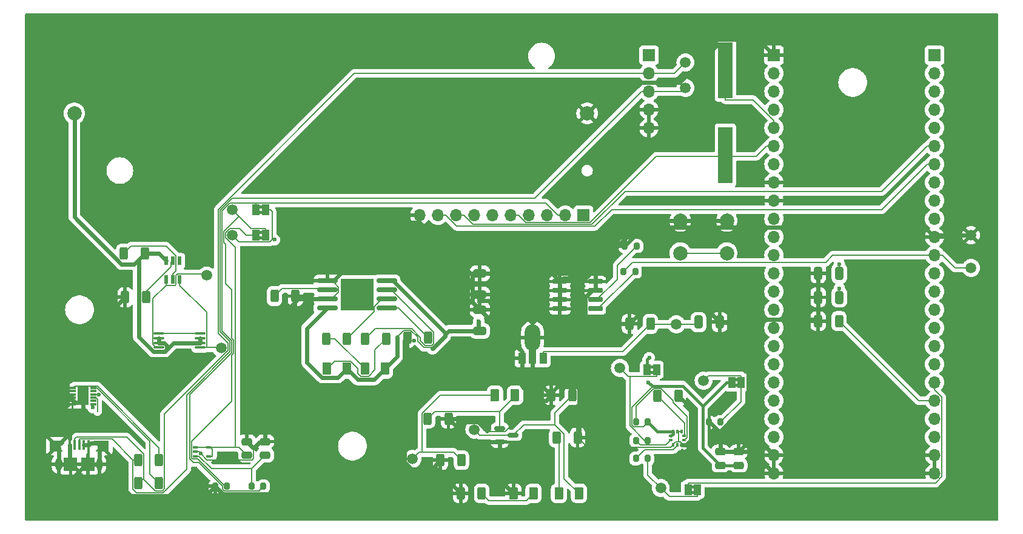
<source format=gtl>
%TF.GenerationSoftware,KiCad,Pcbnew,(7.0.0)*%
%TF.CreationDate,2023-04-04T02:03:31+02:00*%
%TF.ProjectId,main_v0.6,6d61696e-5f76-4302-9e36-2e6b69636164,rev?*%
%TF.SameCoordinates,Original*%
%TF.FileFunction,Copper,L1,Top*%
%TF.FilePolarity,Positive*%
%FSLAX46Y46*%
G04 Gerber Fmt 4.6, Leading zero omitted, Abs format (unit mm)*
G04 Created by KiCad (PCBNEW (7.0.0)) date 2023-04-04 02:03:31*
%MOMM*%
%LPD*%
G01*
G04 APERTURE LIST*
G04 Aperture macros list*
%AMRoundRect*
0 Rectangle with rounded corners*
0 $1 Rounding radius*
0 $2 $3 $4 $5 $6 $7 $8 $9 X,Y pos of 4 corners*
0 Add a 4 corners polygon primitive as box body*
4,1,4,$2,$3,$4,$5,$6,$7,$8,$9,$2,$3,0*
0 Add four circle primitives for the rounded corners*
1,1,$1+$1,$2,$3*
1,1,$1+$1,$4,$5*
1,1,$1+$1,$6,$7*
1,1,$1+$1,$8,$9*
0 Add four rect primitives between the rounded corners*
20,1,$1+$1,$2,$3,$4,$5,0*
20,1,$1+$1,$4,$5,$6,$7,0*
20,1,$1+$1,$6,$7,$8,$9,0*
20,1,$1+$1,$8,$9,$2,$3,0*%
%AMFreePoly0*
4,1,9,1.050000,0.350000,0.550000,0.000000,0.550000,-0.400000,0.800000,-0.650000,0.800000,-0.800000,-1.050000,-0.800000,-1.050000,0.800000,1.050000,0.800000,1.050000,0.350000,1.050000,0.350000,$1*%
%AMFreePoly1*
4,1,9,1.050000,-0.800000,-0.800000,-0.800000,-0.800000,-0.650000,-0.550000,-0.400000,-0.550000,0.000000,-1.050000,0.350000,-1.050000,0.800000,1.050000,0.800000,1.050000,-0.800000,1.050000,-0.800000,$1*%
G04 Aperture macros list end*
%TA.AperFunction,SMDPad,CuDef*%
%ADD10RoundRect,0.250000X-0.312500X-0.625000X0.312500X-0.625000X0.312500X0.625000X-0.312500X0.625000X0*%
%TD*%
%TA.AperFunction,SMDPad,CuDef*%
%ADD11RoundRect,0.007500X-0.412500X-0.117500X0.412500X-0.117500X0.412500X0.117500X-0.412500X0.117500X0*%
%TD*%
%TA.AperFunction,SMDPad,CuDef*%
%ADD12R,1.600000X2.500000*%
%TD*%
%TA.AperFunction,SMDPad,CuDef*%
%ADD13R,0.650000X0.400000*%
%TD*%
%TA.AperFunction,SMDPad,CuDef*%
%ADD14RoundRect,0.200000X-0.200000X-0.275000X0.200000X-0.275000X0.200000X0.275000X-0.200000X0.275000X0*%
%TD*%
%TA.AperFunction,ComponentPad*%
%ADD15R,1.700000X1.700000*%
%TD*%
%TA.AperFunction,ComponentPad*%
%ADD16O,1.700000X1.700000*%
%TD*%
%TA.AperFunction,SMDPad,CuDef*%
%ADD17RoundRect,0.250000X-0.325000X-0.650000X0.325000X-0.650000X0.325000X0.650000X-0.325000X0.650000X0*%
%TD*%
%TA.AperFunction,SMDPad,CuDef*%
%ADD18C,1.500000*%
%TD*%
%TA.AperFunction,SMDPad,CuDef*%
%ADD19RoundRect,0.250000X-0.375000X-0.625000X0.375000X-0.625000X0.375000X0.625000X-0.375000X0.625000X0*%
%TD*%
%TA.AperFunction,SMDPad,CuDef*%
%ADD20R,0.550000X1.200000*%
%TD*%
%TA.AperFunction,SMDPad,CuDef*%
%ADD21R,2.000000X7.875000*%
%TD*%
%TA.AperFunction,SMDPad,CuDef*%
%ADD22R,1.000000X1.500000*%
%TD*%
%TA.AperFunction,SMDPad,CuDef*%
%ADD23RoundRect,0.100000X-0.637500X-0.100000X0.637500X-0.100000X0.637500X0.100000X-0.637500X0.100000X0*%
%TD*%
%TA.AperFunction,SMDPad,CuDef*%
%ADD24RoundRect,0.175000X-1.250000X-0.175000X1.250000X-0.175000X1.250000X0.175000X-1.250000X0.175000X0*%
%TD*%
%TA.AperFunction,SMDPad,CuDef*%
%ADD25R,4.570000X4.450000*%
%TD*%
%TA.AperFunction,SMDPad,CuDef*%
%ADD26RoundRect,0.250000X0.475000X-0.250000X0.475000X0.250000X-0.475000X0.250000X-0.475000X-0.250000X0*%
%TD*%
%TA.AperFunction,SMDPad,CuDef*%
%ADD27RoundRect,0.250000X0.650000X-0.325000X0.650000X0.325000X-0.650000X0.325000X-0.650000X-0.325000X0*%
%TD*%
%TA.AperFunction,SMDPad,CuDef*%
%ADD28R,1.000000X2.000000*%
%TD*%
%TA.AperFunction,SMDPad,CuDef*%
%ADD29O,2.200000X3.700000*%
%TD*%
%TA.AperFunction,SMDPad,CuDef*%
%ADD30RoundRect,0.042000X-0.943000X-0.258000X0.943000X-0.258000X0.943000X0.258000X-0.943000X0.258000X0*%
%TD*%
%TA.AperFunction,ComponentPad*%
%ADD31C,2.000000*%
%TD*%
%TA.AperFunction,SMDPad,CuDef*%
%ADD32RoundRect,0.100000X-0.175000X-0.100000X0.175000X-0.100000X0.175000X0.100000X-0.175000X0.100000X0*%
%TD*%
%TA.AperFunction,SMDPad,CuDef*%
%ADD33RoundRect,0.100000X-0.100000X-0.175000X0.100000X-0.175000X0.100000X0.175000X-0.100000X0.175000X0*%
%TD*%
%TA.AperFunction,SMDPad,CuDef*%
%ADD34RoundRect,0.150000X-0.587500X-0.150000X0.587500X-0.150000X0.587500X0.150000X-0.587500X0.150000X0*%
%TD*%
%TA.AperFunction,SMDPad,CuDef*%
%ADD35R,0.400000X1.350000*%
%TD*%
%TA.AperFunction,SMDPad,CuDef*%
%ADD36FreePoly0,0.000000*%
%TD*%
%TA.AperFunction,ComponentPad*%
%ADD37O,1.000000X1.700000*%
%TD*%
%TA.AperFunction,SMDPad,CuDef*%
%ADD38R,1.900000X1.900000*%
%TD*%
%TA.AperFunction,ComponentPad*%
%ADD39O,0.850000X1.700000*%
%TD*%
%TA.AperFunction,SMDPad,CuDef*%
%ADD40FreePoly1,0.000000*%
%TD*%
%TA.AperFunction,ViaPad*%
%ADD41C,0.600000*%
%TD*%
%TA.AperFunction,Conductor*%
%ADD42C,0.200000*%
%TD*%
%TA.AperFunction,Conductor*%
%ADD43C,0.600000*%
%TD*%
%TA.AperFunction,Conductor*%
%ADD44C,0.400000*%
%TD*%
G04 APERTURE END LIST*
%TO.C,JP1*%
G36*
X101738000Y-62030000D02*
G01*
X101238000Y-62030000D01*
X101238000Y-61630000D01*
X101738000Y-61630000D01*
X101738000Y-62030000D01*
G37*
G36*
X101738000Y-62830000D02*
G01*
X101238000Y-62830000D01*
X101238000Y-62430000D01*
X101738000Y-62430000D01*
X101738000Y-62830000D01*
G37*
%TO.C,JP5*%
G36*
X162048000Y-101146000D02*
G01*
X161548000Y-101146000D01*
X161548000Y-100746000D01*
X162048000Y-100746000D01*
X162048000Y-101146000D01*
G37*
G36*
X162048000Y-101946000D02*
G01*
X161548000Y-101946000D01*
X161548000Y-101546000D01*
X162048000Y-101546000D01*
X162048000Y-101946000D01*
G37*
%TO.C,JP4*%
G36*
X156348000Y-84382000D02*
G01*
X155848000Y-84382000D01*
X155848000Y-83982000D01*
X156348000Y-83982000D01*
X156348000Y-84382000D01*
G37*
G36*
X156348000Y-85182000D02*
G01*
X155848000Y-85182000D01*
X155848000Y-84782000D01*
X156348000Y-84782000D01*
X156348000Y-85182000D01*
G37*
%TO.C,JP3*%
G36*
X168144000Y-86160000D02*
G01*
X167644000Y-86160000D01*
X167644000Y-85760000D01*
X168144000Y-85760000D01*
X168144000Y-86160000D01*
G37*
G36*
X168144000Y-86960000D02*
G01*
X167644000Y-86960000D01*
X167644000Y-86560000D01*
X168144000Y-86560000D01*
X168144000Y-86960000D01*
G37*
%TO.C,JP2*%
G36*
X101738000Y-65580000D02*
G01*
X101238000Y-65580000D01*
X101238000Y-65180000D01*
X101738000Y-65180000D01*
X101738000Y-65580000D01*
G37*
G36*
X101738000Y-66380000D02*
G01*
X101238000Y-66380000D01*
X101238000Y-65980000D01*
X101738000Y-65980000D01*
X101738000Y-66380000D01*
G37*
%TD*%
D10*
%TO.P,R17,1*%
%TO.N,Net-(D5-K)*%
X142810500Y-94051000D03*
%TO.P,R17,2*%
%TO.N,GND*%
X145735500Y-94051000D03*
%TD*%
D11*
%TO.P,U5,1,USBDM*%
%TO.N,Net-(U5-USBDM)*%
X75221000Y-87141000D03*
%TO.P,U5,2,~{RESET#}*%
%TO.N,unconnected-(U5-~{RESET#}-Pad2)*%
X75221000Y-87591000D03*
%TO.P,U5,3,3V3OUT*%
%TO.N,unconnected-(U5-3V3OUT-Pad3)*%
X75221000Y-88041000D03*
%TO.P,U5,4,VCC*%
%TO.N,GND*%
X75221000Y-88491000D03*
%TO.P,U5,5,GND*%
X75221000Y-88941000D03*
%TO.P,U5,6,CBUS0*%
X75221000Y-89391000D03*
%TO.P,U5,7,TXD*%
%TO.N,TXD*%
X78091000Y-89391000D03*
%TO.P,U5,8,RTS#*%
%TO.N,unconnected-(U5-RTS#-Pad8)*%
X78091000Y-88941000D03*
%TO.P,U5,9,VCCIO*%
%TO.N,Plug_Detect*%
X78091000Y-88491000D03*
%TO.P,U5,10,RXD*%
%TO.N,RXD*%
X78091000Y-88041000D03*
%TO.P,U5,11,CTS#*%
%TO.N,unconnected-(U5-CTS#-Pad11)*%
X78091000Y-87591000D03*
%TO.P,U5,12,USBDP*%
%TO.N,Net-(U5-USBDP)*%
X78091000Y-87141000D03*
D12*
%TO.P,U5,13,GND*%
%TO.N,GND*%
X76655999Y-88265999D03*
%TD*%
D10*
%TO.P,R22,1*%
%TO.N,GND*%
X179316500Y-77790000D03*
%TO.P,R22,2*%
%TO.N,Net-(J2-Pin_20)*%
X182241500Y-77790000D03*
%TD*%
D13*
%TO.P,U1,1,Vdd*%
%TO.N,Net-(JP2-A)*%
X92333999Y-95381999D03*
%TO.P,U1,2,GND*%
%TO.N,GND*%
X92333999Y-96031999D03*
%TO.P,U1,3,OUT*%
%TO.N,Net-(U1-OUT)*%
X92333999Y-96681999D03*
%TO.P,U1,4,Vdd*%
%TO.N,Net-(JP2-A)*%
X94233999Y-96681999D03*
%TO.P,U1,5,Vdd*%
X94233999Y-95381999D03*
%TD*%
D14*
%TO.P,R1,1*%
%TO.N,GND*%
X95124000Y-100874500D03*
%TO.P,R1,2*%
%TO.N,Net-(JP2-B)*%
X96774000Y-100874500D03*
%TD*%
D15*
%TO.P,J1,1,Pin_1*%
%TO.N,GND*%
X173149999Y-40639999D03*
D16*
%TO.P,J1,2,Pin_2*%
%TO.N,unconnected-(J1-Pin_2-Pad2)*%
X173149999Y-43179999D03*
%TO.P,J1,3,Pin_3*%
%TO.N,unconnected-(J1-Pin_3-Pad3)*%
X173149999Y-45719999D03*
%TO.P,J1,4,Pin_4*%
%TO.N,unconnected-(J1-Pin_4-Pad4)*%
X173149999Y-48259999D03*
%TO.P,J1,5,Pin_5*%
%TO.N,/Interface IC Module/OSC_IN*%
X173149999Y-50799999D03*
%TO.P,J1,6,Pin_6*%
%TO.N,SCK*%
X173149999Y-53339999D03*
%TO.P,J1,7,Pin_7*%
%TO.N,/Interface IC Module/NRST*%
X173149999Y-55879999D03*
%TO.P,J1,8,Pin_8*%
%TO.N,GND*%
X173149999Y-58419999D03*
%TO.P,J1,9,Pin_9*%
X173149999Y-60959999D03*
%TO.P,J1,10,Pin_10*%
%TO.N,unconnected-(J1-Pin_10-Pad10)*%
X173149999Y-63499999D03*
%TO.P,J1,11,Pin_11*%
%TO.N,unconnected-(J1-Pin_11-Pad11)*%
X173149999Y-66039999D03*
%TO.P,J1,12,Pin_12*%
%TO.N,unconnected-(J1-Pin_12-Pad12)*%
X173149999Y-68579999D03*
%TO.P,J1,13,Pin_13*%
%TO.N,unconnected-(J1-Pin_13-Pad13)*%
X173149999Y-71119999D03*
%TO.P,J1,14,Pin_14*%
%TO.N,unconnected-(J1-Pin_14-Pad14)*%
X173149999Y-73659999D03*
%TO.P,J1,15,Pin_15*%
%TO.N,unconnected-(J1-Pin_15-Pad15)*%
X173149999Y-76199999D03*
%TO.P,J1,16,Pin_16*%
%TO.N,unconnected-(J1-Pin_16-Pad16)*%
X173149999Y-78739999D03*
%TO.P,J1,17,Pin_17*%
%TO.N,unconnected-(J1-Pin_17-Pad17)*%
X173149999Y-81279999D03*
%TO.P,J1,18,Pin_18*%
%TO.N,unconnected-(J1-Pin_18-Pad18)*%
X173149999Y-83819999D03*
%TO.P,J1,19,Pin_19*%
%TO.N,unconnected-(J1-Pin_19-Pad19)*%
X173149999Y-86359999D03*
%TO.P,J1,20,Pin_20*%
%TO.N,unconnected-(J1-Pin_20-Pad20)*%
X173149999Y-88899999D03*
%TO.P,J1,21,Pin_21*%
%TO.N,unconnected-(J1-Pin_21-Pad21)*%
X173149999Y-91439999D03*
%TO.P,J1,22,Pin_22*%
%TO.N,/I2C2_SCL*%
X173149999Y-93979999D03*
%TO.P,J1,23,Pin_23*%
%TO.N,GND*%
X173149999Y-96519999D03*
%TO.P,J1,24,Pin_24*%
X173149999Y-99059999D03*
%TD*%
D14*
%TO.P,R7,1*%
%TO.N,Net-(U2-~{CS})*%
X153869000Y-91903000D03*
%TO.P,R7,2*%
%TO.N,!CS*%
X155519000Y-91903000D03*
%TD*%
D17*
%TO.P,C7,1*%
%TO.N,Net-(U3-VO)*%
X162615000Y-77922000D03*
%TO.P,C7,2*%
%TO.N,GND*%
X165565000Y-77922000D03*
%TD*%
D18*
%TO.P,TP14,1,1*%
%TO.N,D-*%
X160782000Y-45212000D03*
%TD*%
%TO.P,TP10,1,1*%
%TO.N,Net-(D5-A)*%
X131318000Y-92964000D03*
%TD*%
D10*
%TO.P,R15,1*%
%TO.N,Net-(D3-A)*%
X124775500Y-91440000D03*
%TO.P,R15,2*%
%TO.N,GND*%
X127700500Y-91440000D03*
%TD*%
D18*
%TO.P,TP3,1,1*%
%TO.N,Net-(JP5-B)*%
X157340000Y-101098000D03*
%TD*%
D14*
%TO.P,R18,1*%
%TO.N,/Interface IC Module/I2C3_SDA*%
X152146000Y-70866000D03*
%TO.P,R18,2*%
%TO.N,Net-(U6-SDA)*%
X153796000Y-70866000D03*
%TD*%
D10*
%TO.P,R24,1*%
%TO.N,D-*%
X84388000Y-97169000D03*
%TO.P,R24,2*%
%TO.N,Net-(U5-USBDM)*%
X87313000Y-97169000D03*
%TD*%
D18*
%TO.P,TP11,1,1*%
%TO.N,/Interface IC Module/I2C3_SDA*%
X200660000Y-70358000D03*
%TD*%
D19*
%TO.P,D2,1,K*%
%TO.N,Net-(D2-K)*%
X110707000Y-84455000D03*
%TO.P,D2,2,A*%
%TO.N,+5V*%
X113507000Y-84455000D03*
%TD*%
D20*
%TO.P,IC1,1,OD*%
%TO.N,Net-(IC1-OD)*%
X88269999Y-71982999D03*
%TO.P,IC1,2,CS*%
%TO.N,Net-(IC1-CS)*%
X89219999Y-71982999D03*
%TO.P,IC1,3,OC*%
%TO.N,Net-(IC1-OC)*%
X90169999Y-71982999D03*
%TO.P,IC1,4,TD*%
%TO.N,unconnected-(IC1-TD-Pad4)*%
X90169999Y-69382999D03*
%TO.P,IC1,5,VCC*%
%TO.N,Net-(IC1-VCC)*%
X89219999Y-69382999D03*
%TO.P,IC1,6,GND*%
%TO.N,/V battery-*%
X88269999Y-69382999D03*
%TD*%
D21*
%TO.P,Y1,1,1*%
%TO.N,/Interface IC Module/OSC_IN*%
X166369999Y-42734999D03*
%TO.P,Y1,2,2*%
%TO.N,SCK*%
X166369999Y-54609999D03*
%TD*%
D10*
%TO.P,R16,1*%
%TO.N,GND*%
X142084000Y-88143000D03*
%TO.P,R16,2*%
%TO.N,Net-(D5-A)*%
X145009000Y-88143000D03*
%TD*%
D22*
%TO.P,JP1,1,A*%
%TO.N,Analog_Data_Read*%
X100837999Y-62229999D03*
%TO.P,JP1,2,B*%
%TO.N,/I2C2_SCL*%
X102137999Y-62229999D03*
%TD*%
D15*
%TO.P,J4,1,Pin_1*%
%TO.N,+5V*%
X155701999Y-40639999D03*
D16*
%TO.P,J4,2,Pin_2*%
%TO.N,D+*%
X155701999Y-43179999D03*
%TO.P,J4,3,Pin_3*%
%TO.N,D-*%
X155701999Y-45719999D03*
%TO.P,J4,4,Pin_4*%
%TO.N,GND*%
X155701999Y-48259999D03*
%TO.P,J4,5,Pin_5*%
X155701999Y-50799999D03*
%TD*%
D10*
%TO.P,R2,1*%
%TO.N,Net-(U2-INT_DRDY)*%
X156875500Y-88220000D03*
%TO.P,R2,2*%
%TO.N,GND*%
X159800500Y-88220000D03*
%TD*%
D23*
%TO.P,Q1,1*%
%TO.N,unconnected-(Q1-Pad1)*%
X87307500Y-79543000D03*
%TO.P,Q1,2*%
%TO.N,/V battery-*%
X87307500Y-80193000D03*
%TO.P,Q1,3*%
X87307500Y-80843000D03*
%TO.P,Q1,4*%
%TO.N,Net-(IC1-OD)*%
X87307500Y-81493000D03*
%TO.P,Q1,5*%
%TO.N,Net-(IC1-OC)*%
X93032500Y-81493000D03*
%TO.P,Q1,6*%
%TO.N,/V battery-*%
X93032500Y-80843000D03*
%TO.P,Q1,7*%
X93032500Y-80193000D03*
%TO.P,Q1,8*%
%TO.N,unconnected-(Q1-Pad1)*%
X93032500Y-79543000D03*
%TD*%
D24*
%TO.P,U4,1,TEMP*%
%TO.N,GND*%
X110782000Y-72169000D03*
%TO.P,U4,2,PROG*%
%TO.N,Net-(U4-PROG)*%
X110782000Y-73439000D03*
%TO.P,U4,3,GND*%
%TO.N,GND*%
X110782000Y-74709000D03*
%TO.P,U4,4,VCC*%
%TO.N,+5V*%
X110782000Y-75979000D03*
%TO.P,U4,5,BAT*%
%TO.N,Net-(U4-BAT)*%
X119082000Y-75979000D03*
%TO.P,U4,6,~{STDBY}*%
%TO.N,Net-(U4-~{STDBY})*%
X119082000Y-74709000D03*
%TO.P,U4,7,~{CHRG}*%
%TO.N,Net-(U4-~{CHRG})*%
X119082000Y-73439000D03*
%TO.P,U4,8,CE*%
%TO.N,+5V*%
X119082000Y-72169000D03*
D25*
%TO.P,U4,9,EP*%
%TO.N,unconnected-(U4-EP-Pad9)*%
X114931999Y-74073999D03*
%TD*%
D19*
%TO.P,D3,1,K*%
%TO.N,Net-(D3-K)*%
X134204000Y-88143000D03*
%TO.P,D3,2,A*%
%TO.N,Net-(D3-A)*%
X137004000Y-88143000D03*
%TD*%
D10*
%TO.P,R11,1*%
%TO.N,Net-(U4-PROG)*%
X103408500Y-74295000D03*
%TO.P,R11,2*%
%TO.N,GND*%
X106333500Y-74295000D03*
%TD*%
D26*
%TO.P,C3,1*%
%TO.N,!CS*%
X165679000Y-97933000D03*
%TO.P,C3,2*%
%TO.N,GND*%
X165679000Y-96033000D03*
%TD*%
D27*
%TO.P,C5,1*%
%TO.N,+5V*%
X132080000Y-79150000D03*
%TO.P,C5,2*%
%TO.N,GND*%
X132080000Y-76200000D03*
%TD*%
D26*
%TO.P,C1,1*%
%TO.N,Net-(JP2-A)*%
X99568000Y-96520000D03*
%TO.P,C1,2*%
%TO.N,GND*%
X99568000Y-94620000D03*
%TD*%
D15*
%TO.P,J3,1,Pin_1*%
%TO.N,+5V*%
X146557999Y-62991999D03*
D16*
%TO.P,J3,2,Pin_2*%
%TO.N,Analog_Data_Read*%
X144017999Y-62991999D03*
%TO.P,J3,3,Pin_3*%
%TO.N,I2C_SDA*%
X141477999Y-62991999D03*
%TO.P,J3,4,Pin_4*%
%TO.N,I2C_SCL*%
X138937999Y-62991999D03*
%TO.P,J3,5,Pin_5*%
%TO.N,SCK*%
X136397999Y-62991999D03*
%TO.P,J3,6,Pin_6*%
%TO.N,!CS*%
X133857999Y-62991999D03*
%TO.P,J3,7,Pin_7*%
%TO.N,GND*%
X131317999Y-62991999D03*
%TO.P,J3,8,Pin_8*%
%TO.N,TXD*%
X128777999Y-62991999D03*
%TO.P,J3,9,Pin_9*%
%TO.N,RXD*%
X126237999Y-62991999D03*
%TO.P,J3,10,Pin_10*%
%TO.N,GND*%
X123697999Y-62991999D03*
%TD*%
D22*
%TO.P,JP5,1,A*%
%TO.N,I2C_SDA*%
X161147999Y-101345999D03*
%TO.P,JP5,2,B*%
%TO.N,Net-(JP5-B)*%
X162447999Y-101345999D03*
%TD*%
D14*
%TO.P,R5,1*%
%TO.N,Net-(U2-SDA)*%
X153869000Y-96983000D03*
%TO.P,R5,2*%
%TO.N,Net-(JP5-B)*%
X155519000Y-96983000D03*
%TD*%
D18*
%TO.P,TP4,1,1*%
%TO.N,Net-(JP2-B)*%
X97538000Y-62230000D03*
%TD*%
%TO.P,TP6,1,1*%
%TO.N,Net-(U3-VO)*%
X159512000Y-78232000D03*
%TD*%
D14*
%TO.P,R4,1*%
%TO.N,Net-(U2-SCL)*%
X153869000Y-94473000D03*
%TO.P,R4,2*%
%TO.N,Net-(JP4-B)*%
X155519000Y-94473000D03*
%TD*%
D22*
%TO.P,U3,1*%
%TO.N,GND*%
X137946999Y-83006999D03*
D28*
%TO.P,U3,2,VI*%
X139445999Y-82752999D03*
D29*
%TO.P,U3,2@1,VI*%
X139445999Y-80085999D03*
D22*
%TO.P,U3,3,VO*%
%TO.N,Net-(U3-VO)*%
X140944999Y-83006999D03*
%TD*%
D17*
%TO.P,C9,1*%
%TO.N,GND*%
X179324000Y-74470000D03*
%TO.P,C9,2*%
%TO.N,SCK*%
X182274000Y-74470000D03*
%TD*%
D19*
%TO.P,D1,1,K*%
%TO.N,GND*%
X136777000Y-101859000D03*
%TO.P,D1,2,A*%
%TO.N,Net-(D1-A)*%
X139577000Y-101859000D03*
%TD*%
D14*
%TO.P,R3,1*%
%TO.N,Net-(U1-OUT)*%
X100204000Y-100874500D03*
%TO.P,R3,2*%
%TO.N,Analog_Data_Read*%
X101854000Y-100874500D03*
%TD*%
D22*
%TO.P,JP4,1,A*%
%TO.N,I2C_SCL*%
X155447999Y-84581999D03*
%TO.P,JP4,2,B*%
%TO.N,Net-(JP4-B)*%
X156747999Y-84581999D03*
%TD*%
D10*
%TO.P,R10,1*%
%TO.N,Net-(IC1-CS)*%
X82357500Y-68367000D03*
%TO.P,R10,2*%
%TO.N,/V battery-*%
X85282500Y-68367000D03*
%TD*%
D18*
%TO.P,TP13,1,1*%
%TO.N,D+*%
X160782000Y-41662000D03*
%TD*%
D15*
%TO.P,J2,1,Pin_1*%
%TO.N,unconnected-(J2-Pin_1-Pad1)*%
X195579999Y-40639999D03*
D16*
%TO.P,J2,2,Pin_2*%
%TO.N,unconnected-(J2-Pin_2-Pad2)*%
X195579999Y-43179999D03*
%TO.P,J2,3,Pin_3*%
%TO.N,unconnected-(J2-Pin_3-Pad3)*%
X195579999Y-45719999D03*
%TO.P,J2,4,Pin_4*%
%TO.N,unconnected-(J2-Pin_4-Pad4)*%
X195579999Y-48259999D03*
%TO.P,J2,5,Pin_5*%
%TO.N,unconnected-(J2-Pin_5-Pad5)*%
X195579999Y-50799999D03*
%TO.P,J2,6,Pin_6*%
%TO.N,TXD*%
X195579999Y-53339999D03*
%TO.P,J2,7,Pin_7*%
%TO.N,RXD*%
X195579999Y-55879999D03*
%TO.P,J2,8,Pin_8*%
%TO.N,unconnected-(J2-Pin_8-Pad8)*%
X195579999Y-58419999D03*
%TO.P,J2,9,Pin_9*%
%TO.N,unconnected-(J2-Pin_9-Pad9)*%
X195579999Y-60959999D03*
%TO.P,J2,10,Pin_10*%
%TO.N,unconnected-(J2-Pin_10-Pad10)*%
X195579999Y-63499999D03*
%TO.P,J2,11,Pin_11*%
%TO.N,GND*%
X195579999Y-66039999D03*
%TO.P,J2,12,Pin_12*%
%TO.N,/Interface IC Module/I2C3_SDA*%
X195579999Y-68579999D03*
%TO.P,J2,13,Pin_13*%
%TO.N,unconnected-(J2-Pin_13-Pad13)*%
X195579999Y-71119999D03*
%TO.P,J2,14,Pin_14*%
%TO.N,unconnected-(J2-Pin_14-Pad14)*%
X195579999Y-73659999D03*
%TO.P,J2,15,Pin_15*%
%TO.N,unconnected-(J2-Pin_15-Pad15)*%
X195579999Y-76199999D03*
%TO.P,J2,16,Pin_16*%
%TO.N,unconnected-(J2-Pin_16-Pad16)*%
X195579999Y-78739999D03*
%TO.P,J2,17,Pin_17*%
%TO.N,unconnected-(J2-Pin_17-Pad17)*%
X195579999Y-81279999D03*
%TO.P,J2,18,Pin_18*%
%TO.N,I2C_SCL*%
X195579999Y-83819999D03*
%TO.P,J2,19,Pin_19*%
%TO.N,I2C_SDA*%
X195579999Y-86359999D03*
%TO.P,J2,20,Pin_20*%
%TO.N,Net-(J2-Pin_20)*%
X195579999Y-88899999D03*
%TO.P,J2,21,Pin_21*%
%TO.N,unconnected-(J2-Pin_21-Pad21)*%
X195579999Y-91439999D03*
%TO.P,J2,22,Pin_22*%
%TO.N,unconnected-(J2-Pin_22-Pad22)*%
X195579999Y-93979999D03*
%TO.P,J2,23,Pin_23*%
%TO.N,GND*%
X195579999Y-96519999D03*
%TO.P,J2,24,Pin_24*%
X195579999Y-99059999D03*
%TD*%
D10*
%TO.P,R13,1*%
%TO.N,Net-(U4-~{CHRG})*%
X116072000Y-80264000D03*
%TO.P,R13,2*%
%TO.N,Net-(D2-K)*%
X118997000Y-80264000D03*
%TD*%
D17*
%TO.P,C8,1*%
%TO.N,GND*%
X179324000Y-71120000D03*
%TO.P,C8,2*%
%TO.N,/Interface IC Module/OSC_IN*%
X182274000Y-71120000D03*
%TD*%
D10*
%TO.P,R14,1*%
%TO.N,GND*%
X126590000Y-97221000D03*
%TO.P,R14,2*%
%TO.N,Net-(D3-K)*%
X129515000Y-97221000D03*
%TD*%
D30*
%TO.P,U6,1,A0*%
%TO.N,GND*%
X143268000Y-72263000D03*
%TO.P,U6,2,A1*%
X143268000Y-73533000D03*
%TO.P,U6,3,A2*%
X143268000Y-74803000D03*
%TO.P,U6,4,GND*%
X143268000Y-76073000D03*
%TO.P,U6,5,SDA*%
%TO.N,Net-(U6-SDA)*%
X148218000Y-76073000D03*
%TO.P,U6,6,SCL*%
%TO.N,Net-(U6-SCL)*%
X148218000Y-74803000D03*
%TO.P,U6,7,WP*%
%TO.N,GND*%
X148218000Y-73533000D03*
%TO.P,U6,8,VCC*%
X148218000Y-72263000D03*
%TD*%
D31*
%TO.P,SW1,1,1*%
%TO.N,GND*%
X160072000Y-63790000D03*
X166572000Y-63790000D03*
%TO.P,SW1,2,2*%
%TO.N,/Interface IC Module/NRST*%
X160072000Y-68290000D03*
X166572000Y-68290000D03*
%TD*%
D18*
%TO.P,TP8,1,1*%
%TO.N,Net-(IC1-OD)*%
X93980000Y-71415000D03*
%TD*%
D10*
%TO.P,R21,1*%
%TO.N,GND*%
X121950500Y-80137000D03*
%TO.P,R21,2*%
%TO.N,Net-(U4-BAT)*%
X124875500Y-80137000D03*
%TD*%
D18*
%TO.P,TP9,1,1*%
%TO.N,Net-(D3-K)*%
X122682000Y-97028000D03*
%TD*%
D10*
%TO.P,R25,1*%
%TO.N,D+*%
X84388000Y-100459000D03*
%TO.P,R25,2*%
%TO.N,Net-(U5-USBDP)*%
X87313000Y-100459000D03*
%TD*%
D14*
%TO.P,R6,1*%
%TO.N,GND*%
X164029000Y-91903000D03*
%TO.P,R6,2*%
%TO.N,Net-(JP3-B)*%
X165679000Y-91903000D03*
%TD*%
D26*
%TO.P,C4,1*%
%TO.N,!CS*%
X168219000Y-97933000D03*
%TO.P,C4,2*%
%TO.N,GND*%
X168219000Y-96033000D03*
%TD*%
D10*
%TO.P,R9,1*%
%TO.N,GND*%
X82550000Y-74463000D03*
%TO.P,R9,2*%
%TO.N,Net-(IC1-VCC)*%
X85475000Y-74463000D03*
%TD*%
D22*
%TO.P,JP3,1,A*%
%TO.N,!CS*%
X167243999Y-86359999D03*
%TO.P,JP3,2,B*%
%TO.N,Net-(JP3-B)*%
X168543999Y-86359999D03*
%TD*%
D19*
%TO.P,D5,1,K*%
%TO.N,Net-(D5-K)*%
X143127000Y-101859000D03*
%TO.P,D5,2,A*%
%TO.N,Net-(D5-A)*%
X145927000Y-101859000D03*
%TD*%
D10*
%TO.P,R8,1*%
%TO.N,GND*%
X129409000Y-101854000D03*
%TO.P,R8,2*%
%TO.N,Net-(D1-A)*%
X132334000Y-101854000D03*
%TD*%
D14*
%TO.P,R19,1*%
%TO.N,GND*%
X152337000Y-67310000D03*
%TO.P,R19,2*%
%TO.N,Net-(U6-SCL)*%
X153987000Y-67310000D03*
%TD*%
D32*
%TO.P,U2,1,Vdd_IO*%
%TO.N,!CS*%
X158749000Y-93843000D03*
%TO.P,U2,2,SCL*%
%TO.N,Net-(U2-SCL)*%
X158749000Y-94443000D03*
D33*
%TO.P,U2,3,RES*%
%TO.N,GND*%
X159074000Y-95068000D03*
%TO.P,U2,4,SDA*%
%TO.N,Net-(U2-SDA)*%
X159674000Y-95068000D03*
%TO.P,U2,5,SA0*%
%TO.N,GND*%
X160274000Y-95068000D03*
D32*
%TO.P,U2,6,~{CS}*%
%TO.N,Net-(U2-~{CS})*%
X160599000Y-94443000D03*
%TO.P,U2,7,INT_DRDY*%
%TO.N,Net-(U2-INT_DRDY)*%
X160599000Y-93843000D03*
D33*
%TO.P,U2,8,GND*%
%TO.N,GND*%
X160274000Y-93218000D03*
%TO.P,U2,9,GND*%
X159674000Y-93218000D03*
%TO.P,U2,10,VDD*%
%TO.N,!CS*%
X159074000Y-93218000D03*
%TD*%
D18*
%TO.P,TP7,1,1*%
%TO.N,Net-(IC1-OC)*%
X96012000Y-81575000D03*
%TD*%
D19*
%TO.P,D4,1,K*%
%TO.N,Net-(D4-K)*%
X116047000Y-84455000D03*
%TO.P,D4,2,A*%
%TO.N,+5V*%
X118847000Y-84455000D03*
%TD*%
D34*
%TO.P,Q3,1,B*%
%TO.N,Net-(D3-A)*%
X134875000Y-92781000D03*
%TO.P,Q3,2,E*%
%TO.N,GND*%
X134875000Y-94681000D03*
%TO.P,Q3,3,C*%
%TO.N,Net-(D5-A)*%
X136750000Y-93731000D03*
%TD*%
D10*
%TO.P,R20,1*%
%TO.N,GND*%
X152975500Y-78176000D03*
%TO.P,R20,2*%
%TO.N,Net-(U3-VO)*%
X155900500Y-78176000D03*
%TD*%
D18*
%TO.P,TP5,1,1*%
%TO.N,/I2C2_SCL*%
X97538000Y-65780000D03*
%TD*%
%TO.P,TP1,1,1*%
%TO.N,Net-(JP3-B)*%
X163322000Y-86106000D03*
%TD*%
D31*
%TO.P,BT1,1,+*%
%TO.N,GND*%
X147066000Y-48768000D03*
%TO.P,BT1,2,-*%
%TO.N,/V battery-*%
X75466000Y-48768000D03*
%TD*%
D27*
%TO.P,C6,1*%
%TO.N,GND*%
X132080000Y-74070000D03*
%TO.P,C6,2*%
X132080000Y-71120000D03*
%TD*%
D18*
%TO.P,TP2,1,1*%
%TO.N,Net-(JP4-B)*%
X151640000Y-84334000D03*
%TD*%
%TO.P,TP12,1,1*%
%TO.N,GND*%
X200660000Y-65786000D03*
%TD*%
D22*
%TO.P,JP2,1,A*%
%TO.N,Net-(JP2-A)*%
X100837999Y-65779999D03*
%TO.P,JP2,2,B*%
%TO.N,Net-(JP2-B)*%
X102137999Y-65779999D03*
%TD*%
D10*
%TO.P,R12,1*%
%TO.N,Net-(D4-K)*%
X110607000Y-80264000D03*
%TO.P,R12,2*%
%TO.N,Net-(U4-~{STDBY})*%
X113532000Y-80264000D03*
%TD*%
D35*
%TO.P,J5,1,VBUS*%
%TO.N,GND*%
X74847999Y-95124999D03*
%TO.P,J5,2,D-*%
%TO.N,D+*%
X75497999Y-95124999D03*
%TO.P,J5,3,D+*%
%TO.N,D-*%
X76147999Y-95124999D03*
%TO.P,J5,4,ID*%
%TO.N,GND*%
X76797999Y-95124999D03*
%TO.P,J5,5,GND*%
X77447999Y-95124999D03*
D36*
%TO.P,J5,6,Shield*%
X73048000Y-95250000D03*
D37*
X73322999Y-97799999D03*
D38*
X74947999Y-97799999D03*
X77347999Y-97799999D03*
D39*
X78972999Y-97799999D03*
D40*
X79248000Y-95250000D03*
%TD*%
D26*
%TO.P,C2,1*%
%TO.N,Net-(U1-OUT)*%
X102108000Y-96520000D03*
%TO.P,C2,2*%
%TO.N,GND*%
X102108000Y-94620000D03*
%TD*%
D41*
%TO.N,GND*%
X93071500Y-96244500D03*
X122912400Y-80510100D03*
X131987000Y-75003600D03*
%TO.N,+5V*%
X131915200Y-77800800D03*
%TO.N,!CS*%
X155620500Y-86358300D03*
%TO.N,SCK*%
X182274000Y-73209800D03*
%TO.N,TXD*%
X78057800Y-89871000D03*
%TO.N,/I2C2_SCL*%
X103402800Y-66422300D03*
%TO.N,RXD*%
X78869300Y-88041000D03*
%TO.N,I2C_SCL*%
X155724200Y-82911200D03*
%TO.N,/Interface IC Module/OSC_IN*%
X182274000Y-69831800D03*
%TD*%
D42*
%TO.N,Net-(JP2-A)*%
X92334000Y-95382000D02*
X94234000Y-95382000D01*
X97979100Y-67494400D02*
X96585500Y-66100800D01*
X96585500Y-66100800D02*
X96585500Y-65455200D01*
X94759000Y-95644500D02*
X94759000Y-96682000D01*
X97979100Y-95382000D02*
X94759000Y-95382000D01*
X94496500Y-95382000D02*
X94759000Y-95644500D01*
X98518200Y-64846500D02*
X99451700Y-65780000D01*
X94234000Y-96682000D02*
X94759000Y-96682000D01*
X94496500Y-95382000D02*
X94759000Y-95382000D01*
X97194200Y-64846500D02*
X98518200Y-64846500D01*
X99451700Y-65780000D02*
X100838000Y-65780000D01*
X96585500Y-65455200D02*
X97194200Y-64846500D01*
X97979100Y-95382000D02*
X97979100Y-67494400D01*
X94234000Y-95382000D02*
X94496500Y-95382000D01*
X99568000Y-96520000D02*
X98430000Y-95382000D01*
X98430000Y-95382000D02*
X97979100Y-95382000D01*
D43*
%TO.N,/V battery-*%
X88131396Y-82043000D02*
X89331396Y-80843000D01*
X82054472Y-69850000D02*
X83799500Y-69850000D01*
X87307500Y-80843000D02*
X87307500Y-80193000D01*
D42*
X84465000Y-79764300D02*
X86611900Y-81911200D01*
X88048900Y-81911200D02*
X88241200Y-81718900D01*
X86611900Y-81911200D02*
X88048900Y-81911200D01*
D43*
X93032500Y-80843000D02*
X93032500Y-80193000D01*
X85282500Y-68367000D02*
X87254000Y-68367000D01*
X84465000Y-80024396D02*
X86483604Y-82043000D01*
X84465000Y-69184500D02*
X84465000Y-79764300D01*
D42*
X87797900Y-80843000D02*
X87307500Y-80843000D01*
D43*
X88031396Y-80843000D02*
X87307500Y-80843000D01*
X89331396Y-80843000D02*
X93032500Y-80843000D01*
X88131396Y-82043000D02*
X88395000Y-81779396D01*
X75466000Y-63261528D02*
X82054472Y-69850000D01*
X88395000Y-81206604D02*
X88031396Y-80843000D01*
X83799500Y-69850000D02*
X85282500Y-68367000D01*
X85282500Y-68367000D02*
X84465000Y-69184500D01*
X75466000Y-48768000D02*
X75466000Y-63261528D01*
D42*
X84465000Y-69400500D02*
X84465000Y-79764300D01*
D43*
X84465000Y-79764300D02*
X84465000Y-80024396D01*
X87254000Y-68367000D02*
X88270000Y-69383000D01*
X86483604Y-82043000D02*
X88131396Y-82043000D01*
X88395000Y-81779396D02*
X88395000Y-81206604D01*
D42*
%TO.N,Plug_Detect*%
X78690700Y-88721000D02*
X78460700Y-88491000D01*
X78690700Y-90407300D02*
X78690700Y-88721000D01*
X78460700Y-88491000D02*
X78091000Y-88491000D01*
D43*
%TO.N,GND*%
X165020000Y-38447500D02*
X165020000Y-39418365D01*
D42*
X76119400Y-98802400D02*
X76012000Y-98909800D01*
D43*
X76798000Y-95125000D02*
X77448000Y-95125000D01*
D42*
X100481200Y-96963200D02*
X100481200Y-95533200D01*
D43*
X146778400Y-77252100D02*
X146778400Y-74487228D01*
X179316500Y-74477500D02*
X179324000Y-74470000D01*
D42*
X159074000Y-95068000D02*
X159074000Y-94990300D01*
X93071500Y-96244500D02*
X92859000Y-96032000D01*
D43*
X119754000Y-64042000D02*
X111790000Y-72006000D01*
X147702300Y-78176000D02*
X152975500Y-78176000D01*
D42*
X92334000Y-96032000D02*
X92859000Y-96032000D01*
D43*
X131987000Y-74163000D02*
X132080000Y-74070000D01*
D42*
X74848000Y-94987400D02*
X74848000Y-95125000D01*
D43*
X132080000Y-76200000D02*
X137947000Y-82067000D01*
X69850000Y-98128200D02*
X69850000Y-94182000D01*
D42*
X93071500Y-96269900D02*
X93978800Y-97177200D01*
D43*
X136320600Y-74910600D02*
X139446000Y-78036000D01*
D42*
X160274000Y-93218000D02*
X159814100Y-93218000D01*
D43*
X179316500Y-77790000D02*
X179316500Y-74477500D01*
D42*
X112368300Y-73066200D02*
X111790000Y-72487900D01*
X159814100Y-94633600D02*
X159814100Y-93218000D01*
D43*
X146778400Y-77252100D02*
X140229900Y-77252100D01*
X74451000Y-82562000D02*
X74451000Y-89201000D01*
X140229900Y-77252100D02*
X139446000Y-78036000D01*
D42*
X135614900Y-93232000D02*
X133071900Y-93232000D01*
D43*
X143268000Y-76073000D02*
X143268000Y-72263000D01*
D42*
X179236500Y-77710000D02*
X179316500Y-77790000D01*
D43*
X160274000Y-95068000D02*
X160885396Y-95068000D01*
X161495800Y-89915300D02*
X159800500Y-88220000D01*
X75221000Y-88941000D02*
X75395600Y-89115600D01*
X179316500Y-77790000D02*
X179066500Y-77540000D01*
X117210701Y-101976000D02*
X121642533Y-97544168D01*
D42*
X195580000Y-96520000D02*
X173150000Y-96520000D01*
D43*
X78973000Y-97800000D02*
X78973000Y-95525000D01*
D42*
X78973000Y-97537500D02*
X78760500Y-97537500D01*
X121751700Y-97435000D02*
X121751700Y-81082000D01*
D43*
X78798000Y-94800000D02*
X79248000Y-95250000D01*
X165565000Y-77922000D02*
X163843000Y-76200000D01*
D42*
X159074000Y-94990300D02*
X159430700Y-94633600D01*
D43*
X143268000Y-72263000D02*
X143762200Y-71768800D01*
D42*
X147963100Y-73533000D02*
X148218000Y-73533000D01*
D43*
X195580000Y-66040000D02*
X194240000Y-64700000D01*
X169065700Y-95186300D02*
X169532400Y-95186300D01*
X130941500Y-94681000D02*
X127700500Y-91440000D01*
D42*
X179324000Y-74470000D02*
X179324000Y-77622500D01*
D43*
X123698000Y-64042000D02*
X120235900Y-64042000D01*
X161495800Y-94457596D02*
X161495800Y-89915300D01*
X74624000Y-93674000D02*
X76656000Y-91642000D01*
X74848000Y-95125000D02*
X74848000Y-97531000D01*
X169532400Y-89302417D02*
X169532400Y-88900000D01*
X93810400Y-102188100D02*
X79290300Y-102188100D01*
D42*
X110782000Y-74709000D02*
X111410000Y-74709000D01*
X74848000Y-94987400D02*
X74848000Y-94250000D01*
D43*
X77348000Y-97800000D02*
X77121800Y-97800000D01*
D42*
X117363200Y-101823500D02*
X121751700Y-97435000D01*
D43*
X99568000Y-94620000D02*
X100481200Y-95533200D01*
D42*
X179324000Y-77622500D02*
X179236500Y-77710000D01*
X139975600Y-88871300D02*
X135614900Y-93232000D01*
D43*
X95124000Y-100895196D02*
X96204804Y-101976000D01*
X169532400Y-90817600D02*
X169532400Y-88900000D01*
X164029000Y-91903000D02*
X164154000Y-91903000D01*
X179324000Y-74470000D02*
X179324000Y-71120000D01*
D42*
X122912400Y-80510100D02*
X122323600Y-80510100D01*
D43*
X130605100Y-91864000D02*
X131773635Y-91864000D01*
D42*
X76656000Y-88266000D02*
X76656000Y-88285700D01*
D43*
X74641000Y-88763900D02*
X75043900Y-88763900D01*
X171816300Y-95186300D02*
X173150000Y-96520000D01*
D42*
X78973000Y-97537500D02*
X78973000Y-97275000D01*
X131020500Y-71120000D02*
X132080000Y-71120000D01*
D43*
X142084000Y-88143000D02*
X139446000Y-85505000D01*
X164154000Y-91903000D02*
X164792600Y-92541600D01*
X73048000Y-95250000D02*
X74624000Y-93674000D01*
X165020000Y-39418365D02*
X159988365Y-44450000D01*
X100481200Y-95533200D02*
X101394400Y-94620000D01*
D42*
X139446000Y-80086000D02*
X139446000Y-78036000D01*
D43*
X170123000Y-96033000D02*
X168219000Y-96033000D01*
D42*
X159814100Y-94633600D02*
X160113800Y-94633600D01*
D43*
X142084000Y-87760604D02*
X142084000Y-88143000D01*
X145570028Y-86918000D02*
X142926604Y-86918000D01*
X153776350Y-64876350D02*
X154862700Y-63790000D01*
X195834000Y-65786000D02*
X195580000Y-66040000D01*
D42*
X158737800Y-95404200D02*
X159074000Y-95068000D01*
X145735500Y-94051000D02*
X147088700Y-95404200D01*
D43*
X74848000Y-94250000D02*
X74848000Y-93898000D01*
X151384000Y-44450000D02*
X147066000Y-48768000D01*
X79290300Y-102188100D02*
X76012000Y-98909800D01*
X145921500Y-93865000D02*
X145735500Y-94051000D01*
X139446000Y-85505000D02*
X139446000Y-82753000D01*
X137947000Y-83007000D02*
X137947000Y-86842700D01*
X95124000Y-100874500D02*
X93810400Y-102188100D01*
D42*
X123698000Y-62992000D02*
X123698000Y-64042000D01*
D43*
X145921500Y-87269472D02*
X145921500Y-93865000D01*
D42*
X145735500Y-87250200D02*
X145574100Y-87088800D01*
D43*
X170002200Y-77540000D02*
X169532400Y-78009800D01*
X131987000Y-75003600D02*
X131987000Y-74163000D01*
X146778400Y-77252100D02*
X147702300Y-78176000D01*
X75395600Y-89115600D02*
X75826100Y-89115600D01*
D42*
X147088700Y-95404200D02*
X158737800Y-95404200D01*
X121751700Y-81082000D02*
X122323600Y-80510100D01*
D43*
X148218000Y-72263000D02*
X148218000Y-70434700D01*
X106747500Y-74709000D02*
X106333500Y-74295000D01*
X146778400Y-74487228D02*
X147732628Y-73533000D01*
X137947000Y-86842700D02*
X139975600Y-88871300D01*
D42*
X169832200Y-77710000D02*
X179236500Y-77710000D01*
D43*
X137947000Y-82067000D02*
X137947000Y-83007000D01*
X166171509Y-92663308D02*
X169532400Y-89302417D01*
D42*
X195580000Y-99060000D02*
X173150000Y-99060000D01*
D43*
X102108000Y-79348500D02*
X106747500Y-74709000D01*
X179066500Y-77540000D02*
X170002200Y-77540000D01*
D42*
X111471100Y-72169000D02*
X110782000Y-72169000D01*
D43*
X122544365Y-98446000D02*
X125365000Y-98446000D01*
X77348000Y-97800000D02*
X78973000Y-97800000D01*
X141355700Y-88871300D02*
X142084000Y-88143000D01*
D42*
X122323600Y-80510100D02*
X121950500Y-80137000D01*
D43*
X130413100Y-91836900D02*
X130016200Y-91440000D01*
X136320600Y-74910600D02*
X132080000Y-74910600D01*
D42*
X112368300Y-73750700D02*
X112368300Y-73066200D01*
D43*
X130776000Y-71120000D02*
X123698000Y-64042000D01*
X145570028Y-86918000D02*
X145921500Y-87269472D01*
D42*
X73156100Y-95250000D02*
X73048000Y-95250000D01*
D43*
X169532400Y-88900000D02*
X169532400Y-78009800D01*
X110782000Y-74709000D02*
X106747500Y-74709000D01*
D42*
X76656000Y-88285700D02*
X75826100Y-89115600D01*
D43*
X154951500Y-76200000D02*
X152975500Y-78176000D01*
X131020500Y-71120000D02*
X130776000Y-71120000D01*
X74848000Y-93898000D02*
X74624000Y-93674000D01*
X78973000Y-95525000D02*
X79248000Y-95250000D01*
X77773000Y-94800000D02*
X78798000Y-94800000D01*
D42*
X102108000Y-94620000D02*
X101394400Y-94620000D01*
D43*
X146883900Y-71768800D02*
X148218000Y-70434700D01*
D42*
X111790000Y-72487900D02*
X111471100Y-72169000D01*
D43*
X74888900Y-88516000D02*
X75221000Y-88516000D01*
X160885396Y-95068000D02*
X161495800Y-94457596D01*
X160072000Y-63790000D02*
X166572000Y-63790000D01*
X142926604Y-86918000D02*
X142084000Y-87760604D01*
D42*
X132080000Y-74910600D02*
X131987000Y-75003600D01*
D43*
X75043900Y-88763900D02*
X75221000Y-88941000D01*
D42*
X159814100Y-93218000D02*
X159674000Y-93218000D01*
X78973000Y-97800000D02*
X78973000Y-97537500D01*
X74634800Y-82378200D02*
X82550000Y-74463000D01*
D43*
X169532400Y-95186300D02*
X171816300Y-95186300D01*
X121582000Y-80505500D02*
X121582000Y-97435000D01*
X134875000Y-94681000D02*
X130941500Y-94681000D01*
D42*
X111410000Y-74709000D02*
X112368300Y-73750700D01*
D43*
X126590000Y-97221000D02*
X125875100Y-97935900D01*
X173150000Y-40640000D02*
X170957500Y-38447500D01*
X169532400Y-78009800D02*
X165652800Y-78009800D01*
X154947000Y-64700000D02*
X152337000Y-67310000D01*
X165652800Y-78009800D02*
X165565000Y-77922000D01*
X121642533Y-97544168D02*
X122544365Y-98446000D01*
X200660000Y-65786000D02*
X195834000Y-65786000D01*
X125365000Y-98446000D02*
X125875100Y-97935900D01*
X125875100Y-97935900D02*
X125875100Y-98320100D01*
X96204804Y-101976000D02*
X117210701Y-101976000D01*
X121950500Y-80137000D02*
X121582000Y-80505500D01*
X165679000Y-93428000D02*
X164792600Y-92541600D01*
X194240000Y-64700000D02*
X154947000Y-64700000D01*
X165679000Y-93155817D02*
X166171509Y-92663308D01*
X73323000Y-97800000D02*
X74948000Y-97800000D01*
D42*
X159430700Y-94633600D02*
X159814100Y-94633600D01*
D43*
X136777000Y-101859000D02*
X134875000Y-99957000D01*
X165679000Y-93428000D02*
X165679000Y-93155817D01*
X170957500Y-38447500D02*
X165020000Y-38447500D01*
X153776350Y-64876350D02*
X152337000Y-66315700D01*
D42*
X93978800Y-97177200D02*
X100267200Y-97177200D01*
D43*
X148218000Y-73533000D02*
X148218000Y-72263000D01*
X148218000Y-70434700D02*
X153776350Y-64876350D01*
D42*
X160274000Y-94793800D02*
X160274000Y-95068000D01*
D43*
X169532400Y-90817600D02*
X169532400Y-95186300D01*
X76656000Y-91642000D02*
X76656000Y-88266000D01*
X74848000Y-97531000D02*
X76119400Y-98802400D01*
X134875000Y-99957000D02*
X134875000Y-94681000D01*
X154862700Y-63790000D02*
X160072000Y-63790000D01*
X165679000Y-96033000D02*
X168219000Y-96033000D01*
X82550000Y-74463000D02*
X74451000Y-82562000D01*
D42*
X74913900Y-88491000D02*
X75221000Y-88491000D01*
D43*
X142125000Y-71120000D02*
X132080000Y-71120000D01*
X139975600Y-88871300D02*
X141355700Y-88871300D01*
X131773635Y-91864000D02*
X133071900Y-93162265D01*
X120235900Y-64042000D02*
X119754000Y-64042000D01*
X73321800Y-101600000D02*
X69850000Y-98128200D01*
X168219000Y-96033000D02*
X169065700Y-95186300D01*
X132080000Y-76200000D02*
X131020500Y-75140500D01*
X147732628Y-73533000D02*
X148218000Y-73533000D01*
X159988365Y-44450000D02*
X151384000Y-44450000D01*
X152337000Y-66315700D02*
X152337000Y-67310000D01*
D42*
X132080000Y-74070000D02*
X132080000Y-74910600D01*
D43*
X71809200Y-92222800D02*
X74641000Y-89391000D01*
X143268000Y-72263000D02*
X142125000Y-71120000D01*
X143762200Y-71768800D02*
X146883900Y-71768800D01*
X125875100Y-98320100D02*
X129409000Y-101854000D01*
X77121800Y-97800000D02*
X76119400Y-98802400D01*
X95124000Y-100874500D02*
X95124000Y-100895196D01*
D42*
X93071500Y-96244500D02*
X93071500Y-96269900D01*
D43*
X130016200Y-91440000D02*
X127700500Y-91440000D01*
X173150000Y-99060000D02*
X170123000Y-96033000D01*
X74451000Y-89201000D02*
X74641000Y-89391000D01*
X73323000Y-95525000D02*
X73048000Y-95250000D01*
X102108000Y-94620000D02*
X102108000Y-79348500D01*
D42*
X74641000Y-89391000D02*
X75221000Y-89391000D01*
D43*
X73323000Y-97800000D02*
X73323000Y-95525000D01*
X74641000Y-88763900D02*
X74888900Y-88516000D01*
X163843000Y-76200000D02*
X154951500Y-76200000D01*
X165679000Y-96033000D02*
X165679000Y-93428000D01*
D42*
X100267200Y-97177200D02*
X100481200Y-96963200D01*
D43*
X131020500Y-75140500D02*
X131020500Y-71120000D01*
D42*
X160113800Y-94633600D02*
X160274000Y-94793800D01*
X169532400Y-78009800D02*
X169832200Y-77710000D01*
D43*
X77448000Y-95125000D02*
X77773000Y-94800000D01*
X69850000Y-94182000D02*
X71809200Y-92222800D01*
X76012000Y-98909800D02*
X73321800Y-101600000D01*
D42*
%TO.N,Net-(U1-OUT)*%
X102108000Y-96520000D02*
X100204000Y-98424000D01*
X100204000Y-98424000D02*
X94601000Y-98424000D01*
X100204000Y-98424000D02*
X100204000Y-100874500D01*
X92334000Y-96682000D02*
X92859000Y-96682000D01*
X94601000Y-98424000D02*
X92859000Y-96682000D01*
D43*
%TO.N,+5V*%
X118847000Y-84455000D02*
X120537300Y-82764700D01*
X125530396Y-81649000D02*
X125447700Y-81649000D01*
X127228200Y-79417738D02*
X127228200Y-79668900D01*
X114999600Y-85947600D02*
X113507000Y-84455000D01*
X107950000Y-78811000D02*
X110782000Y-75979000D01*
X127228200Y-79951196D02*
X125530396Y-81649000D01*
X127228200Y-79668900D02*
X127747100Y-79150000D01*
X120537300Y-82764700D02*
X120537300Y-80042700D01*
D42*
X131915200Y-79150000D02*
X132080000Y-79150000D01*
X123410700Y-80054400D02*
X123410700Y-80601600D01*
X124258500Y-81449400D02*
X125447700Y-81449400D01*
D43*
X110083472Y-85680000D02*
X107950000Y-83546528D01*
X118847000Y-84455000D02*
X117354400Y-85947600D01*
X127747100Y-79150000D02*
X131915200Y-79150000D01*
X127228200Y-79668900D02*
X127228200Y-79951196D01*
D42*
X125447700Y-81449400D02*
X127228200Y-79668900D01*
X123410700Y-80601600D02*
X124258500Y-81449400D01*
D43*
X117354400Y-85947600D02*
X114999600Y-85947600D01*
D42*
X120537300Y-80042700D02*
X121487000Y-79093000D01*
X122449300Y-79093000D02*
X123410700Y-80054400D01*
D43*
X131915200Y-79150000D02*
X131915200Y-77800800D01*
D42*
X121487000Y-79093000D02*
X122449300Y-79093000D01*
D43*
X113507000Y-84455000D02*
X112282000Y-85680000D01*
X119082000Y-72169000D02*
X119979462Y-72169000D01*
X119979462Y-72169000D02*
X127228200Y-79417738D01*
X112282000Y-85680000D02*
X110083472Y-85680000D01*
X107950000Y-83546528D02*
X107950000Y-78811000D01*
D42*
%TO.N,Net-(U3-VO)*%
X140945000Y-82057000D02*
X152019500Y-82057000D01*
X159512000Y-78232000D02*
X155956500Y-78232000D01*
X140945000Y-83007000D02*
X140945000Y-82057000D01*
X155956500Y-78232000D02*
X155900500Y-78176000D01*
X162615000Y-77922000D02*
X162305000Y-78232000D01*
X162305000Y-78232000D02*
X159512000Y-78232000D01*
X152019500Y-82057000D02*
X155900500Y-78176000D01*
%TO.N,Net-(D1-A)*%
X133368000Y-102888000D02*
X132334000Y-101854000D01*
X139577000Y-101859000D02*
X138548000Y-102888000D01*
X138548000Y-102888000D02*
X133368000Y-102888000D01*
%TO.N,Net-(D2-K)*%
X111782200Y-83379800D02*
X113999300Y-83379800D01*
X110707000Y-84455000D02*
X111782200Y-83379800D01*
X115463500Y-85497600D02*
X116573000Y-85497600D01*
X117447000Y-84623600D02*
X117447000Y-81814000D01*
X116573000Y-85497600D02*
X117447000Y-84623600D01*
X113999300Y-83379800D02*
X115071400Y-84451900D01*
X117447000Y-81814000D02*
X118997000Y-80264000D01*
X115071400Y-84451900D02*
X115071400Y-85105500D01*
X115071400Y-85105500D02*
X115463500Y-85497600D01*
%TO.N,Net-(D3-K)*%
X122682000Y-97028000D02*
X123573800Y-96136200D01*
X128430200Y-96136200D02*
X129515000Y-97221000D01*
X126567500Y-88143000D02*
X124017600Y-90692900D01*
X124017600Y-90692900D02*
X124017600Y-96136200D01*
X124017600Y-96136200D02*
X128430200Y-96136200D01*
X134204000Y-88143000D02*
X126567500Y-88143000D01*
X123573800Y-96136200D02*
X124017600Y-96136200D01*
%TO.N,Net-(D3-A)*%
X134875000Y-90400700D02*
X125814800Y-90400700D01*
X137004000Y-88143000D02*
X137004000Y-88271700D01*
X134875000Y-92781000D02*
X134875000Y-90400700D01*
X125814800Y-90400700D02*
X124775500Y-91440000D01*
X137004000Y-88271700D02*
X134875000Y-90400700D01*
%TO.N,Net-(D4-K)*%
X111856000Y-80264000D02*
X110607000Y-80264000D01*
X116047000Y-84455000D02*
X111856000Y-80264000D01*
%TO.N,Net-(D5-K)*%
X143127000Y-94367500D02*
X142810500Y-94051000D01*
X143127000Y-101859000D02*
X143127000Y-94367500D01*
%TO.N,Net-(D5-A)*%
X131318000Y-92964000D02*
X132085000Y-93731000D01*
X132085000Y-93731000D02*
X136750000Y-93731000D01*
X143857300Y-99789300D02*
X143857300Y-93570000D01*
X142549200Y-92261900D02*
X142549200Y-90602800D01*
X142549200Y-90602800D02*
X145009000Y-88143000D01*
X142549200Y-92261900D02*
X138219100Y-92261900D01*
X145927000Y-101859000D02*
X143857300Y-99789300D01*
X143857300Y-93570000D02*
X142549200Y-92261900D01*
X138219100Y-92261900D02*
X136750000Y-93731000D01*
D44*
%TO.N,!CS*%
X163234200Y-89669800D02*
X160399100Y-86834700D01*
X160399100Y-86834700D02*
X156218426Y-86834700D01*
D42*
X155620500Y-86358300D02*
X156228100Y-86965900D01*
D44*
X166544000Y-86360000D02*
X167244000Y-86360000D01*
D42*
X153317900Y-89876100D02*
X153317900Y-92323500D01*
D44*
X163234200Y-89669800D02*
X163234200Y-95488200D01*
X159074000Y-93218000D02*
X159074000Y-93518000D01*
X156834000Y-93218000D02*
X155519000Y-91903000D01*
D42*
X153523500Y-92529100D02*
X154892900Y-92529100D01*
D44*
X165679000Y-97933000D02*
X168219000Y-97933000D01*
X163234200Y-89669800D02*
X166544000Y-86360000D01*
X159074000Y-93218000D02*
X156834000Y-93218000D01*
D42*
X154892900Y-92529100D02*
X155519000Y-91903000D01*
X156285800Y-86908200D02*
X156228100Y-86965900D01*
X153317900Y-92323500D02*
X153523500Y-92529100D01*
D44*
X155620500Y-86358300D02*
X156157663Y-86895463D01*
D42*
X156228100Y-86965900D02*
X153317900Y-89876100D01*
D44*
X163234200Y-95488200D02*
X165679000Y-97933000D01*
X156218426Y-86834700D02*
X156157663Y-86895463D01*
X159074000Y-93518000D02*
X158749000Y-93843000D01*
D42*
%TO.N,SCK*%
X137448000Y-62992000D02*
X138464200Y-64008200D01*
X170632600Y-54807400D02*
X172100000Y-53340000D01*
X156679400Y-54807400D02*
X166370000Y-54807400D01*
X166370000Y-54807400D02*
X170632600Y-54807400D01*
X166370000Y-54610000D02*
X166370000Y-54807400D01*
X138464200Y-64008200D02*
X147478600Y-64008200D01*
X173150000Y-53340000D02*
X172100000Y-53340000D01*
X147478600Y-64008200D02*
X156679400Y-54807400D01*
X136398000Y-62992000D02*
X137448000Y-62992000D01*
X182274000Y-73209800D02*
X182274000Y-74470000D01*
%TO.N,TXD*%
X152346300Y-59688200D02*
X147729100Y-64305400D01*
X194530000Y-53340000D02*
X188181800Y-59688200D01*
X128778000Y-62992000D02*
X129828000Y-62992000D01*
X78057800Y-89871000D02*
X78091000Y-89837800D01*
X188181800Y-59688200D02*
X152346300Y-59688200D01*
X195580000Y-53340000D02*
X194530000Y-53340000D01*
X147729100Y-64305400D02*
X131141400Y-64305400D01*
X131141400Y-64305400D02*
X129828000Y-62992000D01*
X78091000Y-89837800D02*
X78091000Y-89391000D01*
%TO.N,/I2C2_SCL*%
X103066800Y-62458800D02*
X103066800Y-66422300D01*
X102838000Y-62230000D02*
X103066800Y-62458800D01*
X98444800Y-66686800D02*
X97538000Y-65780000D01*
X103066800Y-66422300D02*
X102802300Y-66686800D01*
X102138000Y-62230000D02*
X102838000Y-62230000D01*
X103066800Y-66422300D02*
X103402800Y-66422300D01*
X102802300Y-66686800D02*
X98444800Y-66686800D01*
%TO.N,RXD*%
X150484500Y-62230000D02*
X188180000Y-62230000D01*
X78091000Y-88041000D02*
X78869300Y-88041000D01*
X195580000Y-55880000D02*
X194530000Y-55880000D01*
X126238000Y-62992000D02*
X127288000Y-62992000D01*
X127288000Y-62992000D02*
X128851800Y-64555800D01*
X188180000Y-62230000D02*
X194530000Y-55880000D01*
X148158700Y-64555800D02*
X150484500Y-62230000D01*
X128851800Y-64555800D02*
X148158700Y-64555800D01*
D44*
%TO.N,I2C_SCL*%
X155724200Y-82911200D02*
X155448000Y-83187400D01*
X155448000Y-83187400D02*
X155448000Y-84582000D01*
D42*
%TO.N,/Interface IC Module/I2C3_SDA*%
X180364800Y-69581900D02*
X153430100Y-69581900D01*
X200660000Y-70358000D02*
X198408000Y-70358000D01*
X195580000Y-68580000D02*
X196630000Y-68580000D01*
X198408000Y-70358000D02*
X196630000Y-68580000D01*
X194530000Y-68580000D02*
X181366700Y-68580000D01*
X153430100Y-69581900D02*
X152146000Y-70866000D01*
X195580000Y-68580000D02*
X194530000Y-68580000D01*
X181366700Y-68580000D02*
X180364800Y-69581900D01*
%TO.N,I2C_SDA*%
X161148000Y-101346000D02*
X161148000Y-100396000D01*
X195580000Y-86360000D02*
X195580000Y-87410000D01*
X196593000Y-88423000D02*
X195580000Y-87410000D01*
X196593000Y-99526300D02*
X196593000Y-88423000D01*
X195723300Y-100396000D02*
X196593000Y-99526300D01*
X161148000Y-100396000D02*
X195723300Y-100396000D01*
%TO.N,Analog_Data_Read*%
X97202000Y-61280000D02*
X100838000Y-61280000D01*
X142968000Y-62992000D02*
X141256000Y-61280000D01*
X141256000Y-61280000D02*
X100838000Y-61280000D01*
X92118600Y-97563900D02*
X91597500Y-97042800D01*
X96391200Y-101526000D02*
X96141100Y-101275900D01*
X91597500Y-97042800D02*
X91597500Y-88035300D01*
X144018000Y-62992000D02*
X142968000Y-62992000D01*
X96141100Y-100858900D02*
X92846100Y-97563900D01*
X97442500Y-80535800D02*
X96084800Y-79178100D01*
X92846100Y-97563900D02*
X92118600Y-97563900D01*
X97442500Y-82190300D02*
X97442500Y-80535800D01*
X100838000Y-62230000D02*
X100838000Y-61280000D01*
X96141100Y-101275900D02*
X96141100Y-100858900D01*
X101202500Y-101526000D02*
X96391200Y-101526000D01*
X91597500Y-88035300D02*
X97442500Y-82190300D01*
X101854000Y-100874500D02*
X101202500Y-101526000D01*
X96084800Y-79178100D02*
X96084800Y-62397200D01*
X96084800Y-62397200D02*
X97202000Y-61280000D01*
%TO.N,unconnected-(Q1-Pad1)*%
X87307500Y-79543000D02*
X93032500Y-79543000D01*
%TO.N,Net-(IC1-OD)*%
X89537400Y-72783000D02*
X89645400Y-72675000D01*
X89645400Y-72675000D02*
X89645400Y-71418300D01*
X86419200Y-81047000D02*
X86419200Y-74633800D01*
X87307500Y-81493000D02*
X86865200Y-81493000D01*
X86419200Y-74633800D02*
X88270000Y-72783000D01*
X89887900Y-71175800D02*
X93740800Y-71175800D01*
X88270000Y-71983000D02*
X88270000Y-72783000D01*
X89645400Y-71418300D02*
X89887900Y-71175800D01*
X93740800Y-71175800D02*
X93980000Y-71415000D01*
X88270000Y-72783000D02*
X89537400Y-72783000D01*
X86865200Y-81493000D02*
X86419200Y-81047000D01*
%TO.N,Net-(IC1-OC)*%
X90170000Y-72783000D02*
X93952400Y-76565400D01*
X93952400Y-81493000D02*
X95930000Y-81493000D01*
X93952400Y-76565400D02*
X93952400Y-81493000D01*
X93032500Y-81493000D02*
X93952400Y-81493000D01*
X95930000Y-81493000D02*
X96012000Y-81575000D01*
X90170000Y-71983000D02*
X90170000Y-72783000D01*
%TO.N,Net-(U2-INT_DRDY)*%
X160650000Y-93792000D02*
X160650000Y-91994500D01*
X160599000Y-93843000D02*
X160650000Y-93792000D01*
X160650000Y-91994500D02*
X156875500Y-88220000D01*
%TO.N,Net-(U2-SCL)*%
X158082100Y-95109900D02*
X154505900Y-95109900D01*
X158749000Y-94443000D02*
X158082100Y-95109900D01*
X154505900Y-95109900D02*
X153869000Y-94473000D01*
%TO.N,Net-(U2-SDA)*%
X159092100Y-95723200D02*
X155128800Y-95723200D01*
X155128800Y-95723200D02*
X153869000Y-96983000D01*
X159674000Y-95141300D02*
X159092100Y-95723200D01*
X159674000Y-95068000D02*
X159674000Y-95141300D01*
%TO.N,Net-(U2-~{CS})*%
X156363400Y-87184700D02*
X153869000Y-89679100D01*
X153869000Y-89679100D02*
X153869000Y-91903000D01*
X159086600Y-89121100D02*
X159086600Y-88892400D01*
X161045800Y-91080300D02*
X159086600Y-89121100D01*
X157378900Y-87184700D02*
X156363400Y-87184700D01*
X160599000Y-94443000D02*
X160684300Y-94443000D01*
X159086600Y-88892400D02*
X157378900Y-87184700D01*
X160684300Y-94443000D02*
X161045800Y-94081500D01*
X161045800Y-94081500D02*
X161045800Y-91080300D01*
%TO.N,Net-(IC1-VCC)*%
X85475000Y-73690500D02*
X85475000Y-74463000D01*
X88982500Y-69620500D02*
X89220000Y-69383000D01*
X88982500Y-70183000D02*
X85475000Y-73690500D01*
X88982500Y-70183000D02*
X88982500Y-69620500D01*
%TO.N,Net-(IC1-CS)*%
X89645400Y-68708200D02*
X88277700Y-67340500D01*
X89220000Y-71983000D02*
X89220000Y-71183000D01*
X89220000Y-71183000D02*
X89645400Y-70757600D01*
X83384000Y-67340500D02*
X82357500Y-68367000D01*
X88277700Y-67340500D02*
X83384000Y-67340500D01*
X89645400Y-70757600D02*
X89645400Y-68708200D01*
%TO.N,Net-(U4-PROG)*%
X103408500Y-74295000D02*
X104437500Y-73266000D01*
X110609000Y-73266000D02*
X110782000Y-73439000D01*
X104437500Y-73266000D02*
X110609000Y-73266000D01*
%TO.N,Net-(U4-~{STDBY})*%
X117367400Y-76428600D02*
X113532000Y-80264000D01*
X119082000Y-74709000D02*
X118454000Y-74709000D01*
X117367400Y-75795600D02*
X117367400Y-76428600D01*
X118454000Y-74709000D02*
X117367400Y-75795600D01*
%TO.N,Net-(U4-~{CHRG})*%
X123786100Y-80075700D02*
X122543300Y-78832900D01*
X119082000Y-73439000D02*
X119703700Y-73439000D01*
X122543300Y-78832900D02*
X117503100Y-78832900D01*
X124432200Y-81199000D02*
X123786100Y-80552900D01*
X117503100Y-78832900D02*
X116072000Y-80264000D01*
X125602300Y-79337600D02*
X125602300Y-80940700D01*
X125344000Y-81199000D02*
X124432200Y-81199000D01*
X125602300Y-80940700D02*
X125344000Y-81199000D01*
X119703700Y-73439000D02*
X125602300Y-79337600D01*
X123786100Y-80552900D02*
X123786100Y-80075700D01*
%TO.N,Net-(U6-SDA)*%
X148589000Y-76073000D02*
X153796000Y-70866000D01*
X148218000Y-76073000D02*
X148589000Y-76073000D01*
%TO.N,Net-(U6-SCL)*%
X151287200Y-70009800D02*
X153987000Y-67310000D01*
X148218000Y-74803000D02*
X148424200Y-74803000D01*
X151287200Y-71940000D02*
X151287200Y-70009800D01*
X148424200Y-74803000D02*
X151287200Y-71940000D01*
%TO.N,Net-(U5-USBDM)*%
X78682600Y-86862100D02*
X87313000Y-95492500D01*
X75499900Y-86862100D02*
X78682600Y-86862100D01*
X87313000Y-95492500D02*
X87313000Y-97169000D01*
X75221000Y-87141000D02*
X75499900Y-86862100D01*
%TO.N,Net-(U5-USBDP)*%
X86034600Y-94568300D02*
X86034600Y-99180700D01*
X78607300Y-87141000D02*
X86034600Y-94568300D01*
X86034700Y-99180700D02*
X87313000Y-100459000D01*
X78091000Y-87141000D02*
X78607300Y-87141000D01*
X86034600Y-99180700D02*
X86034700Y-99180700D01*
%TO.N,/Interface IC Module/OSC_IN*%
X166370000Y-42735000D02*
X166370000Y-46872500D01*
X170272500Y-46872500D02*
X166370000Y-46872500D01*
X182274000Y-71120000D02*
X182274000Y-69831800D01*
X173150000Y-50800000D02*
X173150000Y-49750000D01*
X173150000Y-49750000D02*
X170272500Y-46872500D01*
%TO.N,D+*%
X159264000Y-43180000D02*
X155702000Y-43180000D01*
X88059100Y-101218300D02*
X87789600Y-101487800D01*
X114561000Y-43180000D02*
X95546400Y-62194600D01*
X75498000Y-94250000D02*
X75764400Y-93983600D01*
X160782000Y-41662000D02*
X159264000Y-43180000D01*
X82750400Y-93983600D02*
X85117900Y-96351100D01*
X95546400Y-62194600D02*
X95546400Y-79472500D01*
X87789600Y-101487800D02*
X86735300Y-101487800D01*
X85117900Y-96351100D02*
X85117900Y-99870400D01*
X95546400Y-79472500D02*
X96941900Y-80868000D01*
X88059100Y-90801300D02*
X88059100Y-101218300D01*
X75498000Y-95125000D02*
X75498000Y-94250000D01*
X86735300Y-101487800D02*
X85117900Y-99870400D01*
X155702000Y-43180000D02*
X114561000Y-43180000D01*
X96941900Y-80868000D02*
X96941900Y-81918500D01*
X96941900Y-81918500D02*
X88059100Y-90801300D01*
X75764400Y-93983600D02*
X82750400Y-93983600D01*
X85117900Y-99870400D02*
X84976600Y-99870400D01*
X84976600Y-99870400D02*
X84388000Y-100459000D01*
%TO.N,/Interface IC Module/NRST*%
X166572000Y-68290000D02*
X160072000Y-68290000D01*
%TO.N,Net-(J2-Pin_20)*%
X193351500Y-88900000D02*
X182241500Y-77790000D01*
X195580000Y-88900000D02*
X193351500Y-88900000D01*
%TO.N,D-*%
X76148000Y-95125000D02*
X76148000Y-94250000D01*
X83631700Y-97169000D02*
X84388000Y-97169000D01*
X84145700Y-101738100D02*
X87893200Y-101738100D01*
X76148000Y-94250000D02*
X80712700Y-94250000D01*
X97192200Y-80639500D02*
X95834500Y-79281800D01*
X83631700Y-101224100D02*
X84145700Y-101738100D01*
X80712700Y-94250000D02*
X83631700Y-97169000D01*
X91170300Y-98461000D02*
X91170300Y-88108600D01*
X91170300Y-88108600D02*
X97192200Y-82086700D01*
X160274000Y-45720000D02*
X155702000Y-45720000D01*
X160782000Y-45212000D02*
X160274000Y-45720000D01*
X95834500Y-62293600D02*
X97521600Y-60606500D01*
X83631700Y-97169000D02*
X83631700Y-101224100D01*
X139765600Y-60606400D02*
X154652000Y-45720000D01*
X95834500Y-79281800D02*
X95834500Y-62293600D01*
X139765600Y-60606500D02*
X139765600Y-60606400D01*
X87893200Y-101738100D02*
X91170300Y-98461000D01*
X155702000Y-45720000D02*
X154652000Y-45720000D01*
X97192200Y-82086700D02*
X97192200Y-80639500D01*
X97521600Y-60606500D02*
X139765600Y-60606500D01*
%TO.N,Net-(JP2-B)*%
X97454600Y-80194000D02*
X97454600Y-73406700D01*
X97692800Y-82293900D02*
X97692800Y-80432200D01*
X97692800Y-80432200D02*
X97454600Y-80194000D01*
X96335200Y-66783900D02*
X96335200Y-65277100D01*
X100138000Y-64830000D02*
X98460200Y-63152100D01*
X96510800Y-100874500D02*
X92668900Y-97032600D01*
X102138000Y-65780000D02*
X102138000Y-64830000D01*
X97454600Y-88993500D02*
X97454600Y-82532100D01*
X91847800Y-94600300D02*
X97454600Y-88993500D01*
X96585500Y-67034200D02*
X96335200Y-66783900D01*
X91941200Y-97032600D02*
X91847800Y-96939200D01*
X96335200Y-65277100D02*
X98460200Y-63152100D01*
X92668900Y-97032600D02*
X91941200Y-97032600D01*
X102138000Y-64830000D02*
X100138000Y-64830000D01*
X97454600Y-82532100D02*
X97692800Y-82293900D01*
X97454600Y-73406700D02*
X96585500Y-72537600D01*
X98460200Y-63152100D02*
X97538000Y-62230000D01*
X96774000Y-100874500D02*
X96510800Y-100874500D01*
X91847800Y-96939200D02*
X91847800Y-94600300D01*
X96585500Y-72537600D02*
X96585500Y-67034200D01*
%TO.N,Net-(JP3-B)*%
X163322000Y-86106000D02*
X164018000Y-85410000D01*
X168544000Y-86360000D02*
X168544000Y-89038000D01*
X168544000Y-86360000D02*
X168544000Y-85410000D01*
X164018000Y-85410000D02*
X168544000Y-85410000D01*
X168544000Y-89038000D02*
X165679000Y-91903000D01*
%TO.N,Net-(JP4-B)*%
X153035400Y-85532000D02*
X152838000Y-85532000D01*
X153035400Y-92394900D02*
X155113500Y-94473000D01*
X156748000Y-84582000D02*
X156748000Y-85532000D01*
X153035400Y-85532000D02*
X153035400Y-92394900D01*
X156748000Y-85532000D02*
X153035400Y-85532000D01*
X152838000Y-85532000D02*
X151640000Y-84334000D01*
X155113500Y-94473000D02*
X155519000Y-94473000D01*
%TO.N,Net-(JP5-B)*%
X162448000Y-102296000D02*
X158538000Y-102296000D01*
X155519000Y-99277000D02*
X155519000Y-96983000D01*
X157340000Y-101098000D02*
X155519000Y-99277000D01*
X158538000Y-102296000D02*
X157340000Y-101098000D01*
X162448000Y-101346000D02*
X162448000Y-102296000D01*
%TO.N,Net-(U4-BAT)*%
X119082000Y-75979000D02*
X120717500Y-75979000D01*
X120717500Y-75979000D02*
X124875500Y-80137000D01*
%TD*%
%TA.AperFunction,Conductor*%
%TO.N,GND*%
G36*
X97947798Y-95983561D02*
G01*
X97979100Y-95987682D01*
X97987159Y-95986621D01*
X98010402Y-95983561D01*
X98026587Y-95982500D01*
X98129903Y-95982500D01*
X98177356Y-95991939D01*
X98217584Y-96018819D01*
X98307902Y-96109137D01*
X98337046Y-96155251D01*
X98343580Y-96209409D01*
X98342820Y-96216851D01*
X98342820Y-96216858D01*
X98342500Y-96219991D01*
X98342500Y-96223138D01*
X98342500Y-96223139D01*
X98342500Y-96816858D01*
X98342500Y-96816877D01*
X98342501Y-96820008D01*
X98342820Y-96823140D01*
X98342821Y-96823141D01*
X98352312Y-96916061D01*
X98352313Y-96916069D01*
X98353001Y-96922797D01*
X98355129Y-96929219D01*
X98355130Y-96929223D01*
X98405761Y-97082016D01*
X98408186Y-97089334D01*
X98411977Y-97095480D01*
X98496497Y-97232511D01*
X98496500Y-97232515D01*
X98500288Y-97238656D01*
X98624344Y-97362712D01*
X98630485Y-97366500D01*
X98630488Y-97366502D01*
X98670947Y-97391457D01*
X98773666Y-97454814D01*
X98940203Y-97509999D01*
X99042991Y-97520500D01*
X99958903Y-97520499D01*
X100015198Y-97534014D01*
X100059221Y-97571613D01*
X100081376Y-97625100D01*
X100076834Y-97682816D01*
X100046585Y-97732179D01*
X99991585Y-97787180D01*
X99951356Y-97814061D01*
X99903903Y-97823500D01*
X94901097Y-97823500D01*
X94853644Y-97814061D01*
X94813416Y-97787181D01*
X94609236Y-97583001D01*
X94576906Y-97526519D01*
X94577634Y-97461444D01*
X94611219Y-97405699D01*
X94665556Y-97376190D01*
X94666483Y-97376091D01*
X94801331Y-97325796D01*
X94846175Y-97292225D01*
X94899892Y-97270348D01*
X94899854Y-97270207D01*
X94900984Y-97269904D01*
X94904303Y-97268552D01*
X94915762Y-97267044D01*
X95061841Y-97206536D01*
X95187282Y-97110282D01*
X95283536Y-96984841D01*
X95344044Y-96838762D01*
X95359500Y-96721361D01*
X95364682Y-96682000D01*
X95360561Y-96650698D01*
X95359500Y-96634513D01*
X95359500Y-96106500D01*
X95376113Y-96044500D01*
X95421500Y-95999113D01*
X95483500Y-95982500D01*
X97931613Y-95982500D01*
X97947798Y-95983561D01*
G37*
%TD.AperFunction*%
%TA.AperFunction,Conductor*%
G36*
X100904626Y-95138695D02*
G01*
X100950383Y-95190873D01*
X100952430Y-95195264D01*
X101036890Y-95332194D01*
X101045794Y-95343455D01*
X101159544Y-95457205D01*
X101176471Y-95470590D01*
X101175263Y-95472117D01*
X101210829Y-95509262D01*
X101226559Y-95569689D01*
X101210845Y-95630122D01*
X101175010Y-95667566D01*
X101176157Y-95669016D01*
X101170486Y-95673499D01*
X101164344Y-95677288D01*
X101159242Y-95682389D01*
X101159238Y-95682393D01*
X101045393Y-95796238D01*
X101045389Y-95796242D01*
X101040288Y-95801344D01*
X101036503Y-95807480D01*
X101036497Y-95807488D01*
X100951976Y-95944520D01*
X100951973Y-95944525D01*
X100948648Y-95949915D01*
X100948645Y-95949920D01*
X100948186Y-95950666D01*
X100948060Y-95950588D01*
X100904624Y-96000116D01*
X100838000Y-96019535D01*
X100771376Y-96000116D01*
X100727939Y-95950588D01*
X100727814Y-95950666D01*
X100727354Y-95949920D01*
X100727353Y-95949919D01*
X100696936Y-95900604D01*
X100639502Y-95807488D01*
X100639500Y-95807485D01*
X100635712Y-95801344D01*
X100511656Y-95677288D01*
X100505511Y-95673498D01*
X100499843Y-95669016D01*
X100500990Y-95667564D01*
X100465157Y-95630129D01*
X100449440Y-95569689D01*
X100465174Y-95509253D01*
X100500738Y-95472119D01*
X100499529Y-95470590D01*
X100516455Y-95457205D01*
X100630205Y-95343455D01*
X100639109Y-95332194D01*
X100723569Y-95195264D01*
X100725617Y-95190873D01*
X100771374Y-95138695D01*
X100838000Y-95119275D01*
X100904626Y-95138695D01*
G37*
%TD.AperFunction*%
%TA.AperFunction,Conductor*%
G36*
X194612350Y-54282246D02*
G01*
X194708599Y-54378495D01*
X194713032Y-54381599D01*
X194713038Y-54381604D01*
X194894158Y-54508425D01*
X194933024Y-54552743D01*
X194947035Y-54610000D01*
X194933024Y-54667257D01*
X194894160Y-54711574D01*
X194708599Y-54841505D01*
X194704775Y-54845328D01*
X194704769Y-54845334D01*
X194545334Y-55004769D01*
X194545328Y-55004775D01*
X194541505Y-55008599D01*
X194538402Y-55013029D01*
X194538399Y-55013034D01*
X194409067Y-55197739D01*
X194409060Y-55197749D01*
X194405965Y-55202171D01*
X194403680Y-55207069D01*
X194403677Y-55207076D01*
X194380552Y-55256665D01*
X194353918Y-55293831D01*
X194315626Y-55318818D01*
X194234668Y-55352353D01*
X194234664Y-55352355D01*
X194227159Y-55355464D01*
X194220714Y-55360408D01*
X194220711Y-55360411D01*
X194108163Y-55446772D01*
X194108160Y-55446774D01*
X194101718Y-55451718D01*
X194096773Y-55458161D01*
X194096770Y-55458165D01*
X194082490Y-55476774D01*
X194071798Y-55488965D01*
X187967584Y-61593181D01*
X187927356Y-61620061D01*
X187879903Y-61629500D01*
X174522008Y-61629500D01*
X174462365Y-61614214D01*
X174417427Y-61572125D01*
X174398273Y-61513609D01*
X174409626Y-61453094D01*
X174421145Y-61428392D01*
X174424831Y-61418263D01*
X174476943Y-61223780D01*
X174477311Y-61212551D01*
X174466369Y-61210000D01*
X171833631Y-61210000D01*
X171822688Y-61212551D01*
X171823056Y-61223780D01*
X171875168Y-61418263D01*
X171878854Y-61428392D01*
X171890374Y-61453094D01*
X171901727Y-61513609D01*
X171882573Y-61572125D01*
X171837635Y-61614214D01*
X171777992Y-61629500D01*
X151553597Y-61629500D01*
X151497302Y-61615985D01*
X151453279Y-61578385D01*
X151431124Y-61524898D01*
X151435666Y-61467182D01*
X151465916Y-61417819D01*
X152558716Y-60325019D01*
X152598944Y-60298139D01*
X152646397Y-60288700D01*
X171778831Y-60288700D01*
X171838474Y-60303986D01*
X171883412Y-60346075D01*
X171902566Y-60404590D01*
X171891213Y-60465105D01*
X171878856Y-60491602D01*
X171875168Y-60501736D01*
X171823056Y-60696219D01*
X171822688Y-60707448D01*
X171833631Y-60710000D01*
X172883674Y-60710000D01*
X172896549Y-60706549D01*
X172900000Y-60693674D01*
X172900000Y-60412700D01*
X172916613Y-60350700D01*
X172962000Y-60305313D01*
X173024000Y-60288700D01*
X173276000Y-60288700D01*
X173338000Y-60305313D01*
X173383387Y-60350700D01*
X173400000Y-60412700D01*
X173400000Y-60693674D01*
X173403450Y-60706549D01*
X173416326Y-60710000D01*
X174466369Y-60710000D01*
X174477311Y-60707448D01*
X174476943Y-60696219D01*
X174424831Y-60501736D01*
X174421143Y-60491602D01*
X174408787Y-60465105D01*
X174397434Y-60404590D01*
X174416588Y-60346075D01*
X174461526Y-60303986D01*
X174521169Y-60288700D01*
X188134313Y-60288700D01*
X188150498Y-60289761D01*
X188181800Y-60293882D01*
X188338562Y-60273244D01*
X188484641Y-60212736D01*
X188561122Y-60154050D01*
X188610082Y-60116482D01*
X188629310Y-60091422D01*
X188639989Y-60079244D01*
X194436987Y-54282246D01*
X194492575Y-54250152D01*
X194556763Y-54250152D01*
X194612350Y-54282246D01*
G37*
%TD.AperFunction*%
%TA.AperFunction,Conductor*%
G36*
X154479536Y-43799921D02*
G01*
X154522263Y-43848645D01*
X154522971Y-43848237D01*
X154525024Y-43851793D01*
X154525293Y-43852100D01*
X154527965Y-43857830D01*
X154531064Y-43862257D01*
X154531066Y-43862259D01*
X154660399Y-44046966D01*
X154660402Y-44046970D01*
X154663505Y-44051401D01*
X154830599Y-44218495D01*
X154835032Y-44221599D01*
X154835038Y-44221604D01*
X155016158Y-44348425D01*
X155055024Y-44392743D01*
X155069035Y-44450000D01*
X155055024Y-44507257D01*
X155016159Y-44551575D01*
X154835041Y-44678395D01*
X154830599Y-44681505D01*
X154826775Y-44685328D01*
X154826769Y-44685334D01*
X154667334Y-44844769D01*
X154667328Y-44844775D01*
X154663505Y-44848599D01*
X154660402Y-44853029D01*
X154660399Y-44853034D01*
X154531067Y-45037739D01*
X154531060Y-45037749D01*
X154527965Y-45042171D01*
X154525680Y-45047069D01*
X154525677Y-45047076D01*
X154502552Y-45096665D01*
X154475918Y-45133831D01*
X154437626Y-45158818D01*
X154356668Y-45192353D01*
X154356664Y-45192355D01*
X154349159Y-45195464D01*
X154342714Y-45200408D01*
X154342711Y-45200411D01*
X154230164Y-45286771D01*
X154230160Y-45286774D01*
X154223718Y-45291718D01*
X154218774Y-45298160D01*
X154218771Y-45298164D01*
X154204494Y-45316771D01*
X154193800Y-45328964D01*
X139553084Y-59969681D01*
X139512856Y-59996561D01*
X139465403Y-60006000D01*
X98883597Y-60006000D01*
X98827302Y-59992485D01*
X98783279Y-59954885D01*
X98761124Y-59901398D01*
X98765666Y-59843682D01*
X98795916Y-59794319D01*
X108598987Y-49991248D01*
X146201749Y-49991248D01*
X146209855Y-50002439D01*
X146238717Y-50024903D01*
X146247279Y-50030496D01*
X146456885Y-50143929D01*
X146466239Y-50148032D01*
X146691656Y-50225417D01*
X146701568Y-50227928D01*
X146936643Y-50267155D01*
X146946839Y-50268000D01*
X147185161Y-50268000D01*
X147195356Y-50267155D01*
X147430431Y-50227928D01*
X147440343Y-50225417D01*
X147665760Y-50148032D01*
X147675114Y-50143929D01*
X147884723Y-50030495D01*
X147893281Y-50024903D01*
X147922146Y-50002437D01*
X147930250Y-49991250D01*
X147923589Y-49979142D01*
X147077542Y-49133095D01*
X147066000Y-49126431D01*
X147054457Y-49133095D01*
X146208408Y-49979143D01*
X146201749Y-49991248D01*
X108598987Y-49991248D01*
X109817118Y-48773117D01*
X145561283Y-48773117D01*
X145580962Y-49010618D01*
X145582646Y-49020712D01*
X145641153Y-49251747D01*
X145644472Y-49261414D01*
X145740208Y-49479673D01*
X145745070Y-49488656D01*
X145834999Y-49626304D01*
X145842963Y-49634024D01*
X145852345Y-49628100D01*
X146700904Y-48779542D01*
X146707567Y-48768000D01*
X147424431Y-48768000D01*
X147431095Y-48779542D01*
X148279653Y-49628100D01*
X148289034Y-49634024D01*
X148297002Y-49626299D01*
X148386924Y-49488664D01*
X148391792Y-49479669D01*
X148487527Y-49261414D01*
X148490846Y-49251747D01*
X148549353Y-49020712D01*
X148551037Y-49010618D01*
X148570717Y-48773117D01*
X148570717Y-48762883D01*
X148551037Y-48525381D01*
X148549353Y-48515287D01*
X148490846Y-48284252D01*
X148487527Y-48274585D01*
X148391792Y-48056330D01*
X148386924Y-48047335D01*
X148297002Y-47909699D01*
X148289034Y-47901974D01*
X148279653Y-47907898D01*
X147431095Y-48756457D01*
X147424431Y-48768000D01*
X146707567Y-48768000D01*
X146707568Y-48767999D01*
X146700904Y-48756457D01*
X145852345Y-47907898D01*
X145842964Y-47901974D01*
X145834997Y-47909699D01*
X145745072Y-48047338D01*
X145740207Y-48056328D01*
X145644472Y-48274585D01*
X145641153Y-48284252D01*
X145582646Y-48515287D01*
X145580962Y-48525381D01*
X145561283Y-48762883D01*
X145561283Y-48773117D01*
X109817118Y-48773117D01*
X111045486Y-47544749D01*
X146201748Y-47544749D01*
X146208408Y-47556855D01*
X147054457Y-48402904D01*
X147066000Y-48409568D01*
X147077542Y-48402904D01*
X147923590Y-47556855D01*
X147930250Y-47544749D01*
X147922143Y-47533559D01*
X147893286Y-47511099D01*
X147884719Y-47505503D01*
X147675114Y-47392070D01*
X147665760Y-47387967D01*
X147440343Y-47310582D01*
X147430431Y-47308071D01*
X147195356Y-47268844D01*
X147185161Y-47268000D01*
X146946839Y-47268000D01*
X146936643Y-47268844D01*
X146701568Y-47308071D01*
X146691656Y-47310582D01*
X146466239Y-47387967D01*
X146456885Y-47392070D01*
X146247276Y-47505504D01*
X146238717Y-47511096D01*
X146209854Y-47533560D01*
X146201748Y-47544749D01*
X111045486Y-47544749D01*
X114773416Y-43816819D01*
X114813644Y-43789939D01*
X114861097Y-43780500D01*
X154412909Y-43780500D01*
X154479536Y-43799921D01*
G37*
%TD.AperFunction*%
%TA.AperFunction,Conductor*%
G36*
X204397500Y-34825113D02*
G01*
X204442887Y-34870500D01*
X204459500Y-34932500D01*
X204459500Y-105529500D01*
X204442887Y-105591500D01*
X204397500Y-105636887D01*
X204335500Y-105653500D01*
X68714500Y-105653500D01*
X68652500Y-105636887D01*
X68607113Y-105591500D01*
X68590500Y-105529500D01*
X68590500Y-102525829D01*
X128346501Y-102525829D01*
X128346821Y-102532111D01*
X128356305Y-102624959D01*
X128359123Y-102638122D01*
X128409870Y-102791267D01*
X128415932Y-102804266D01*
X128500390Y-102941194D01*
X128509294Y-102952455D01*
X128623044Y-103066205D01*
X128634305Y-103075109D01*
X128771233Y-103159567D01*
X128784232Y-103165629D01*
X128937374Y-103216375D01*
X128950541Y-103219194D01*
X129043390Y-103228680D01*
X129049668Y-103229000D01*
X129142674Y-103229000D01*
X129155549Y-103225549D01*
X129159000Y-103212674D01*
X129159000Y-103212673D01*
X129659000Y-103212673D01*
X129662450Y-103225548D01*
X129675326Y-103228999D01*
X129768329Y-103228999D01*
X129774611Y-103228678D01*
X129867459Y-103219194D01*
X129880622Y-103216376D01*
X130033767Y-103165629D01*
X130046766Y-103159567D01*
X130183694Y-103075109D01*
X130194955Y-103066205D01*
X130308705Y-102952455D01*
X130317609Y-102941194D01*
X130402067Y-102804266D01*
X130408129Y-102791267D01*
X130458875Y-102638125D01*
X130461694Y-102624958D01*
X130471180Y-102532109D01*
X130471498Y-102525878D01*
X131271000Y-102525878D01*
X131271001Y-102529008D01*
X131271320Y-102532140D01*
X131271321Y-102532141D01*
X131280812Y-102625061D01*
X131280813Y-102625069D01*
X131281501Y-102631797D01*
X131283629Y-102638219D01*
X131283630Y-102638223D01*
X131313786Y-102729228D01*
X131336686Y-102798334D01*
X131340477Y-102804480D01*
X131424997Y-102941511D01*
X131425000Y-102941515D01*
X131428788Y-102947656D01*
X131552844Y-103071712D01*
X131558985Y-103075500D01*
X131558988Y-103075502D01*
X131616058Y-103110702D01*
X131702166Y-103163814D01*
X131868703Y-103218999D01*
X131971491Y-103229500D01*
X132696508Y-103229499D01*
X132786470Y-103220309D01*
X132840633Y-103226840D01*
X132886751Y-103255986D01*
X132909799Y-103279034D01*
X132920489Y-103291222D01*
X132939718Y-103316282D01*
X133065159Y-103412536D01*
X133211238Y-103473044D01*
X133368000Y-103493682D01*
X133376059Y-103492621D01*
X133399302Y-103489561D01*
X133415487Y-103488500D01*
X138500513Y-103488500D01*
X138516698Y-103489561D01*
X138548000Y-103493682D01*
X138704762Y-103473044D01*
X138850841Y-103412536D01*
X138850841Y-103412535D01*
X138976282Y-103316282D01*
X138995510Y-103291222D01*
X139006189Y-103279044D01*
X139018456Y-103266777D01*
X139064574Y-103237632D01*
X139118735Y-103231102D01*
X139151991Y-103234500D01*
X140002008Y-103234499D01*
X140104797Y-103223999D01*
X140271334Y-103168814D01*
X140420656Y-103076712D01*
X140544712Y-102952656D01*
X140636814Y-102803334D01*
X140691999Y-102636797D01*
X140702500Y-102534009D01*
X140702499Y-101183992D01*
X140691999Y-101081203D01*
X140636814Y-100914666D01*
X140565616Y-100799235D01*
X140548502Y-100771488D01*
X140548500Y-100771485D01*
X140544712Y-100765344D01*
X140420656Y-100641288D01*
X140414515Y-100637500D01*
X140414511Y-100637497D01*
X140277480Y-100552977D01*
X140271334Y-100549186D01*
X140258484Y-100544928D01*
X140111225Y-100496131D01*
X140111224Y-100496130D01*
X140104797Y-100494001D01*
X140098064Y-100493313D01*
X140098059Y-100493312D01*
X140005140Y-100483819D01*
X140005123Y-100483818D01*
X140002009Y-100483500D01*
X139998860Y-100483500D01*
X139155141Y-100483500D01*
X139155121Y-100483500D01*
X139151992Y-100483501D01*
X139148860Y-100483820D01*
X139148858Y-100483821D01*
X139055938Y-100493312D01*
X139055928Y-100493313D01*
X139049203Y-100494001D01*
X139042781Y-100496128D01*
X139042776Y-100496130D01*
X138889521Y-100546914D01*
X138889517Y-100546915D01*
X138882666Y-100549186D01*
X138876522Y-100552975D01*
X138876519Y-100552977D01*
X138739488Y-100637497D01*
X138739480Y-100637503D01*
X138733344Y-100641288D01*
X138728242Y-100646389D01*
X138728238Y-100646393D01*
X138614393Y-100760238D01*
X138614389Y-100760242D01*
X138609288Y-100765344D01*
X138605503Y-100771480D01*
X138605497Y-100771488D01*
X138535229Y-100885413D01*
X138517186Y-100914666D01*
X138514915Y-100921517D01*
X138514914Y-100921521D01*
X138465755Y-101069874D01*
X138462001Y-101081203D01*
X138461313Y-101087933D01*
X138461312Y-101087940D01*
X138451819Y-101180859D01*
X138451818Y-101180877D01*
X138451500Y-101183991D01*
X138451500Y-101187139D01*
X138451500Y-101187140D01*
X138451500Y-102083901D01*
X138442061Y-102131353D01*
X138415182Y-102171582D01*
X138335584Y-102251181D01*
X138295355Y-102278061D01*
X138247902Y-102287500D01*
X138026000Y-102287500D01*
X137964000Y-102270887D01*
X137918613Y-102225500D01*
X137902000Y-102163500D01*
X137902000Y-102125326D01*
X137898549Y-102112450D01*
X137885674Y-102109000D01*
X135668327Y-102109000D01*
X135655451Y-102112450D01*
X135652001Y-102125326D01*
X135652001Y-102163500D01*
X135635388Y-102225500D01*
X135590001Y-102270887D01*
X135528001Y-102287500D01*
X133668097Y-102287500D01*
X133620644Y-102278061D01*
X133580416Y-102251181D01*
X133433318Y-102104083D01*
X133406438Y-102063855D01*
X133396999Y-102016402D01*
X133396999Y-101592674D01*
X135652000Y-101592674D01*
X135655450Y-101605549D01*
X135668326Y-101609000D01*
X136510674Y-101609000D01*
X136523549Y-101605549D01*
X136527000Y-101592674D01*
X137027000Y-101592674D01*
X137030450Y-101605549D01*
X137043326Y-101609000D01*
X137885673Y-101609000D01*
X137898548Y-101605549D01*
X137901999Y-101592674D01*
X137901999Y-101187171D01*
X137901678Y-101180888D01*
X137892194Y-101088040D01*
X137889376Y-101074877D01*
X137838629Y-100921732D01*
X137832567Y-100908733D01*
X137748109Y-100771805D01*
X137739205Y-100760544D01*
X137625455Y-100646794D01*
X137614194Y-100637890D01*
X137477266Y-100553432D01*
X137464267Y-100547370D01*
X137311125Y-100496624D01*
X137297958Y-100493805D01*
X137205109Y-100484319D01*
X137198832Y-100484000D01*
X137043326Y-100484000D01*
X137030450Y-100487450D01*
X137027000Y-100500326D01*
X137027000Y-101592674D01*
X136527000Y-101592674D01*
X136527000Y-100500327D01*
X136523549Y-100487451D01*
X136510674Y-100484001D01*
X136355171Y-100484001D01*
X136348888Y-100484321D01*
X136256040Y-100493805D01*
X136242877Y-100496623D01*
X136089732Y-100547370D01*
X136076733Y-100553432D01*
X135939805Y-100637890D01*
X135928544Y-100646794D01*
X135814794Y-100760544D01*
X135805890Y-100771805D01*
X135721432Y-100908733D01*
X135715370Y-100921732D01*
X135664624Y-101074874D01*
X135661805Y-101088041D01*
X135652319Y-101180890D01*
X135652000Y-101187168D01*
X135652000Y-101592674D01*
X133396999Y-101592674D01*
X133396999Y-101182141D01*
X133396999Y-101182139D01*
X133396999Y-101178992D01*
X133386499Y-101076203D01*
X133331314Y-100909666D01*
X133263200Y-100799235D01*
X133243002Y-100766488D01*
X133243000Y-100766485D01*
X133239212Y-100760344D01*
X133115156Y-100636288D01*
X133109015Y-100632500D01*
X133109011Y-100632497D01*
X132980824Y-100553432D01*
X132965834Y-100544186D01*
X132893980Y-100520376D01*
X132805725Y-100491131D01*
X132805724Y-100491130D01*
X132799297Y-100489001D01*
X132792564Y-100488313D01*
X132792559Y-100488312D01*
X132699640Y-100478819D01*
X132699623Y-100478818D01*
X132696509Y-100478500D01*
X132693360Y-100478500D01*
X131974641Y-100478500D01*
X131974621Y-100478500D01*
X131971492Y-100478501D01*
X131968360Y-100478820D01*
X131968358Y-100478821D01*
X131875438Y-100488312D01*
X131875428Y-100488313D01*
X131868703Y-100489001D01*
X131862281Y-100491128D01*
X131862276Y-100491130D01*
X131709021Y-100541914D01*
X131709017Y-100541915D01*
X131702166Y-100544186D01*
X131696022Y-100547975D01*
X131696019Y-100547977D01*
X131558988Y-100632497D01*
X131558980Y-100632503D01*
X131552844Y-100636288D01*
X131547742Y-100641389D01*
X131547738Y-100641393D01*
X131433893Y-100755238D01*
X131433889Y-100755242D01*
X131428788Y-100760344D01*
X131425003Y-100766480D01*
X131424997Y-100766488D01*
X131351645Y-100885413D01*
X131336686Y-100909666D01*
X131334415Y-100916517D01*
X131334414Y-100916521D01*
X131287367Y-101058500D01*
X131281501Y-101076203D01*
X131280813Y-101082933D01*
X131280812Y-101082940D01*
X131271319Y-101175859D01*
X131271318Y-101175877D01*
X131271000Y-101178991D01*
X131271000Y-101182138D01*
X131271000Y-101182139D01*
X131271000Y-102525859D01*
X131271000Y-102525878D01*
X130471498Y-102525878D01*
X130471500Y-102525832D01*
X130471500Y-102120326D01*
X130468049Y-102107450D01*
X130455174Y-102104000D01*
X129675326Y-102104000D01*
X129662450Y-102107450D01*
X129659000Y-102120326D01*
X129659000Y-103212673D01*
X129159000Y-103212673D01*
X129159000Y-102120326D01*
X129155549Y-102107450D01*
X129142674Y-102104000D01*
X128362827Y-102104000D01*
X128349951Y-102107450D01*
X128346501Y-102120326D01*
X128346501Y-102525829D01*
X68590500Y-102525829D01*
X68590500Y-98197570D01*
X72323000Y-98197570D01*
X72323317Y-98203835D01*
X72337783Y-98346084D01*
X72340301Y-98358335D01*
X72397419Y-98540385D01*
X72402355Y-98551889D01*
X72494954Y-98718720D01*
X72502097Y-98728982D01*
X72626379Y-98873754D01*
X72635458Y-98882385D01*
X72786329Y-98999167D01*
X72796957Y-99005792D01*
X72968256Y-99089817D01*
X72979997Y-99094165D01*
X73059253Y-99114686D01*
X73070464Y-99114971D01*
X73071627Y-99109962D01*
X73573000Y-99109962D01*
X73575337Y-99120645D01*
X73580499Y-99120973D01*
X73581299Y-99120766D01*
X73636364Y-99119146D01*
X73686697Y-99141540D01*
X73748805Y-99188035D01*
X73764222Y-99196452D01*
X73883358Y-99240888D01*
X73898332Y-99244426D01*
X73946885Y-99249646D01*
X73953482Y-99250000D01*
X74681674Y-99250000D01*
X74694549Y-99246549D01*
X74698000Y-99233674D01*
X75198000Y-99233674D01*
X75201450Y-99246549D01*
X75214326Y-99250000D01*
X75942518Y-99250000D01*
X75949114Y-99249646D01*
X75997667Y-99244426D01*
X76012638Y-99240888D01*
X76104666Y-99206564D01*
X76148000Y-99198746D01*
X76191334Y-99206564D01*
X76283361Y-99240888D01*
X76298332Y-99244426D01*
X76346885Y-99249646D01*
X76353482Y-99250000D01*
X77081674Y-99250000D01*
X77094549Y-99246549D01*
X77098000Y-99233674D01*
X77598000Y-99233674D01*
X77601450Y-99246549D01*
X77614326Y-99250000D01*
X78342518Y-99250000D01*
X78349114Y-99249646D01*
X78397667Y-99244426D01*
X78412641Y-99240888D01*
X78531777Y-99196452D01*
X78547190Y-99188037D01*
X78614381Y-99137737D01*
X78662052Y-99115899D01*
X78695608Y-99115781D01*
X78695596Y-99114827D01*
X78720549Y-99114500D01*
X78723000Y-99103672D01*
X79223000Y-99103672D01*
X79225450Y-99114500D01*
X79236550Y-99114645D01*
X79254062Y-99110923D01*
X79266347Y-99106931D01*
X79432110Y-99033129D01*
X79443305Y-99026665D01*
X79590095Y-98920016D01*
X79599704Y-98911364D01*
X79721116Y-98776523D01*
X79728711Y-98766069D01*
X79819435Y-98608930D01*
X79824691Y-98597125D01*
X79880761Y-98424558D01*
X79883449Y-98411916D01*
X79897661Y-98276696D01*
X79898000Y-98270233D01*
X79898000Y-98066326D01*
X79894549Y-98053450D01*
X79881674Y-98050000D01*
X79239326Y-98050000D01*
X79226450Y-98053450D01*
X79223000Y-98066326D01*
X79223000Y-99103672D01*
X78723000Y-99103672D01*
X78723000Y-98066326D01*
X78719549Y-98053450D01*
X78706674Y-98050000D01*
X77614326Y-98050000D01*
X77601450Y-98053450D01*
X77598000Y-98066326D01*
X77598000Y-99233674D01*
X77098000Y-99233674D01*
X77098000Y-98066326D01*
X77094549Y-98053450D01*
X77081674Y-98050000D01*
X75214326Y-98050000D01*
X75201450Y-98053450D01*
X75198000Y-98066326D01*
X75198000Y-99233674D01*
X74698000Y-99233674D01*
X74698000Y-98066326D01*
X74694549Y-98053450D01*
X74681674Y-98050000D01*
X73589326Y-98050000D01*
X73576450Y-98053450D01*
X73573000Y-98066326D01*
X73573000Y-99109962D01*
X73071627Y-99109962D01*
X73073000Y-99104046D01*
X73073000Y-98066326D01*
X73069549Y-98053450D01*
X73056674Y-98050000D01*
X72339326Y-98050000D01*
X72326450Y-98053450D01*
X72323000Y-98066326D01*
X72323000Y-98197570D01*
X68590500Y-98197570D01*
X68590500Y-96552911D01*
X72101796Y-96552911D01*
X72111087Y-96555142D01*
X72502514Y-96555142D01*
X72559368Y-96568944D01*
X72603566Y-96607277D01*
X72625268Y-96661608D01*
X72619644Y-96719842D01*
X72587946Y-96769016D01*
X72564885Y-96790936D01*
X72556737Y-96800427D01*
X72447734Y-96957036D01*
X72441665Y-96967970D01*
X72366418Y-97143318D01*
X72362675Y-97155247D01*
X72324265Y-97342152D01*
X72323000Y-97354598D01*
X72323000Y-97533674D01*
X72326450Y-97546549D01*
X72339326Y-97550000D01*
X74681674Y-97550000D01*
X74694549Y-97546549D01*
X74698000Y-97533674D01*
X74698000Y-96366326D01*
X74694211Y-96352186D01*
X74684319Y-96342294D01*
X74657439Y-96302066D01*
X74648000Y-96254613D01*
X74648000Y-96139435D01*
X74663168Y-96080008D01*
X74704960Y-96035120D01*
X74763154Y-96015751D01*
X74823511Y-96026640D01*
X74871266Y-96065123D01*
X74940454Y-96157546D01*
X74947550Y-96162858D01*
X74947551Y-96162859D01*
X74998353Y-96200890D01*
X75026731Y-96230653D01*
X75043815Y-96268061D01*
X75051448Y-96296549D01*
X75064326Y-96300000D01*
X75074000Y-96300000D01*
X75136000Y-96316613D01*
X75181387Y-96362000D01*
X75198000Y-96424000D01*
X75198000Y-97533674D01*
X75201450Y-97546549D01*
X75214326Y-97550000D01*
X77081674Y-97550000D01*
X77094549Y-97546549D01*
X77098000Y-97533674D01*
X77098000Y-96424000D01*
X77114613Y-96362000D01*
X77160000Y-96316613D01*
X77222000Y-96300000D01*
X77231674Y-96300000D01*
X77244549Y-96296549D01*
X77248000Y-96283674D01*
X77248000Y-95341326D01*
X77244549Y-95328450D01*
X77231674Y-95325000D01*
X76972499Y-95325000D01*
X76910499Y-95308387D01*
X76865112Y-95263000D01*
X76848499Y-95201000D01*
X76848499Y-95049000D01*
X76865112Y-94987000D01*
X76910499Y-94941613D01*
X76972499Y-94925000D01*
X77524000Y-94925000D01*
X77586000Y-94941613D01*
X77631387Y-94987000D01*
X77648000Y-95049000D01*
X77648000Y-96254613D01*
X77638561Y-96302066D01*
X77611681Y-96342294D01*
X77601788Y-96352186D01*
X77598000Y-96366326D01*
X77598000Y-97533674D01*
X77601450Y-97546549D01*
X77614326Y-97550000D01*
X79881674Y-97550000D01*
X79894549Y-97546549D01*
X79898000Y-97533674D01*
X79898000Y-97329767D01*
X79897661Y-97323303D01*
X79883449Y-97188083D01*
X79880761Y-97175441D01*
X79824691Y-97002874D01*
X79819435Y-96991069D01*
X79728711Y-96833930D01*
X79721116Y-96823476D01*
X79665865Y-96762114D01*
X79638583Y-96712488D01*
X79636211Y-96655907D01*
X79659245Y-96604172D01*
X79702880Y-96568074D01*
X79758015Y-96555142D01*
X80184913Y-96555142D01*
X80194203Y-96552911D01*
X80189211Y-96544764D01*
X78982128Y-95337681D01*
X78950034Y-95282094D01*
X78950034Y-95217906D01*
X78982128Y-95162319D01*
X79160319Y-94984128D01*
X79215906Y-94952034D01*
X79280094Y-94952034D01*
X79335681Y-94984128D01*
X80687631Y-96336078D01*
X80699764Y-96342735D01*
X80710925Y-96334551D01*
X80730517Y-96309020D01*
X80738576Y-96295061D01*
X80782819Y-96188249D01*
X80786991Y-96172680D01*
X80802612Y-96054020D01*
X80803142Y-96045947D01*
X80803142Y-95489039D01*
X80816657Y-95432744D01*
X80854257Y-95388721D01*
X80907744Y-95366566D01*
X80965460Y-95371108D01*
X81014823Y-95401358D01*
X82994881Y-97381416D01*
X83021761Y-97421644D01*
X83031200Y-97469097D01*
X83031200Y-101176613D01*
X83030138Y-101192798D01*
X83026018Y-101224100D01*
X83027079Y-101232159D01*
X83031200Y-101263461D01*
X83045594Y-101372802D01*
X83045595Y-101372808D01*
X83046656Y-101380862D01*
X83049765Y-101388368D01*
X83049766Y-101388371D01*
X83074987Y-101449259D01*
X83107164Y-101526941D01*
X83203418Y-101652382D01*
X83209864Y-101657328D01*
X83228469Y-101671604D01*
X83240664Y-101682299D01*
X83687499Y-102129134D01*
X83698189Y-102141322D01*
X83717418Y-102166382D01*
X83833931Y-102255785D01*
X83842859Y-102262636D01*
X83988938Y-102323144D01*
X84145700Y-102343782D01*
X84153759Y-102342721D01*
X84177002Y-102339661D01*
X84193187Y-102338600D01*
X87845713Y-102338600D01*
X87861898Y-102339661D01*
X87893200Y-102343782D01*
X88049962Y-102323144D01*
X88196041Y-102262636D01*
X88204969Y-102255785D01*
X88321482Y-102166382D01*
X88340710Y-102141322D01*
X88351389Y-102129144D01*
X89277280Y-101203253D01*
X94224001Y-101203253D01*
X94224256Y-101208886D01*
X94229815Y-101270070D01*
X94232361Y-101282869D01*
X94278748Y-101431732D01*
X94284864Y-101445320D01*
X94365045Y-101577956D01*
X94374228Y-101589677D01*
X94483822Y-101699271D01*
X94495543Y-101708454D01*
X94628179Y-101788635D01*
X94641767Y-101794751D01*
X94790627Y-101841138D01*
X94803431Y-101843684D01*
X94860143Y-101848838D01*
X94870549Y-101846049D01*
X94874000Y-101833174D01*
X94874000Y-101140826D01*
X94870549Y-101127950D01*
X94857674Y-101124500D01*
X94240327Y-101124500D01*
X94227451Y-101127950D01*
X94224001Y-101140826D01*
X94224001Y-101203253D01*
X89277280Y-101203253D01*
X91561344Y-98919189D01*
X91573522Y-98908510D01*
X91598582Y-98889282D01*
X91694836Y-98763841D01*
X91755344Y-98617762D01*
X91770800Y-98500361D01*
X91775982Y-98461000D01*
X91771861Y-98429698D01*
X91770800Y-98413513D01*
X91770800Y-98255393D01*
X91785442Y-98196940D01*
X91825908Y-98152291D01*
X91882644Y-98131990D01*
X91942251Y-98140831D01*
X91947807Y-98143132D01*
X91961838Y-98148944D01*
X92118600Y-98169582D01*
X92126659Y-98168521D01*
X92149902Y-98165461D01*
X92166087Y-98164400D01*
X92546003Y-98164400D01*
X92593456Y-98173839D01*
X92633684Y-98200719D01*
X94395577Y-99962612D01*
X94427671Y-100018199D01*
X94427671Y-100082387D01*
X94395577Y-100137974D01*
X94374228Y-100159322D01*
X94365045Y-100171043D01*
X94284864Y-100303679D01*
X94278748Y-100317267D01*
X94232361Y-100466127D01*
X94229815Y-100478931D01*
X94224255Y-100540115D01*
X94224000Y-100545744D01*
X94224000Y-100608174D01*
X94227450Y-100621049D01*
X94240326Y-100624500D01*
X95006103Y-100624500D01*
X95053556Y-100633939D01*
X95093784Y-100660819D01*
X95337681Y-100904716D01*
X95364561Y-100944944D01*
X95374000Y-100992397D01*
X95374000Y-101833173D01*
X95377450Y-101846048D01*
X95387856Y-101848837D01*
X95444570Y-101843684D01*
X95457369Y-101841138D01*
X95606231Y-101794751D01*
X95619824Y-101788634D01*
X95651843Y-101769277D01*
X95703528Y-101752020D01*
X95757621Y-101758588D01*
X95803676Y-101787711D01*
X95932999Y-101917034D01*
X95943689Y-101929222D01*
X95962918Y-101954282D01*
X96063114Y-102031165D01*
X96088359Y-102050536D01*
X96234438Y-102111044D01*
X96391200Y-102131682D01*
X96399259Y-102130621D01*
X96422502Y-102127561D01*
X96438687Y-102126500D01*
X101155013Y-102126500D01*
X101171198Y-102127561D01*
X101202500Y-102131682D01*
X101359262Y-102111044D01*
X101505341Y-102050536D01*
X101530586Y-102031165D01*
X101630782Y-101954282D01*
X101650006Y-101929226D01*
X101660697Y-101917037D01*
X101691420Y-101886316D01*
X101731647Y-101859438D01*
X101779098Y-101850000D01*
X102107797Y-101850000D01*
X102110616Y-101850000D01*
X102181196Y-101843586D01*
X102343606Y-101792978D01*
X102489185Y-101704972D01*
X102606483Y-101587674D01*
X128346500Y-101587674D01*
X128349950Y-101600549D01*
X128362826Y-101604000D01*
X129142674Y-101604000D01*
X129155549Y-101600549D01*
X129159000Y-101587674D01*
X129659000Y-101587674D01*
X129662450Y-101600549D01*
X129675326Y-101604000D01*
X130455173Y-101604000D01*
X130468048Y-101600549D01*
X130471499Y-101587674D01*
X130471499Y-101182171D01*
X130471178Y-101175888D01*
X130461694Y-101083040D01*
X130458876Y-101069877D01*
X130408129Y-100916732D01*
X130402067Y-100903733D01*
X130317609Y-100766805D01*
X130308705Y-100755544D01*
X130194955Y-100641794D01*
X130183694Y-100632890D01*
X130046766Y-100548432D01*
X130033767Y-100542370D01*
X129880625Y-100491624D01*
X129867458Y-100488805D01*
X129774609Y-100479319D01*
X129768332Y-100479000D01*
X129675326Y-100479000D01*
X129662450Y-100482450D01*
X129659000Y-100495326D01*
X129659000Y-101587674D01*
X129159000Y-101587674D01*
X129159000Y-100495327D01*
X129155549Y-100482451D01*
X129142674Y-100479001D01*
X129049671Y-100479001D01*
X129043388Y-100479321D01*
X128950540Y-100488805D01*
X128937377Y-100491623D01*
X128784232Y-100542370D01*
X128771233Y-100548432D01*
X128634305Y-100632890D01*
X128623044Y-100641794D01*
X128509294Y-100755544D01*
X128500390Y-100766805D01*
X128415932Y-100903733D01*
X128409870Y-100916732D01*
X128359124Y-101069874D01*
X128356305Y-101083041D01*
X128346819Y-101175890D01*
X128346500Y-101182168D01*
X128346500Y-101587674D01*
X102606483Y-101587674D01*
X102609472Y-101584685D01*
X102697478Y-101439106D01*
X102748086Y-101276696D01*
X102754500Y-101206116D01*
X102754500Y-100542884D01*
X102748086Y-100472304D01*
X102746097Y-100465922D01*
X102713708Y-100361980D01*
X102697478Y-100309894D01*
X102609472Y-100164315D01*
X102489185Y-100044028D01*
X102430598Y-100008611D01*
X102350021Y-99959900D01*
X102350020Y-99959899D01*
X102343606Y-99956022D01*
X102295507Y-99941034D01*
X102187457Y-99907364D01*
X102187448Y-99907362D01*
X102181196Y-99905414D01*
X102174662Y-99904820D01*
X102174661Y-99904820D01*
X102113425Y-99899255D01*
X102113419Y-99899254D01*
X102110616Y-99899000D01*
X101597384Y-99899000D01*
X101594581Y-99899254D01*
X101594574Y-99899255D01*
X101533338Y-99904820D01*
X101533335Y-99904820D01*
X101526804Y-99905414D01*
X101520553Y-99907361D01*
X101520542Y-99907364D01*
X101371550Y-99953792D01*
X101364394Y-99956022D01*
X101357982Y-99959898D01*
X101357978Y-99959900D01*
X101225232Y-100040148D01*
X101225227Y-100040151D01*
X101218815Y-100044028D01*
X101213515Y-100049327D01*
X101213511Y-100049331D01*
X101116681Y-100146162D01*
X101061094Y-100178256D01*
X100996906Y-100178256D01*
X100941319Y-100146162D01*
X100840819Y-100045662D01*
X100813939Y-100005434D01*
X100804500Y-99957981D01*
X100804500Y-98724097D01*
X100813939Y-98676644D01*
X100840819Y-98636416D01*
X101920416Y-97556818D01*
X101960644Y-97529938D01*
X102008097Y-97520499D01*
X102629859Y-97520499D01*
X102633008Y-97520499D01*
X102735797Y-97509999D01*
X102902334Y-97454814D01*
X103051656Y-97362712D01*
X103175712Y-97238656D01*
X103267814Y-97089334D01*
X103322999Y-96922797D01*
X103333500Y-96820009D01*
X103333499Y-96219992D01*
X103322999Y-96117203D01*
X103267814Y-95950666D01*
X103204411Y-95847872D01*
X103179502Y-95807488D01*
X103179500Y-95807485D01*
X103175712Y-95801344D01*
X103051656Y-95677288D01*
X103045511Y-95673498D01*
X103039843Y-95669016D01*
X103040990Y-95667564D01*
X103005157Y-95630129D01*
X102989440Y-95569689D01*
X103005174Y-95509253D01*
X103040738Y-95472119D01*
X103039529Y-95470590D01*
X103056455Y-95457205D01*
X103170205Y-95343455D01*
X103179109Y-95332194D01*
X103229807Y-95250000D01*
X112284802Y-95250000D01*
X112293086Y-95371108D01*
X112303236Y-95519501D01*
X112303572Y-95524403D01*
X112304432Y-95528543D01*
X112304433Y-95528548D01*
X112357309Y-95783000D01*
X112359531Y-95793694D01*
X112360949Y-95797685D01*
X112360950Y-95797687D01*
X112448667Y-96044500D01*
X112451638Y-96052857D01*
X112453585Y-96056615D01*
X112453587Y-96056619D01*
X112538240Y-96219992D01*
X112578176Y-96297065D01*
X112602836Y-96332000D01*
X112734343Y-96518304D01*
X112734347Y-96518309D01*
X112736788Y-96521767D01*
X112767958Y-96555142D01*
X112893961Y-96690059D01*
X112924520Y-96722779D01*
X112927801Y-96725448D01*
X112927804Y-96725451D01*
X113019962Y-96800427D01*
X113137875Y-96896356D01*
X113372878Y-97039265D01*
X113625151Y-97148842D01*
X113813404Y-97201588D01*
X113885916Y-97221905D01*
X113885918Y-97221905D01*
X113889996Y-97223048D01*
X114162478Y-97260500D01*
X114433285Y-97260500D01*
X114437522Y-97260500D01*
X114710004Y-97223048D01*
X114974849Y-97148842D01*
X115227122Y-97039265D01*
X115245646Y-97028000D01*
X121426723Y-97028000D01*
X121427195Y-97033395D01*
X121445320Y-97240578D01*
X121445321Y-97240585D01*
X121445793Y-97245977D01*
X121447192Y-97251199D01*
X121447194Y-97251209D01*
X121492863Y-97421644D01*
X121502425Y-97457330D01*
X121504709Y-97462229D01*
X121504712Y-97462236D01*
X121592611Y-97650736D01*
X121592614Y-97650742D01*
X121594898Y-97655639D01*
X121597997Y-97660066D01*
X121597999Y-97660068D01*
X121717296Y-97830442D01*
X121717299Y-97830446D01*
X121720402Y-97834877D01*
X121875123Y-97989598D01*
X121879555Y-97992701D01*
X121879557Y-97992703D01*
X121926709Y-98025719D01*
X122054361Y-98115102D01*
X122059261Y-98117387D01*
X122059263Y-98117388D01*
X122244649Y-98203835D01*
X122252670Y-98207575D01*
X122359276Y-98236140D01*
X122458790Y-98262805D01*
X122458791Y-98262805D01*
X122464023Y-98264207D01*
X122682000Y-98283277D01*
X122899977Y-98264207D01*
X123111330Y-98207575D01*
X123309639Y-98115102D01*
X123488877Y-97989598D01*
X123585646Y-97892829D01*
X125527501Y-97892829D01*
X125527821Y-97899111D01*
X125537305Y-97991959D01*
X125540123Y-98005122D01*
X125590870Y-98158267D01*
X125596932Y-98171266D01*
X125681390Y-98308194D01*
X125690294Y-98319455D01*
X125804044Y-98433205D01*
X125815305Y-98442109D01*
X125952233Y-98526567D01*
X125965232Y-98532629D01*
X126118374Y-98583375D01*
X126131541Y-98586194D01*
X126224390Y-98595680D01*
X126230668Y-98596000D01*
X126323674Y-98596000D01*
X126336549Y-98592549D01*
X126340000Y-98579674D01*
X126340000Y-98579673D01*
X126840000Y-98579673D01*
X126843450Y-98592548D01*
X126856326Y-98595999D01*
X126949329Y-98595999D01*
X126955611Y-98595678D01*
X127048459Y-98586194D01*
X127061622Y-98583376D01*
X127214767Y-98532629D01*
X127227766Y-98526567D01*
X127364694Y-98442109D01*
X127375955Y-98433205D01*
X127489705Y-98319455D01*
X127498609Y-98308194D01*
X127583067Y-98171266D01*
X127589129Y-98158267D01*
X127639875Y-98005125D01*
X127642694Y-97991958D01*
X127652180Y-97899109D01*
X127652500Y-97892832D01*
X127652500Y-97487326D01*
X127649049Y-97474450D01*
X127636174Y-97471000D01*
X126856326Y-97471000D01*
X126843450Y-97474450D01*
X126840000Y-97487326D01*
X126840000Y-98579673D01*
X126340000Y-98579673D01*
X126340000Y-97487326D01*
X126336549Y-97474450D01*
X126323674Y-97471000D01*
X125543827Y-97471000D01*
X125530951Y-97474450D01*
X125527501Y-97487326D01*
X125527501Y-97892829D01*
X123585646Y-97892829D01*
X123643598Y-97834877D01*
X123769102Y-97655639D01*
X123861575Y-97457330D01*
X123918207Y-97245977D01*
X123937277Y-97028000D01*
X123923790Y-96873844D01*
X123934186Y-96812274D01*
X123973271Y-96763575D01*
X124031134Y-96740100D01*
X124034971Y-96739594D01*
X124048904Y-96737761D01*
X124065087Y-96736700D01*
X125403500Y-96736700D01*
X125465500Y-96753313D01*
X125510887Y-96798700D01*
X125527500Y-96860700D01*
X125527500Y-96954674D01*
X125530950Y-96967549D01*
X125543826Y-96971000D01*
X127636173Y-96971000D01*
X127649048Y-96967549D01*
X127652499Y-96954674D01*
X127652499Y-96860700D01*
X127669112Y-96798700D01*
X127714499Y-96753313D01*
X127776499Y-96736700D01*
X128130103Y-96736700D01*
X128177556Y-96746139D01*
X128217784Y-96773019D01*
X128415681Y-96970916D01*
X128442561Y-97011144D01*
X128452000Y-97058597D01*
X128452000Y-97892858D01*
X128452000Y-97892877D01*
X128452001Y-97896008D01*
X128452320Y-97899140D01*
X128452321Y-97899141D01*
X128461812Y-97992061D01*
X128461813Y-97992069D01*
X128462501Y-97998797D01*
X128464629Y-98005219D01*
X128464630Y-98005223D01*
X128479468Y-98050000D01*
X128517686Y-98165334D01*
X128521477Y-98171480D01*
X128605997Y-98308511D01*
X128606000Y-98308515D01*
X128609788Y-98314656D01*
X128733844Y-98438712D01*
X128739985Y-98442500D01*
X128739988Y-98442502D01*
X128797058Y-98477702D01*
X128883166Y-98530814D01*
X129049703Y-98585999D01*
X129152491Y-98596500D01*
X129877508Y-98596499D01*
X129980297Y-98585999D01*
X130146834Y-98530814D01*
X130296156Y-98438712D01*
X130420212Y-98314656D01*
X130512314Y-98165334D01*
X130567499Y-97998797D01*
X130578000Y-97896009D01*
X130577999Y-96545992D01*
X130567499Y-96443203D01*
X130512314Y-96276666D01*
X130442118Y-96162859D01*
X130424002Y-96133488D01*
X130424000Y-96133485D01*
X130420212Y-96127344D01*
X130296156Y-96003288D01*
X130290015Y-95999500D01*
X130290011Y-95999497D01*
X130152980Y-95914977D01*
X130146834Y-95911186D01*
X130135659Y-95907483D01*
X129986725Y-95858131D01*
X129986724Y-95858130D01*
X129980297Y-95856001D01*
X129973564Y-95855313D01*
X129973559Y-95855312D01*
X129880640Y-95845819D01*
X129880623Y-95845818D01*
X129877509Y-95845500D01*
X129874360Y-95845500D01*
X129155641Y-95845500D01*
X129155621Y-95845500D01*
X129152492Y-95845501D01*
X129149362Y-95845820D01*
X129149356Y-95845821D01*
X129062529Y-95854690D01*
X129008366Y-95848159D01*
X128962248Y-95819013D01*
X128888399Y-95745164D01*
X128877704Y-95732969D01*
X128858482Y-95707918D01*
X128836109Y-95690751D01*
X128739488Y-95616611D01*
X128733041Y-95611664D01*
X128720294Y-95606384D01*
X128594471Y-95554266D01*
X128594468Y-95554265D01*
X128586962Y-95551156D01*
X128578908Y-95550095D01*
X128578902Y-95550094D01*
X128546590Y-95545841D01*
X128438259Y-95531579D01*
X128430200Y-95530518D01*
X128422141Y-95531579D01*
X128398898Y-95534639D01*
X128382713Y-95535700D01*
X124742100Y-95535700D01*
X124680100Y-95519087D01*
X124634713Y-95473700D01*
X124618100Y-95411700D01*
X124618100Y-94941776D01*
X133642807Y-94941776D01*
X133684041Y-95083705D01*
X133690189Y-95097912D01*
X133765844Y-95225838D01*
X133775335Y-95238074D01*
X133880425Y-95343164D01*
X133892661Y-95352655D01*
X134020587Y-95428310D01*
X134034794Y-95434458D01*
X134178920Y-95476331D01*
X134191326Y-95478597D01*
X134219423Y-95480808D01*
X134224303Y-95481000D01*
X134608674Y-95481000D01*
X134621549Y-95477549D01*
X134625000Y-95464674D01*
X135125000Y-95464674D01*
X135128450Y-95477549D01*
X135141326Y-95481000D01*
X135525697Y-95481000D01*
X135530576Y-95480808D01*
X135558673Y-95478597D01*
X135571079Y-95476331D01*
X135715205Y-95434458D01*
X135729412Y-95428310D01*
X135857338Y-95352655D01*
X135869574Y-95343164D01*
X135974664Y-95238074D01*
X135984155Y-95225838D01*
X136059810Y-95097912D01*
X136065958Y-95083705D01*
X136107192Y-94941776D01*
X136105786Y-94934706D01*
X136092644Y-94931000D01*
X135141326Y-94931000D01*
X135128450Y-94934450D01*
X135125000Y-94947326D01*
X135125000Y-95464674D01*
X134625000Y-95464674D01*
X134625000Y-94947326D01*
X134621549Y-94934450D01*
X134608674Y-94931000D01*
X133657356Y-94931000D01*
X133644213Y-94934706D01*
X133642807Y-94941776D01*
X124618100Y-94941776D01*
X124618100Y-92939500D01*
X124634713Y-92877500D01*
X124680100Y-92832113D01*
X124742100Y-92815500D01*
X125125127Y-92815499D01*
X125138008Y-92815499D01*
X125240797Y-92804999D01*
X125407334Y-92749814D01*
X125556656Y-92657712D01*
X125680712Y-92533656D01*
X125772814Y-92384334D01*
X125827999Y-92217797D01*
X125838500Y-92115009D01*
X125838500Y-92111829D01*
X126638001Y-92111829D01*
X126638321Y-92118111D01*
X126647805Y-92210959D01*
X126650623Y-92224122D01*
X126701370Y-92377267D01*
X126707432Y-92390266D01*
X126791890Y-92527194D01*
X126800794Y-92538455D01*
X126914544Y-92652205D01*
X126925805Y-92661109D01*
X127062733Y-92745567D01*
X127075732Y-92751629D01*
X127228874Y-92802375D01*
X127242041Y-92805194D01*
X127334890Y-92814680D01*
X127341168Y-92815000D01*
X127434174Y-92815000D01*
X127447049Y-92811549D01*
X127450500Y-92798674D01*
X127450500Y-92798673D01*
X127950500Y-92798673D01*
X127953950Y-92811548D01*
X127966826Y-92814999D01*
X128059829Y-92814999D01*
X128066111Y-92814678D01*
X128158959Y-92805194D01*
X128172122Y-92802376D01*
X128325267Y-92751629D01*
X128338266Y-92745567D01*
X128475194Y-92661109D01*
X128486455Y-92652205D01*
X128600205Y-92538455D01*
X128609109Y-92527194D01*
X128693567Y-92390266D01*
X128699629Y-92377267D01*
X128750375Y-92224125D01*
X128753194Y-92210958D01*
X128762680Y-92118109D01*
X128763000Y-92111832D01*
X128763000Y-91706326D01*
X128759549Y-91693450D01*
X128746674Y-91690000D01*
X127966826Y-91690000D01*
X127953950Y-91693450D01*
X127950500Y-91706326D01*
X127950500Y-92798673D01*
X127450500Y-92798673D01*
X127450500Y-91706326D01*
X127447049Y-91693450D01*
X127434174Y-91690000D01*
X126654327Y-91690000D01*
X126641451Y-91693450D01*
X126638001Y-91706326D01*
X126638001Y-92111829D01*
X125838500Y-92111829D01*
X125838499Y-91277596D01*
X125847938Y-91230144D01*
X125874815Y-91189918D01*
X126027218Y-91037516D01*
X126067444Y-91010639D01*
X126114897Y-91001200D01*
X126514000Y-91001200D01*
X126576000Y-91017813D01*
X126621387Y-91063200D01*
X126638000Y-91125200D01*
X126638000Y-91173674D01*
X126641450Y-91186549D01*
X126654326Y-91190000D01*
X128746673Y-91190000D01*
X128759548Y-91186549D01*
X128762999Y-91173674D01*
X128762999Y-91125200D01*
X128779612Y-91063200D01*
X128824999Y-91017813D01*
X128886999Y-91001200D01*
X134150500Y-91001200D01*
X134212500Y-91017813D01*
X134257887Y-91063200D01*
X134274500Y-91125200D01*
X134274500Y-91864296D01*
X134261429Y-91919711D01*
X134224971Y-91963443D01*
X134184303Y-91981242D01*
X134184931Y-91983402D01*
X134034594Y-92027079D01*
X134034591Y-92027080D01*
X134027102Y-92029256D01*
X134020391Y-92033224D01*
X134020386Y-92033227D01*
X133892351Y-92108946D01*
X133892344Y-92108950D01*
X133885635Y-92112919D01*
X133880120Y-92118433D01*
X133880116Y-92118437D01*
X133774937Y-92223616D01*
X133774933Y-92223620D01*
X133769419Y-92229135D01*
X133765450Y-92235844D01*
X133765446Y-92235851D01*
X133689727Y-92363886D01*
X133689724Y-92363891D01*
X133685756Y-92370602D01*
X133683580Y-92378091D01*
X133683579Y-92378094D01*
X133641670Y-92522342D01*
X133641668Y-92522351D01*
X133639902Y-92528431D01*
X133639405Y-92534739D01*
X133639404Y-92534748D01*
X133637191Y-92562871D01*
X133637190Y-92562886D01*
X133637000Y-92565306D01*
X133637000Y-92996694D01*
X133637191Y-92999128D01*
X133637287Y-93001558D01*
X133636067Y-93001605D01*
X133623844Y-93062852D01*
X133578151Y-93112244D01*
X133513388Y-93130500D01*
X132694032Y-93130500D01*
X132628935Y-93112038D01*
X132583221Y-93062151D01*
X132570504Y-92995692D01*
X132570631Y-92994249D01*
X132573277Y-92964000D01*
X132554207Y-92746023D01*
X132552424Y-92739370D01*
X132531882Y-92662704D01*
X132497575Y-92534670D01*
X132489568Y-92517500D01*
X132466302Y-92467606D01*
X132405102Y-92336362D01*
X132279598Y-92157123D01*
X132124877Y-92002402D01*
X132120446Y-91999299D01*
X132120442Y-91999296D01*
X131950068Y-91879999D01*
X131950066Y-91879997D01*
X131945639Y-91876898D01*
X131940742Y-91874614D01*
X131940736Y-91874611D01*
X131752236Y-91786712D01*
X131752229Y-91786709D01*
X131747330Y-91784425D01*
X131742103Y-91783024D01*
X131742102Y-91783024D01*
X131541209Y-91729194D01*
X131541199Y-91729192D01*
X131535977Y-91727793D01*
X131530585Y-91727321D01*
X131530578Y-91727320D01*
X131323395Y-91709195D01*
X131318000Y-91708723D01*
X131312605Y-91709195D01*
X131105421Y-91727320D01*
X131105412Y-91727321D01*
X131100023Y-91727793D01*
X131094802Y-91729191D01*
X131094790Y-91729194D01*
X130893897Y-91783024D01*
X130893892Y-91783025D01*
X130888670Y-91784425D01*
X130883774Y-91786707D01*
X130883763Y-91786712D01*
X130695272Y-91874608D01*
X130695268Y-91874610D01*
X130690362Y-91876898D01*
X130685929Y-91880001D01*
X130685922Y-91880006D01*
X130515558Y-91999296D01*
X130515553Y-91999299D01*
X130511123Y-92002402D01*
X130507299Y-92006225D01*
X130507293Y-92006231D01*
X130360231Y-92153293D01*
X130360225Y-92153299D01*
X130356402Y-92157123D01*
X130353299Y-92161553D01*
X130353296Y-92161558D01*
X130234006Y-92331922D01*
X130234001Y-92331929D01*
X130230898Y-92336362D01*
X130228610Y-92341268D01*
X130228608Y-92341272D01*
X130140712Y-92529763D01*
X130140707Y-92529774D01*
X130138425Y-92534670D01*
X130137025Y-92539892D01*
X130137024Y-92539897D01*
X130083194Y-92740790D01*
X130083191Y-92740802D01*
X130081793Y-92746023D01*
X130081321Y-92751412D01*
X130081320Y-92751421D01*
X130066058Y-92925883D01*
X130062723Y-92964000D01*
X130063195Y-92969394D01*
X130063195Y-92969395D01*
X130081320Y-93176578D01*
X130081321Y-93176585D01*
X130081793Y-93181977D01*
X130083192Y-93187199D01*
X130083194Y-93187209D01*
X130135684Y-93383100D01*
X130138425Y-93393330D01*
X130140709Y-93398229D01*
X130140712Y-93398236D01*
X130228611Y-93586736D01*
X130228614Y-93586742D01*
X130230898Y-93591639D01*
X130233997Y-93596066D01*
X130233999Y-93596068D01*
X130353296Y-93766442D01*
X130353299Y-93766446D01*
X130356402Y-93770877D01*
X130511123Y-93925598D01*
X130515555Y-93928701D01*
X130515557Y-93928703D01*
X130639392Y-94015413D01*
X130690361Y-94051102D01*
X130695261Y-94053387D01*
X130695263Y-94053388D01*
X130867932Y-94133905D01*
X130888670Y-94143575D01*
X131030070Y-94181463D01*
X131094790Y-94198805D01*
X131094791Y-94198805D01*
X131100023Y-94200207D01*
X131318000Y-94219277D01*
X131535977Y-94200207D01*
X131588109Y-94186238D01*
X131605930Y-94181463D01*
X131662216Y-94179620D01*
X131713512Y-94202862D01*
X131736210Y-94220279D01*
X131736215Y-94220282D01*
X131782159Y-94255536D01*
X131928238Y-94316044D01*
X132085000Y-94336682D01*
X132093059Y-94335621D01*
X132116302Y-94332561D01*
X132132487Y-94331500D01*
X133523395Y-94331500D01*
X133578238Y-94344288D01*
X133621770Y-94380013D01*
X133643043Y-94426963D01*
X133657356Y-94431000D01*
X135780685Y-94431000D01*
X135843806Y-94448268D01*
X135902102Y-94482744D01*
X136059931Y-94528598D01*
X136096806Y-94531500D01*
X137400749Y-94531500D01*
X137403194Y-94531500D01*
X137440069Y-94528598D01*
X137597898Y-94482744D01*
X137739365Y-94399081D01*
X137855581Y-94282865D01*
X137939244Y-94141398D01*
X137985098Y-93983569D01*
X137988000Y-93946694D01*
X137988000Y-93515306D01*
X137985098Y-93478431D01*
X137975548Y-93445563D01*
X137974520Y-93380133D01*
X138006942Y-93323291D01*
X138431515Y-92898719D01*
X138471744Y-92871839D01*
X138519197Y-92862400D01*
X141741676Y-92862400D01*
X141804455Y-92879466D01*
X141849953Y-92925968D01*
X141865647Y-92989105D01*
X141847215Y-93051494D01*
X141813186Y-93106666D01*
X141810915Y-93113517D01*
X141810914Y-93113521D01*
X141762139Y-93260714D01*
X141758001Y-93273203D01*
X141757313Y-93279933D01*
X141757312Y-93279940D01*
X141747819Y-93372859D01*
X141747818Y-93372877D01*
X141747500Y-93375991D01*
X141747500Y-93379138D01*
X141747500Y-93379139D01*
X141747500Y-94722859D01*
X141747500Y-94722878D01*
X141747501Y-94726008D01*
X141747820Y-94729140D01*
X141747821Y-94729141D01*
X141757312Y-94822061D01*
X141757313Y-94822069D01*
X141758001Y-94828797D01*
X141760129Y-94835219D01*
X141760130Y-94835223D01*
X141803752Y-94966865D01*
X141813186Y-94995334D01*
X141816977Y-95001480D01*
X141901497Y-95138511D01*
X141901500Y-95138515D01*
X141905288Y-95144656D01*
X142029344Y-95268712D01*
X142035485Y-95272500D01*
X142035488Y-95272502D01*
X142077100Y-95298168D01*
X142178666Y-95360814D01*
X142345203Y-95415999D01*
X142409317Y-95422549D01*
X142415102Y-95423140D01*
X142471640Y-95443563D01*
X142511929Y-95488177D01*
X142526500Y-95546498D01*
X142526500Y-100428551D01*
X142515878Y-100478765D01*
X142485832Y-100520376D01*
X142445968Y-100543650D01*
X142446067Y-100543862D01*
X142443780Y-100544928D01*
X142441508Y-100546255D01*
X142439528Y-100546911D01*
X142439519Y-100546914D01*
X142432666Y-100549186D01*
X142426522Y-100552975D01*
X142426519Y-100552977D01*
X142289488Y-100637497D01*
X142289480Y-100637503D01*
X142283344Y-100641288D01*
X142278242Y-100646389D01*
X142278238Y-100646393D01*
X142164393Y-100760238D01*
X142164389Y-100760242D01*
X142159288Y-100765344D01*
X142155503Y-100771480D01*
X142155497Y-100771488D01*
X142085229Y-100885413D01*
X142067186Y-100914666D01*
X142064915Y-100921517D01*
X142064914Y-100921521D01*
X142015755Y-101069874D01*
X142012001Y-101081203D01*
X142011313Y-101087933D01*
X142011312Y-101087940D01*
X142001819Y-101180859D01*
X142001818Y-101180877D01*
X142001500Y-101183991D01*
X142001500Y-101187138D01*
X142001500Y-101187139D01*
X142001500Y-102530859D01*
X142001500Y-102530878D01*
X142001501Y-102534008D01*
X142001820Y-102537140D01*
X142001821Y-102537141D01*
X142011312Y-102630061D01*
X142011313Y-102630069D01*
X142012001Y-102636797D01*
X142014129Y-102643219D01*
X142014130Y-102643223D01*
X142063187Y-102791267D01*
X142067186Y-102803334D01*
X142084130Y-102830804D01*
X142155497Y-102946511D01*
X142155500Y-102946515D01*
X142159288Y-102952656D01*
X142283344Y-103076712D01*
X142289485Y-103080500D01*
X142289488Y-103080502D01*
X142346558Y-103115702D01*
X142432666Y-103168814D01*
X142599203Y-103223999D01*
X142701991Y-103234500D01*
X143552008Y-103234499D01*
X143654797Y-103223999D01*
X143821334Y-103168814D01*
X143970656Y-103076712D01*
X144094712Y-102952656D01*
X144186814Y-102803334D01*
X144241999Y-102636797D01*
X144252500Y-102534009D01*
X144252499Y-101333095D01*
X144266014Y-101276801D01*
X144303614Y-101232778D01*
X144357101Y-101210623D01*
X144414817Y-101215165D01*
X144464180Y-101245415D01*
X144765181Y-101546416D01*
X144792061Y-101586644D01*
X144801500Y-101634097D01*
X144801500Y-102530858D01*
X144801500Y-102530877D01*
X144801501Y-102534008D01*
X144801820Y-102537140D01*
X144801821Y-102537141D01*
X144811312Y-102630061D01*
X144811313Y-102630069D01*
X144812001Y-102636797D01*
X144814129Y-102643219D01*
X144814130Y-102643223D01*
X144863187Y-102791267D01*
X144867186Y-102803334D01*
X144884130Y-102830804D01*
X144955497Y-102946511D01*
X144955500Y-102946515D01*
X144959288Y-102952656D01*
X145083344Y-103076712D01*
X145089485Y-103080500D01*
X145089488Y-103080502D01*
X145146558Y-103115702D01*
X145232666Y-103168814D01*
X145399203Y-103223999D01*
X145501991Y-103234500D01*
X146352008Y-103234499D01*
X146454797Y-103223999D01*
X146621334Y-103168814D01*
X146770656Y-103076712D01*
X146894712Y-102952656D01*
X146986814Y-102803334D01*
X147041999Y-102636797D01*
X147052500Y-102534009D01*
X147052499Y-101183992D01*
X147041999Y-101081203D01*
X146986814Y-100914666D01*
X146915616Y-100799235D01*
X146898502Y-100771488D01*
X146898500Y-100771485D01*
X146894712Y-100765344D01*
X146770656Y-100641288D01*
X146764515Y-100637500D01*
X146764511Y-100637497D01*
X146627480Y-100552977D01*
X146621334Y-100549186D01*
X146608484Y-100544928D01*
X146461225Y-100496131D01*
X146461224Y-100496130D01*
X146454797Y-100494001D01*
X146448064Y-100493313D01*
X146448059Y-100493312D01*
X146355140Y-100483819D01*
X146355123Y-100483818D01*
X146352009Y-100483500D01*
X146348860Y-100483500D01*
X145505142Y-100483500D01*
X145505122Y-100483500D01*
X145501992Y-100483501D01*
X145498870Y-100483819D01*
X145498848Y-100483821D01*
X145468733Y-100486897D01*
X145414571Y-100480365D01*
X145368455Y-100451220D01*
X144494119Y-99576884D01*
X144467239Y-99536656D01*
X144457800Y-99489203D01*
X144457800Y-94916021D01*
X144477026Y-94849700D01*
X144528742Y-94803946D01*
X144596912Y-94792945D01*
X144660395Y-94820110D01*
X144699506Y-94877017D01*
X144736370Y-94988267D01*
X144742432Y-95001266D01*
X144826890Y-95138194D01*
X144835794Y-95149455D01*
X144949544Y-95263205D01*
X144960805Y-95272109D01*
X145097733Y-95356567D01*
X145110732Y-95362629D01*
X145263874Y-95413375D01*
X145277041Y-95416194D01*
X145369890Y-95425680D01*
X145376168Y-95426000D01*
X145469174Y-95426000D01*
X145482049Y-95422549D01*
X145485500Y-95409674D01*
X145485500Y-95409673D01*
X145985500Y-95409673D01*
X145988950Y-95422548D01*
X146001826Y-95425999D01*
X146094829Y-95425999D01*
X146101111Y-95425678D01*
X146193959Y-95416194D01*
X146207122Y-95413376D01*
X146360267Y-95362629D01*
X146373266Y-95356567D01*
X146510194Y-95272109D01*
X146521455Y-95263205D01*
X146635205Y-95149455D01*
X146644109Y-95138194D01*
X146728567Y-95001266D01*
X146734629Y-94988267D01*
X146785375Y-94835125D01*
X146788194Y-94821958D01*
X146797680Y-94729109D01*
X146798000Y-94722832D01*
X146798000Y-94317326D01*
X146794549Y-94304450D01*
X146781674Y-94301000D01*
X146001826Y-94301000D01*
X145988950Y-94304450D01*
X145985500Y-94317326D01*
X145985500Y-95409673D01*
X145485500Y-95409673D01*
X145485500Y-93784674D01*
X145985500Y-93784674D01*
X145988950Y-93797549D01*
X146001826Y-93801000D01*
X146781673Y-93801000D01*
X146794548Y-93797549D01*
X146797999Y-93784674D01*
X146797999Y-93379171D01*
X146797678Y-93372888D01*
X146788194Y-93280040D01*
X146785376Y-93266877D01*
X146734629Y-93113732D01*
X146728567Y-93100733D01*
X146644109Y-92963805D01*
X146635205Y-92952544D01*
X146521455Y-92838794D01*
X146510194Y-92829890D01*
X146373266Y-92745432D01*
X146360267Y-92739370D01*
X146207125Y-92688624D01*
X146193958Y-92685805D01*
X146101109Y-92676319D01*
X146094832Y-92676000D01*
X146001826Y-92676000D01*
X145988950Y-92679450D01*
X145985500Y-92692326D01*
X145985500Y-93784674D01*
X145485500Y-93784674D01*
X145485500Y-92692327D01*
X145482049Y-92679451D01*
X145469174Y-92676001D01*
X145376171Y-92676001D01*
X145369888Y-92676321D01*
X145277040Y-92685805D01*
X145263877Y-92688623D01*
X145110732Y-92739370D01*
X145097733Y-92745432D01*
X144960805Y-92829890D01*
X144949544Y-92838794D01*
X144835794Y-92952544D01*
X144826890Y-92963805D01*
X144742432Y-93100733D01*
X144736370Y-93113732D01*
X144685624Y-93266874D01*
X144682805Y-93280041D01*
X144674242Y-93363855D01*
X144650989Y-93424429D01*
X144600328Y-93464967D01*
X144536129Y-93474370D01*
X144475971Y-93450064D01*
X144436323Y-93398703D01*
X144436262Y-93398556D01*
X144381836Y-93267159D01*
X144376726Y-93260500D01*
X144285582Y-93141718D01*
X144260522Y-93122489D01*
X144248334Y-93111799D01*
X143186019Y-92049484D01*
X143159139Y-92009256D01*
X143149700Y-91961803D01*
X143149700Y-90902897D01*
X143159139Y-90855444D01*
X143186019Y-90815216D01*
X143502776Y-90498459D01*
X144456249Y-89544984D01*
X144502366Y-89515840D01*
X144556528Y-89509309D01*
X144646491Y-89518500D01*
X145371508Y-89518499D01*
X145474297Y-89507999D01*
X145640834Y-89452814D01*
X145790156Y-89360712D01*
X145914212Y-89236656D01*
X146006314Y-89087334D01*
X146061499Y-88920797D01*
X146072000Y-88818009D01*
X146071999Y-87467992D01*
X146061499Y-87365203D01*
X146006314Y-87198666D01*
X145938363Y-87088499D01*
X145918002Y-87055488D01*
X145918000Y-87055485D01*
X145914212Y-87049344D01*
X145790156Y-86925288D01*
X145784015Y-86921500D01*
X145784011Y-86921497D01*
X145646980Y-86836977D01*
X145640834Y-86833186D01*
X145596303Y-86818430D01*
X145480725Y-86780131D01*
X145480724Y-86780130D01*
X145474297Y-86778001D01*
X145467564Y-86777313D01*
X145467559Y-86777312D01*
X145374640Y-86767819D01*
X145374623Y-86767818D01*
X145371509Y-86767500D01*
X145368360Y-86767500D01*
X144649641Y-86767500D01*
X144649621Y-86767500D01*
X144646492Y-86767501D01*
X144643360Y-86767820D01*
X144643358Y-86767821D01*
X144550438Y-86777312D01*
X144550428Y-86777313D01*
X144543703Y-86778001D01*
X144537281Y-86780128D01*
X144537276Y-86780130D01*
X144384021Y-86830914D01*
X144384017Y-86830915D01*
X144377166Y-86833186D01*
X144371022Y-86836975D01*
X144371019Y-86836977D01*
X144233988Y-86921497D01*
X144233980Y-86921503D01*
X144227844Y-86925288D01*
X144222742Y-86930389D01*
X144222738Y-86930393D01*
X144108893Y-87044238D01*
X144108889Y-87044242D01*
X144103788Y-87049344D01*
X144100003Y-87055480D01*
X144099997Y-87055488D01*
X144015477Y-87192519D01*
X144011686Y-87198666D01*
X144009415Y-87205517D01*
X144009414Y-87205521D01*
X143960766Y-87352331D01*
X143956501Y-87365203D01*
X143955813Y-87371933D01*
X143955812Y-87371940D01*
X143946319Y-87464859D01*
X143946318Y-87464877D01*
X143946000Y-87467991D01*
X143946000Y-87471140D01*
X143946000Y-88305402D01*
X143936561Y-88352855D01*
X143909681Y-88393083D01*
X143354471Y-88948292D01*
X143302699Y-88979298D01*
X143242422Y-88982193D01*
X143187916Y-88956292D01*
X143152091Y-88907730D01*
X143143432Y-88848008D01*
X143146180Y-88821108D01*
X143146500Y-88814832D01*
X143146500Y-88409326D01*
X143143049Y-88396450D01*
X143130174Y-88393000D01*
X142350326Y-88393000D01*
X142337450Y-88396450D01*
X142334000Y-88409326D01*
X142334000Y-89501673D01*
X142337450Y-89514548D01*
X142350326Y-89517999D01*
X142443329Y-89517999D01*
X142449601Y-89517679D01*
X142476508Y-89514930D01*
X142536230Y-89523589D01*
X142584794Y-89559413D01*
X142610695Y-89613919D01*
X142607800Y-89674197D01*
X142576794Y-89725969D01*
X142158165Y-90144598D01*
X142145974Y-90155290D01*
X142127365Y-90169570D01*
X142127361Y-90169573D01*
X142120918Y-90174518D01*
X142115974Y-90180960D01*
X142115972Y-90180963D01*
X142050659Y-90266082D01*
X142029612Y-90293510D01*
X142029610Y-90293512D01*
X142024664Y-90299959D01*
X142021555Y-90307463D01*
X142021553Y-90307468D01*
X141967266Y-90438528D01*
X141967264Y-90438533D01*
X141964156Y-90446038D01*
X141963096Y-90454089D01*
X141963094Y-90454097D01*
X141947629Y-90571571D01*
X141943518Y-90602800D01*
X141944579Y-90610859D01*
X141947639Y-90634102D01*
X141948700Y-90650287D01*
X141948700Y-91537400D01*
X141932087Y-91599400D01*
X141886700Y-91644787D01*
X141824700Y-91661400D01*
X138266587Y-91661400D01*
X138250402Y-91660339D01*
X138227159Y-91657279D01*
X138219100Y-91656218D01*
X138211041Y-91657279D01*
X138179739Y-91661400D01*
X138070397Y-91675794D01*
X138070389Y-91675796D01*
X138062338Y-91676856D01*
X138054833Y-91679964D01*
X138054828Y-91679966D01*
X137923766Y-91734254D01*
X137923762Y-91734255D01*
X137916259Y-91737364D01*
X137909814Y-91742308D01*
X137909811Y-91742311D01*
X137797263Y-91828672D01*
X137797260Y-91828674D01*
X137790818Y-91833618D01*
X137785873Y-91840061D01*
X137785870Y-91840065D01*
X137771590Y-91858674D01*
X137760898Y-91870865D01*
X136737584Y-92894181D01*
X136697356Y-92921061D01*
X136649903Y-92930500D01*
X136237000Y-92930500D01*
X136175000Y-92913887D01*
X136129613Y-92868500D01*
X136113000Y-92806500D01*
X136113000Y-92567751D01*
X136113000Y-92565306D01*
X136110098Y-92528431D01*
X136064244Y-92370602D01*
X136019295Y-92294597D01*
X135984553Y-92235851D01*
X135984552Y-92235849D01*
X135980581Y-92229135D01*
X135864365Y-92112919D01*
X135857651Y-92108948D01*
X135857648Y-92108946D01*
X135729613Y-92033227D01*
X135729611Y-92033226D01*
X135722898Y-92029256D01*
X135565069Y-91983402D01*
X135565696Y-91981242D01*
X135525029Y-91963443D01*
X135488571Y-91919711D01*
X135475500Y-91864296D01*
X135475500Y-90700797D01*
X135484939Y-90653344D01*
X135511819Y-90613116D01*
X136570116Y-89554818D01*
X136610344Y-89527938D01*
X136657797Y-89518499D01*
X137425859Y-89518499D01*
X137429008Y-89518499D01*
X137531797Y-89507999D01*
X137698334Y-89452814D01*
X137847656Y-89360712D01*
X137971712Y-89236656D01*
X138063814Y-89087334D01*
X138118999Y-88920797D01*
X138129500Y-88818009D01*
X138129500Y-88814829D01*
X141021501Y-88814829D01*
X141021821Y-88821111D01*
X141031305Y-88913959D01*
X141034123Y-88927122D01*
X141084870Y-89080267D01*
X141090932Y-89093266D01*
X141175390Y-89230194D01*
X141184294Y-89241455D01*
X141298044Y-89355205D01*
X141309305Y-89364109D01*
X141446233Y-89448567D01*
X141459232Y-89454629D01*
X141612374Y-89505375D01*
X141625541Y-89508194D01*
X141718390Y-89517680D01*
X141724668Y-89518000D01*
X141817674Y-89518000D01*
X141830549Y-89514549D01*
X141834000Y-89501674D01*
X141834000Y-88409326D01*
X141830549Y-88396450D01*
X141817674Y-88393000D01*
X141037827Y-88393000D01*
X141024951Y-88396450D01*
X141021501Y-88409326D01*
X141021501Y-88814829D01*
X138129500Y-88814829D01*
X138129499Y-87876674D01*
X141021500Y-87876674D01*
X141024950Y-87889549D01*
X141037826Y-87893000D01*
X141817674Y-87893000D01*
X141830549Y-87889549D01*
X141834000Y-87876674D01*
X142334000Y-87876674D01*
X142337450Y-87889549D01*
X142350326Y-87893000D01*
X143130173Y-87893000D01*
X143143048Y-87889549D01*
X143146499Y-87876674D01*
X143146499Y-87471171D01*
X143146178Y-87464888D01*
X143136694Y-87372040D01*
X143133876Y-87358877D01*
X143083129Y-87205732D01*
X143077067Y-87192733D01*
X142992609Y-87055805D01*
X142983705Y-87044544D01*
X142869955Y-86930794D01*
X142858694Y-86921890D01*
X142721766Y-86837432D01*
X142708767Y-86831370D01*
X142555625Y-86780624D01*
X142542458Y-86777805D01*
X142449609Y-86768319D01*
X142443332Y-86768000D01*
X142350326Y-86768000D01*
X142337450Y-86771450D01*
X142334000Y-86784326D01*
X142334000Y-87876674D01*
X141834000Y-87876674D01*
X141834000Y-86784327D01*
X141830549Y-86771451D01*
X141817674Y-86768001D01*
X141724671Y-86768001D01*
X141718388Y-86768321D01*
X141625540Y-86777805D01*
X141612377Y-86780623D01*
X141459232Y-86831370D01*
X141446233Y-86837432D01*
X141309305Y-86921890D01*
X141298044Y-86930794D01*
X141184294Y-87044544D01*
X141175390Y-87055805D01*
X141090932Y-87192733D01*
X141084870Y-87205732D01*
X141034124Y-87358874D01*
X141031305Y-87372041D01*
X141021819Y-87464890D01*
X141021500Y-87471168D01*
X141021500Y-87876674D01*
X138129499Y-87876674D01*
X138129499Y-87467992D01*
X138118999Y-87365203D01*
X138063814Y-87198666D01*
X137995863Y-87088499D01*
X137975502Y-87055488D01*
X137975500Y-87055485D01*
X137971712Y-87049344D01*
X137847656Y-86925288D01*
X137841515Y-86921500D01*
X137841511Y-86921497D01*
X137704480Y-86836977D01*
X137698334Y-86833186D01*
X137653803Y-86818430D01*
X137538225Y-86780131D01*
X137538224Y-86780130D01*
X137531797Y-86778001D01*
X137525064Y-86777313D01*
X137525059Y-86777312D01*
X137432140Y-86767819D01*
X137432123Y-86767818D01*
X137429009Y-86767500D01*
X137425860Y-86767500D01*
X136582141Y-86767500D01*
X136582121Y-86767500D01*
X136578992Y-86767501D01*
X136575860Y-86767820D01*
X136575858Y-86767821D01*
X136482938Y-86777312D01*
X136482928Y-86777313D01*
X136476203Y-86778001D01*
X136469781Y-86780128D01*
X136469776Y-86780130D01*
X136316521Y-86830914D01*
X136316517Y-86830915D01*
X136309666Y-86833186D01*
X136303522Y-86836975D01*
X136303519Y-86836977D01*
X136166488Y-86921497D01*
X136166480Y-86921503D01*
X136160344Y-86925288D01*
X136155242Y-86930389D01*
X136155238Y-86930393D01*
X136041393Y-87044238D01*
X136041389Y-87044242D01*
X136036288Y-87049344D01*
X136032503Y-87055480D01*
X136032497Y-87055488D01*
X135947977Y-87192519D01*
X135944186Y-87198666D01*
X135941915Y-87205517D01*
X135941914Y-87205521D01*
X135893266Y-87352331D01*
X135889001Y-87365203D01*
X135888313Y-87371933D01*
X135888312Y-87371940D01*
X135878819Y-87464859D01*
X135878818Y-87464877D01*
X135878500Y-87467991D01*
X135878500Y-87471140D01*
X135878500Y-88496602D01*
X135869061Y-88544055D01*
X135842181Y-88584283D01*
X135541180Y-88885283D01*
X135491817Y-88915533D01*
X135434101Y-88920075D01*
X135380614Y-88897920D01*
X135343014Y-88853897D01*
X135329499Y-88797606D01*
X135329499Y-87467992D01*
X135318999Y-87365203D01*
X135263814Y-87198666D01*
X135195863Y-87088499D01*
X135175502Y-87055488D01*
X135175500Y-87055485D01*
X135171712Y-87049344D01*
X135047656Y-86925288D01*
X135041515Y-86921500D01*
X135041511Y-86921497D01*
X134904480Y-86836977D01*
X134898334Y-86833186D01*
X134853803Y-86818430D01*
X134738225Y-86780131D01*
X134738224Y-86780130D01*
X134731797Y-86778001D01*
X134725064Y-86777313D01*
X134725059Y-86777312D01*
X134632140Y-86767819D01*
X134632123Y-86767818D01*
X134629009Y-86767500D01*
X134625860Y-86767500D01*
X133782141Y-86767500D01*
X133782121Y-86767500D01*
X133778992Y-86767501D01*
X133775860Y-86767820D01*
X133775858Y-86767821D01*
X133682938Y-86777312D01*
X133682928Y-86777313D01*
X133676203Y-86778001D01*
X133669781Y-86780128D01*
X133669776Y-86780130D01*
X133516521Y-86830914D01*
X133516517Y-86830915D01*
X133509666Y-86833186D01*
X133503522Y-86836975D01*
X133503519Y-86836977D01*
X133366488Y-86921497D01*
X133366480Y-86921503D01*
X133360344Y-86925288D01*
X133355242Y-86930389D01*
X133355238Y-86930393D01*
X133241393Y-87044238D01*
X133241389Y-87044242D01*
X133236288Y-87049344D01*
X133232503Y-87055480D01*
X133232497Y-87055488D01*
X133147977Y-87192519D01*
X133144186Y-87198666D01*
X133141915Y-87205517D01*
X133141914Y-87205521D01*
X133093266Y-87352331D01*
X133089001Y-87365203D01*
X133088313Y-87371931D01*
X133088312Y-87371939D01*
X133085991Y-87394663D01*
X133083238Y-87421619D01*
X133082269Y-87431102D01*
X133061846Y-87487640D01*
X133017232Y-87527929D01*
X132958911Y-87542500D01*
X126614987Y-87542500D01*
X126598802Y-87541439D01*
X126575559Y-87538379D01*
X126567500Y-87537318D01*
X126559441Y-87538379D01*
X126509210Y-87544992D01*
X126418797Y-87556894D01*
X126418789Y-87556896D01*
X126410738Y-87557956D01*
X126403233Y-87561064D01*
X126403228Y-87561066D01*
X126272166Y-87615354D01*
X126272162Y-87615355D01*
X126264659Y-87618464D01*
X126258214Y-87623408D01*
X126258211Y-87623411D01*
X126145663Y-87709772D01*
X126145660Y-87709774D01*
X126139218Y-87714718D01*
X126134273Y-87721161D01*
X126134270Y-87721165D01*
X126119990Y-87739774D01*
X126109298Y-87751965D01*
X123626565Y-90234698D01*
X123614374Y-90245390D01*
X123595765Y-90259670D01*
X123595761Y-90259673D01*
X123589318Y-90264618D01*
X123584374Y-90271060D01*
X123584372Y-90271063D01*
X123528794Y-90343494D01*
X123528794Y-90343495D01*
X123498010Y-90383611D01*
X123498004Y-90383620D01*
X123493064Y-90390059D01*
X123489955Y-90397563D01*
X123489953Y-90397568D01*
X123435666Y-90528628D01*
X123435664Y-90528633D01*
X123432556Y-90536138D01*
X123431496Y-90544189D01*
X123431494Y-90544197D01*
X123414020Y-90676935D01*
X123411918Y-90692900D01*
X123412979Y-90700959D01*
X123416039Y-90724202D01*
X123417100Y-90740387D01*
X123417100Y-95468276D01*
X123407661Y-95515729D01*
X123380781Y-95555957D01*
X123340553Y-95582837D01*
X123278466Y-95608554D01*
X123278462Y-95608555D01*
X123270959Y-95611664D01*
X123264514Y-95616608D01*
X123264511Y-95616611D01*
X123151963Y-95702972D01*
X123151960Y-95702974D01*
X123145518Y-95707918D01*
X123140573Y-95714361D01*
X123140570Y-95714365D01*
X123126290Y-95732974D01*
X123115598Y-95745165D01*
X123083881Y-95776882D01*
X123028294Y-95808976D01*
X122964107Y-95808976D01*
X122905202Y-95793193D01*
X122905201Y-95793192D01*
X122899977Y-95791793D01*
X122894590Y-95791321D01*
X122894586Y-95791321D01*
X122687395Y-95773195D01*
X122682000Y-95772723D01*
X122676605Y-95773195D01*
X122469421Y-95791320D01*
X122469412Y-95791321D01*
X122464023Y-95791793D01*
X122458802Y-95793191D01*
X122458790Y-95793194D01*
X122257897Y-95847024D01*
X122257892Y-95847025D01*
X122252670Y-95848425D01*
X122247774Y-95850707D01*
X122247763Y-95850712D01*
X122059272Y-95938608D01*
X122059268Y-95938610D01*
X122054362Y-95940898D01*
X122049929Y-95944001D01*
X122049922Y-95944006D01*
X121879558Y-96063296D01*
X121879553Y-96063299D01*
X121875123Y-96066402D01*
X121871299Y-96070225D01*
X121871293Y-96070231D01*
X121724231Y-96217293D01*
X121724225Y-96217299D01*
X121720402Y-96221123D01*
X121717299Y-96225553D01*
X121717296Y-96225558D01*
X121598006Y-96395922D01*
X121598001Y-96395929D01*
X121594898Y-96400362D01*
X121592610Y-96405268D01*
X121592608Y-96405272D01*
X121504712Y-96593763D01*
X121504707Y-96593774D01*
X121502425Y-96598670D01*
X121501025Y-96603892D01*
X121501024Y-96603897D01*
X121447194Y-96804790D01*
X121447191Y-96804802D01*
X121445793Y-96810023D01*
X121445321Y-96815412D01*
X121445320Y-96815421D01*
X121431975Y-96967970D01*
X121426723Y-97028000D01*
X115245646Y-97028000D01*
X115462125Y-96896356D01*
X115675480Y-96722779D01*
X115863212Y-96521767D01*
X116021824Y-96297065D01*
X116148362Y-96052857D01*
X116240469Y-95793694D01*
X116296428Y-95524403D01*
X116315198Y-95250000D01*
X116296428Y-94975597D01*
X116240469Y-94706306D01*
X116148362Y-94447143D01*
X116021824Y-94202935D01*
X115869489Y-93987125D01*
X115865656Y-93981695D01*
X115865654Y-93981692D01*
X115863212Y-93978233D01*
X115725388Y-93830659D01*
X115678367Y-93780312D01*
X115678365Y-93780310D01*
X115675480Y-93777221D01*
X115672198Y-93774551D01*
X115672195Y-93774548D01*
X115465407Y-93606314D01*
X115465406Y-93606313D01*
X115462125Y-93603644D01*
X115327159Y-93521569D01*
X115230735Y-93462932D01*
X115230733Y-93462931D01*
X115227122Y-93460735D01*
X115223243Y-93459050D01*
X115223237Y-93459047D01*
X114978742Y-93352849D01*
X114974849Y-93351158D01*
X114940547Y-93341547D01*
X114714083Y-93278094D01*
X114714070Y-93278091D01*
X114710004Y-93276952D01*
X114705817Y-93276376D01*
X114705805Y-93276374D01*
X114441719Y-93240076D01*
X114441706Y-93240075D01*
X114437522Y-93239500D01*
X114162478Y-93239500D01*
X114158294Y-93240075D01*
X114158280Y-93240076D01*
X113894194Y-93276374D01*
X113894179Y-93276376D01*
X113889996Y-93276952D01*
X113885932Y-93278090D01*
X113885916Y-93278094D01*
X113629233Y-93350014D01*
X113629229Y-93350015D01*
X113625151Y-93351158D01*
X113621261Y-93352847D01*
X113621257Y-93352849D01*
X113376762Y-93459047D01*
X113376750Y-93459052D01*
X113372878Y-93460735D01*
X113369272Y-93462927D01*
X113369264Y-93462932D01*
X113141487Y-93601447D01*
X113141482Y-93601450D01*
X113137875Y-93603644D01*
X113134600Y-93606307D01*
X113134592Y-93606314D01*
X112927804Y-93774548D01*
X112927793Y-93774557D01*
X112924520Y-93777221D01*
X112921641Y-93780303D01*
X112921632Y-93780312D01*
X112739676Y-93975140D01*
X112739671Y-93975145D01*
X112736788Y-93978233D01*
X112734352Y-93981683D01*
X112734343Y-93981695D01*
X112580622Y-94199469D01*
X112580618Y-94199474D01*
X112578176Y-94202935D01*
X112576230Y-94206689D01*
X112576226Y-94206697D01*
X112453587Y-94443380D01*
X112453582Y-94443389D01*
X112451638Y-94447143D01*
X112450221Y-94451128D01*
X112450217Y-94451139D01*
X112360950Y-94702312D01*
X112359531Y-94706306D01*
X112358669Y-94710451D01*
X112358668Y-94710457D01*
X112304433Y-94971451D01*
X112304431Y-94971458D01*
X112303572Y-94975597D01*
X112303283Y-94979812D01*
X112303283Y-94979817D01*
X112291659Y-95149761D01*
X112284802Y-95250000D01*
X103229807Y-95250000D01*
X103263567Y-95195266D01*
X103269629Y-95182267D01*
X103320375Y-95029125D01*
X103323194Y-95015958D01*
X103332680Y-94923109D01*
X103333000Y-94916832D01*
X103333000Y-94886326D01*
X103329549Y-94873450D01*
X103316674Y-94870000D01*
X101982000Y-94870000D01*
X101920000Y-94853387D01*
X101874613Y-94808000D01*
X101858000Y-94746000D01*
X101858000Y-94353674D01*
X102358000Y-94353674D01*
X102361450Y-94366549D01*
X102374326Y-94370000D01*
X103316673Y-94370000D01*
X103329548Y-94366549D01*
X103332999Y-94353674D01*
X103332999Y-94323171D01*
X103332678Y-94316888D01*
X103323194Y-94224040D01*
X103320376Y-94210877D01*
X103269629Y-94057732D01*
X103263567Y-94044733D01*
X103179109Y-93907805D01*
X103170205Y-93896544D01*
X103056455Y-93782794D01*
X103045194Y-93773890D01*
X102908266Y-93689432D01*
X102895267Y-93683370D01*
X102742125Y-93632624D01*
X102728958Y-93629805D01*
X102636109Y-93620319D01*
X102629832Y-93620000D01*
X102374326Y-93620000D01*
X102361450Y-93623450D01*
X102358000Y-93636326D01*
X102358000Y-94353674D01*
X101858000Y-94353674D01*
X101858000Y-93636327D01*
X101854549Y-93623451D01*
X101841674Y-93620001D01*
X101586171Y-93620001D01*
X101579888Y-93620321D01*
X101487040Y-93629805D01*
X101473877Y-93632623D01*
X101320732Y-93683370D01*
X101307733Y-93689432D01*
X101170805Y-93773890D01*
X101159544Y-93782794D01*
X101045794Y-93896544D01*
X101036890Y-93907805D01*
X100952428Y-94044738D01*
X100950381Y-94049130D01*
X100904624Y-94101305D01*
X100838000Y-94120724D01*
X100771376Y-94101305D01*
X100725619Y-94049130D01*
X100723571Y-94044738D01*
X100639109Y-93907805D01*
X100630205Y-93896544D01*
X100516455Y-93782794D01*
X100505194Y-93773890D01*
X100368266Y-93689432D01*
X100355267Y-93683370D01*
X100202125Y-93632624D01*
X100188958Y-93629805D01*
X100096109Y-93620319D01*
X100089832Y-93620000D01*
X99834326Y-93620000D01*
X99821450Y-93623450D01*
X99818000Y-93636326D01*
X99818000Y-94746000D01*
X99801387Y-94808000D01*
X99756000Y-94853387D01*
X99694000Y-94870000D01*
X99442000Y-94870000D01*
X99380000Y-94853387D01*
X99334613Y-94808000D01*
X99318000Y-94746000D01*
X99318000Y-93636327D01*
X99314549Y-93623451D01*
X99301674Y-93620001D01*
X99046171Y-93620001D01*
X99039888Y-93620321D01*
X98947040Y-93629805D01*
X98933877Y-93632623D01*
X98780732Y-93683370D01*
X98761184Y-93692486D01*
X98760598Y-93691229D01*
X98706309Y-93707269D01*
X98643171Y-93691578D01*
X98596667Y-93646079D01*
X98579600Y-93583299D01*
X98579600Y-74966878D01*
X102345500Y-74966878D01*
X102345501Y-74970008D01*
X102345820Y-74973140D01*
X102345821Y-74973141D01*
X102355312Y-75066061D01*
X102355313Y-75066069D01*
X102356001Y-75072797D01*
X102358129Y-75079219D01*
X102358130Y-75079223D01*
X102392680Y-75183488D01*
X102411186Y-75239334D01*
X102414977Y-75245480D01*
X102499497Y-75382511D01*
X102499500Y-75382515D01*
X102503288Y-75388656D01*
X102627344Y-75512712D01*
X102633485Y-75516500D01*
X102633488Y-75516502D01*
X102671755Y-75540105D01*
X102776666Y-75604814D01*
X102943203Y-75659999D01*
X103045991Y-75670500D01*
X103771008Y-75670499D01*
X103873797Y-75659999D01*
X104040334Y-75604814D01*
X104189656Y-75512712D01*
X104313712Y-75388656D01*
X104405814Y-75239334D01*
X104460999Y-75072797D01*
X104471500Y-74970009D01*
X104471500Y-74966829D01*
X105271001Y-74966829D01*
X105271321Y-74973111D01*
X105280805Y-75065959D01*
X105283623Y-75079122D01*
X105334370Y-75232267D01*
X105340432Y-75245266D01*
X105424890Y-75382194D01*
X105433794Y-75393455D01*
X105547544Y-75507205D01*
X105558805Y-75516109D01*
X105695733Y-75600567D01*
X105708732Y-75606629D01*
X105861874Y-75657375D01*
X105875041Y-75660194D01*
X105967890Y-75669680D01*
X105974168Y-75670000D01*
X106067174Y-75670000D01*
X106080049Y-75666549D01*
X106083500Y-75653674D01*
X106083500Y-75653673D01*
X106583500Y-75653673D01*
X106586950Y-75666548D01*
X106599826Y-75669999D01*
X106692829Y-75669999D01*
X106699111Y-75669678D01*
X106791959Y-75660194D01*
X106805122Y-75657376D01*
X106958267Y-75606629D01*
X106971266Y-75600567D01*
X107108194Y-75516109D01*
X107119455Y-75507205D01*
X107233205Y-75393455D01*
X107242109Y-75382194D01*
X107326567Y-75245266D01*
X107332629Y-75232267D01*
X107383375Y-75079125D01*
X107386194Y-75065958D01*
X107395680Y-74973109D01*
X107396000Y-74966832D01*
X107396000Y-74561326D01*
X107392549Y-74548450D01*
X107379674Y-74545000D01*
X106599826Y-74545000D01*
X106586950Y-74548450D01*
X106583500Y-74561326D01*
X106583500Y-75653673D01*
X106083500Y-75653673D01*
X106083500Y-74561326D01*
X106080049Y-74548450D01*
X106067174Y-74545000D01*
X105287327Y-74545000D01*
X105274451Y-74548450D01*
X105271001Y-74561326D01*
X105271001Y-74966829D01*
X104471500Y-74966829D01*
X104471499Y-74132596D01*
X104480938Y-74085144D01*
X104507815Y-74044918D01*
X104649918Y-73902816D01*
X104690144Y-73875939D01*
X104737597Y-73866500D01*
X105147000Y-73866500D01*
X105209000Y-73883113D01*
X105254387Y-73928500D01*
X105271000Y-73990500D01*
X105271000Y-74028674D01*
X105274450Y-74041549D01*
X105287326Y-74045000D01*
X107379673Y-74045000D01*
X107392548Y-74041549D01*
X107395999Y-74028674D01*
X107395999Y-73990500D01*
X107412612Y-73928500D01*
X107457999Y-73883113D01*
X107519999Y-73866500D01*
X108825368Y-73866500D01*
X108886284Y-73882494D01*
X108931485Y-73926350D01*
X108982254Y-74010332D01*
X109000137Y-74074482D01*
X108982254Y-74138631D01*
X108915829Y-74248511D01*
X108909712Y-74262103D01*
X108865132Y-74405167D01*
X108862586Y-74417969D01*
X108860421Y-74441790D01*
X108862959Y-74455254D01*
X108876137Y-74459000D01*
X110908000Y-74459000D01*
X110970000Y-74475613D01*
X111015387Y-74521000D01*
X111032000Y-74583000D01*
X111032000Y-74835000D01*
X111015387Y-74897000D01*
X110970000Y-74942387D01*
X110908000Y-74959000D01*
X108876137Y-74959000D01*
X108862959Y-74962745D01*
X108860421Y-74976209D01*
X108862586Y-75000030D01*
X108865132Y-75012832D01*
X108909712Y-75155896D01*
X108915828Y-75169484D01*
X108982254Y-75279367D01*
X109000137Y-75343517D01*
X108982254Y-75407666D01*
X108915369Y-75518308D01*
X108915365Y-75518315D01*
X108911488Y-75524730D01*
X108909258Y-75531883D01*
X108909256Y-75531890D01*
X108864636Y-75675078D01*
X108864633Y-75675089D01*
X108862685Y-75681343D01*
X108862091Y-75687872D01*
X108862091Y-75687876D01*
X108857688Y-75736337D01*
X108856500Y-75749406D01*
X108856500Y-76208594D01*
X108862685Y-76276657D01*
X108864634Y-76282912D01*
X108864636Y-76282921D01*
X108909256Y-76426109D01*
X108909257Y-76426112D01*
X108911488Y-76433270D01*
X108915366Y-76439685D01*
X108915367Y-76439687D01*
X108941632Y-76483135D01*
X108967212Y-76525450D01*
X108968291Y-76527234D01*
X108985546Y-76578919D01*
X108978978Y-76633011D01*
X108949855Y-76679065D01*
X107447738Y-78181183D01*
X107447735Y-78181186D01*
X107447736Y-78181186D01*
X107320184Y-78308738D01*
X107316479Y-78314632D01*
X107316479Y-78314634D01*
X107299816Y-78341152D01*
X107291773Y-78352487D01*
X107272253Y-78376965D01*
X107272251Y-78376967D01*
X107267909Y-78382413D01*
X107264889Y-78388682D01*
X107264883Y-78388693D01*
X107251299Y-78416900D01*
X107244577Y-78429064D01*
X107236245Y-78442326D01*
X107224211Y-78461478D01*
X107221915Y-78468037D01*
X107221911Y-78468047D01*
X107211565Y-78497613D01*
X107206247Y-78510451D01*
X107192660Y-78538666D01*
X107192657Y-78538671D01*
X107189640Y-78544939D01*
X107188092Y-78551717D01*
X107188089Y-78551728D01*
X107181118Y-78582268D01*
X107177272Y-78595619D01*
X107164632Y-78631745D01*
X107163852Y-78638663D01*
X107163852Y-78638665D01*
X107160345Y-78669781D01*
X107158017Y-78683479D01*
X107151050Y-78714008D01*
X107151048Y-78714020D01*
X107149500Y-78720806D01*
X107149500Y-78766046D01*
X107149500Y-83456334D01*
X107149500Y-83636722D01*
X107151049Y-83643511D01*
X107151050Y-83643516D01*
X107158017Y-83674046D01*
X107160345Y-83687746D01*
X107163670Y-83717246D01*
X107164632Y-83725783D01*
X107166929Y-83732349D01*
X107166930Y-83732351D01*
X107177272Y-83761907D01*
X107181119Y-83775263D01*
X107188088Y-83805795D01*
X107188091Y-83805804D01*
X107189640Y-83812589D01*
X107192658Y-83818857D01*
X107192661Y-83818864D01*
X107206250Y-83847082D01*
X107211568Y-83859921D01*
X107224211Y-83896050D01*
X107227912Y-83901940D01*
X107227913Y-83901942D01*
X107244572Y-83928455D01*
X107251296Y-83940621D01*
X107264888Y-83968843D01*
X107267909Y-83975115D01*
X107287221Y-83999331D01*
X107291771Y-84005037D01*
X107299818Y-84016378D01*
X107320184Y-84048790D01*
X107352173Y-84080779D01*
X107352174Y-84080780D01*
X109453656Y-86182262D01*
X109581210Y-86309816D01*
X109603747Y-86323977D01*
X109613615Y-86330177D01*
X109624957Y-86338224D01*
X109648478Y-86356982D01*
X109654885Y-86362091D01*
X109661160Y-86365113D01*
X109661162Y-86365114D01*
X109689367Y-86378697D01*
X109701536Y-86385422D01*
X109733950Y-86405789D01*
X109740519Y-86408087D01*
X109740520Y-86408088D01*
X109770078Y-86418431D01*
X109782915Y-86423747D01*
X109817411Y-86440360D01*
X109854738Y-86448879D01*
X109868085Y-86452725D01*
X109897642Y-86463068D01*
X109897647Y-86463069D01*
X109904217Y-86465368D01*
X109942250Y-86469653D01*
X109955956Y-86471981D01*
X109993278Y-86480500D01*
X110038518Y-86480500D01*
X110173666Y-86480500D01*
X112191806Y-86480500D01*
X112326954Y-86480500D01*
X112365233Y-86480500D01*
X112372194Y-86480500D01*
X112409523Y-86471979D01*
X112423197Y-86469655D01*
X112461255Y-86465368D01*
X112497403Y-86452718D01*
X112510726Y-86448881D01*
X112548061Y-86440360D01*
X112582546Y-86423752D01*
X112595398Y-86418429D01*
X112631522Y-86405789D01*
X112663939Y-86385418D01*
X112676086Y-86378705D01*
X112710587Y-86362091D01*
X112740519Y-86338220D01*
X112751853Y-86330179D01*
X112753397Y-86329209D01*
X112784262Y-86309816D01*
X112911816Y-86182262D01*
X113227259Y-85866817D01*
X113267487Y-85839938D01*
X113314940Y-85830499D01*
X113699059Y-85830499D01*
X113746512Y-85839938D01*
X113786740Y-85866818D01*
X114369784Y-86449862D01*
X114497338Y-86577416D01*
X114525972Y-86595408D01*
X114529743Y-86597777D01*
X114541084Y-86605823D01*
X114571013Y-86629691D01*
X114577288Y-86632713D01*
X114577290Y-86632714D01*
X114605495Y-86646297D01*
X114617664Y-86653022D01*
X114650078Y-86673389D01*
X114656647Y-86675687D01*
X114656648Y-86675688D01*
X114686206Y-86686031D01*
X114699043Y-86691347D01*
X114733539Y-86707960D01*
X114770866Y-86716479D01*
X114784213Y-86720325D01*
X114813770Y-86730668D01*
X114813775Y-86730669D01*
X114820345Y-86732968D01*
X114858378Y-86737253D01*
X114872084Y-86739581D01*
X114909406Y-86748100D01*
X114954646Y-86748100D01*
X115089794Y-86748100D01*
X117264206Y-86748100D01*
X117399354Y-86748100D01*
X117437633Y-86748100D01*
X117444594Y-86748100D01*
X117481923Y-86739579D01*
X117495597Y-86737255D01*
X117533655Y-86732968D01*
X117569803Y-86720318D01*
X117583126Y-86716481D01*
X117620461Y-86707960D01*
X117654946Y-86691352D01*
X117667798Y-86686029D01*
X117703922Y-86673389D01*
X117736339Y-86653018D01*
X117748486Y-86646305D01*
X117782987Y-86629691D01*
X117812919Y-86605820D01*
X117824253Y-86597779D01*
X117824256Y-86597777D01*
X117856662Y-86577416D01*
X117984216Y-86449862D01*
X117984216Y-86449861D01*
X118567258Y-85866818D01*
X118607487Y-85839938D01*
X118654940Y-85830499D01*
X119268859Y-85830499D01*
X119272008Y-85830499D01*
X119374797Y-85819999D01*
X119541334Y-85764814D01*
X119690656Y-85672712D01*
X119814712Y-85548656D01*
X119906814Y-85399334D01*
X119961999Y-85232797D01*
X119972500Y-85130009D01*
X119972499Y-84512938D01*
X119981938Y-84465486D01*
X120008815Y-84425261D01*
X120632559Y-83801518D01*
X136947000Y-83801518D01*
X136947353Y-83808114D01*
X136952573Y-83856667D01*
X136956111Y-83871641D01*
X137000547Y-83990777D01*
X137008962Y-84006189D01*
X137084498Y-84107092D01*
X137096907Y-84119501D01*
X137197810Y-84195037D01*
X137213222Y-84203452D01*
X137332358Y-84247888D01*
X137347332Y-84251426D01*
X137395885Y-84256646D01*
X137402482Y-84257000D01*
X137680674Y-84257000D01*
X137693549Y-84253549D01*
X137697000Y-84240674D01*
X137697000Y-83273326D01*
X137693549Y-83260450D01*
X137680674Y-83257000D01*
X136963326Y-83257000D01*
X136950450Y-83260450D01*
X136947000Y-83273326D01*
X136947000Y-83801518D01*
X120632559Y-83801518D01*
X121135126Y-83298952D01*
X121167116Y-83266962D01*
X121187480Y-83234550D01*
X121195520Y-83223219D01*
X121219391Y-83193287D01*
X121236005Y-83158786D01*
X121242718Y-83146639D01*
X121263089Y-83114222D01*
X121275729Y-83078097D01*
X121281052Y-83065247D01*
X121281549Y-83064213D01*
X121297660Y-83030761D01*
X121306181Y-82993426D01*
X121310018Y-82980103D01*
X121322668Y-82943955D01*
X121326955Y-82905897D01*
X121329279Y-82892223D01*
X121337800Y-82854894D01*
X121337800Y-82740674D01*
X136947000Y-82740674D01*
X136950450Y-82753549D01*
X136963326Y-82757000D01*
X137680674Y-82757000D01*
X137693549Y-82753549D01*
X137697000Y-82740674D01*
X137697000Y-81773326D01*
X137693549Y-81760450D01*
X137680674Y-81757000D01*
X137402482Y-81757000D01*
X137395885Y-81757353D01*
X137347332Y-81762573D01*
X137332358Y-81766111D01*
X137213222Y-81810547D01*
X137197810Y-81818962D01*
X137096907Y-81894498D01*
X137084498Y-81906907D01*
X137008962Y-82007810D01*
X137000547Y-82023222D01*
X136956111Y-82142358D01*
X136952573Y-82157332D01*
X136947353Y-82205885D01*
X136947000Y-82212482D01*
X136947000Y-82740674D01*
X121337800Y-82740674D01*
X121337800Y-82674506D01*
X121337800Y-81622530D01*
X121349899Y-81569105D01*
X121383836Y-81526106D01*
X121432987Y-81501924D01*
X121487761Y-81501278D01*
X121492040Y-81502194D01*
X121584890Y-81511680D01*
X121591168Y-81512000D01*
X121684174Y-81512000D01*
X121697049Y-81508549D01*
X121700500Y-81495674D01*
X121700500Y-80011000D01*
X121717113Y-79949000D01*
X121762500Y-79903613D01*
X121824500Y-79887000D01*
X122076500Y-79887000D01*
X122138500Y-79903613D01*
X122183887Y-79949000D01*
X122200500Y-80011000D01*
X122200500Y-81495673D01*
X122203950Y-81508548D01*
X122216826Y-81511999D01*
X122309829Y-81511999D01*
X122316111Y-81511678D01*
X122408959Y-81502194D01*
X122422122Y-81499376D01*
X122575267Y-81448629D01*
X122588266Y-81442567D01*
X122725194Y-81358109D01*
X122736455Y-81349205D01*
X122850205Y-81235455D01*
X122859112Y-81224191D01*
X122900748Y-81156688D01*
X122939661Y-81117204D01*
X122991891Y-81098623D01*
X123046998Y-81104657D01*
X123093968Y-81134103D01*
X123800299Y-81840434D01*
X123810989Y-81852622D01*
X123830218Y-81877682D01*
X123868305Y-81906907D01*
X123898320Y-81929938D01*
X123949211Y-81968989D01*
X123949214Y-81968991D01*
X123955659Y-81973936D01*
X124101738Y-82034444D01*
X124258500Y-82055082D01*
X124266559Y-82054021D01*
X124289802Y-82050961D01*
X124305987Y-82049900D01*
X124685661Y-82049900D01*
X124745642Y-82065372D01*
X124790654Y-82107927D01*
X124814174Y-82145359D01*
X124814178Y-82145364D01*
X124817884Y-82151262D01*
X124945438Y-82278816D01*
X125098178Y-82374789D01*
X125268445Y-82434368D01*
X125402746Y-82449500D01*
X125440202Y-82449500D01*
X125575350Y-82449500D01*
X125613629Y-82449500D01*
X125620590Y-82449500D01*
X125657919Y-82440979D01*
X125671593Y-82438655D01*
X125709651Y-82434368D01*
X125745799Y-82421718D01*
X125759122Y-82417881D01*
X125796457Y-82409360D01*
X125830942Y-82392752D01*
X125843794Y-82387429D01*
X125879918Y-82374789D01*
X125912335Y-82354418D01*
X125924482Y-82347705D01*
X125958983Y-82331091D01*
X125988915Y-82307220D01*
X126000249Y-82299179D01*
X126032658Y-82278816D01*
X126160212Y-82151262D01*
X126160212Y-82151261D01*
X127415050Y-80896424D01*
X137846000Y-80896424D01*
X137846191Y-80901303D01*
X137860430Y-81082216D01*
X137861948Y-81091802D01*
X137918466Y-81327219D01*
X137921468Y-81336456D01*
X138014115Y-81560126D01*
X138018529Y-81568789D01*
X138101038Y-81703431D01*
X138115373Y-81717214D01*
X138152290Y-81736177D01*
X138185267Y-81778864D01*
X138197000Y-81831514D01*
X138197000Y-84240674D01*
X138200450Y-84253549D01*
X138213326Y-84257000D01*
X138491518Y-84257000D01*
X138498114Y-84256646D01*
X138546667Y-84251426D01*
X138561641Y-84247888D01*
X138658529Y-84211751D01*
X138701862Y-84203933D01*
X138745195Y-84211751D01*
X138831358Y-84243888D01*
X138846332Y-84247426D01*
X138894885Y-84252646D01*
X138901482Y-84253000D01*
X139179674Y-84253000D01*
X139192549Y-84249549D01*
X139196000Y-84236674D01*
X139696000Y-84236674D01*
X139699450Y-84249549D01*
X139712326Y-84253000D01*
X139990518Y-84253000D01*
X139997114Y-84252646D01*
X140045667Y-84247426D01*
X140060645Y-84243887D01*
X140146088Y-84212018D01*
X140189421Y-84204199D01*
X140232753Y-84212016D01*
X140337517Y-84251091D01*
X140397127Y-84257500D01*
X141492872Y-84257499D01*
X141552483Y-84251091D01*
X141687331Y-84200796D01*
X141802546Y-84114546D01*
X141888796Y-83999331D01*
X141939091Y-83864483D01*
X141945500Y-83804873D01*
X141945499Y-82781499D01*
X141962112Y-82719500D01*
X142007499Y-82674113D01*
X142069499Y-82657500D01*
X151972013Y-82657500D01*
X151988198Y-82658561D01*
X152019500Y-82662682D01*
X152176262Y-82642044D01*
X152322341Y-82581536D01*
X152344199Y-82564764D01*
X152447782Y-82485282D01*
X152467010Y-82460222D01*
X152477689Y-82448044D01*
X155347749Y-79577984D01*
X155393866Y-79548840D01*
X155448028Y-79542309D01*
X155537991Y-79551500D01*
X156263008Y-79551499D01*
X156365797Y-79540999D01*
X156532334Y-79485814D01*
X156681656Y-79393712D01*
X156805712Y-79269656D01*
X156897814Y-79120334D01*
X156952999Y-78953797D01*
X156954009Y-78943901D01*
X156954877Y-78941498D01*
X156955104Y-78940442D01*
X156955248Y-78940472D01*
X156974432Y-78887362D01*
X157019046Y-78847072D01*
X157077368Y-78832500D01*
X158341344Y-78832500D01*
X158398601Y-78846511D01*
X158442919Y-78885376D01*
X158547296Y-79034442D01*
X158547299Y-79034446D01*
X158550402Y-79038877D01*
X158705123Y-79193598D01*
X158709555Y-79196701D01*
X158709557Y-79196703D01*
X158843159Y-79290252D01*
X158884361Y-79319102D01*
X158889261Y-79321387D01*
X158889263Y-79321388D01*
X159051647Y-79397109D01*
X159082670Y-79411575D01*
X159199349Y-79442839D01*
X159288790Y-79466805D01*
X159288791Y-79466805D01*
X159294023Y-79468207D01*
X159512000Y-79487277D01*
X159729977Y-79468207D01*
X159941330Y-79411575D01*
X160139639Y-79319102D01*
X160318877Y-79193598D01*
X160473598Y-79038877D01*
X160570050Y-78901130D01*
X160581081Y-78885376D01*
X160625399Y-78846511D01*
X160682656Y-78832500D01*
X161499690Y-78832500D01*
X161560122Y-78848223D01*
X161605227Y-78891401D01*
X161697288Y-79040656D01*
X161821344Y-79164712D01*
X161827485Y-79168500D01*
X161827488Y-79168502D01*
X161840436Y-79176488D01*
X161970666Y-79256814D01*
X162137203Y-79311999D01*
X162239991Y-79322500D01*
X162990008Y-79322499D01*
X163092797Y-79311999D01*
X163259334Y-79256814D01*
X163408656Y-79164712D01*
X163532712Y-79040656D01*
X163624814Y-78891334D01*
X163679999Y-78724797D01*
X163690500Y-78622009D01*
X163690500Y-78618829D01*
X164490001Y-78618829D01*
X164490321Y-78625111D01*
X164499805Y-78717959D01*
X164502623Y-78731122D01*
X164553370Y-78884267D01*
X164559432Y-78897266D01*
X164643890Y-79034194D01*
X164652794Y-79045455D01*
X164766544Y-79159205D01*
X164777805Y-79168109D01*
X164914733Y-79252567D01*
X164927732Y-79258629D01*
X165080874Y-79309375D01*
X165094041Y-79312194D01*
X165186890Y-79321680D01*
X165193168Y-79322000D01*
X165298674Y-79322000D01*
X165311549Y-79318549D01*
X165315000Y-79305674D01*
X165315000Y-79305673D01*
X165815000Y-79305673D01*
X165818450Y-79318548D01*
X165831326Y-79321999D01*
X165936829Y-79321999D01*
X165943111Y-79321678D01*
X166035959Y-79312194D01*
X166049122Y-79309376D01*
X166202267Y-79258629D01*
X166215266Y-79252567D01*
X166352194Y-79168109D01*
X166363455Y-79159205D01*
X166477205Y-79045455D01*
X166486109Y-79034194D01*
X166570567Y-78897266D01*
X166576629Y-78884267D01*
X166627375Y-78731125D01*
X166630194Y-78717958D01*
X166639680Y-78625109D01*
X166640000Y-78618832D01*
X166640000Y-78188326D01*
X166636549Y-78175450D01*
X166623674Y-78172000D01*
X165831326Y-78172000D01*
X165818450Y-78175450D01*
X165815000Y-78188326D01*
X165815000Y-79305673D01*
X165315000Y-79305673D01*
X165315000Y-78188326D01*
X165311549Y-78175450D01*
X165298674Y-78172000D01*
X164506327Y-78172000D01*
X164493451Y-78175450D01*
X164490001Y-78188326D01*
X164490001Y-78618829D01*
X163690500Y-78618829D01*
X163690499Y-77655674D01*
X164490000Y-77655674D01*
X164493450Y-77668549D01*
X164506326Y-77672000D01*
X165298674Y-77672000D01*
X165311549Y-77668549D01*
X165315000Y-77655674D01*
X165815000Y-77655674D01*
X165818450Y-77668549D01*
X165831326Y-77672000D01*
X166623673Y-77672000D01*
X166636548Y-77668549D01*
X166639999Y-77655674D01*
X166639999Y-77225171D01*
X166639678Y-77218888D01*
X166630194Y-77126040D01*
X166627376Y-77112877D01*
X166576629Y-76959732D01*
X166570567Y-76946733D01*
X166486109Y-76809805D01*
X166477205Y-76798544D01*
X166363455Y-76684794D01*
X166352194Y-76675890D01*
X166215266Y-76591432D01*
X166202267Y-76585370D01*
X166049125Y-76534624D01*
X166035958Y-76531805D01*
X165943109Y-76522319D01*
X165936832Y-76522000D01*
X165831326Y-76522000D01*
X165818450Y-76525450D01*
X165815000Y-76538326D01*
X165815000Y-77655674D01*
X165315000Y-77655674D01*
X165315000Y-76538327D01*
X165311549Y-76525451D01*
X165298674Y-76522001D01*
X165193171Y-76522001D01*
X165186888Y-76522321D01*
X165094040Y-76531805D01*
X165080877Y-76534623D01*
X164927732Y-76585370D01*
X164914733Y-76591432D01*
X164777805Y-76675890D01*
X164766544Y-76684794D01*
X164652794Y-76798544D01*
X164643890Y-76809805D01*
X164559432Y-76946733D01*
X164553370Y-76959732D01*
X164502624Y-77112874D01*
X164499805Y-77126041D01*
X164490319Y-77218890D01*
X164490000Y-77225168D01*
X164490000Y-77655674D01*
X163690499Y-77655674D01*
X163690499Y-77221992D01*
X163679999Y-77119203D01*
X163624814Y-76952666D01*
X163563175Y-76852732D01*
X163536502Y-76809488D01*
X163536500Y-76809485D01*
X163532712Y-76803344D01*
X163408656Y-76679288D01*
X163402515Y-76675500D01*
X163402511Y-76675497D01*
X163265480Y-76590977D01*
X163259334Y-76587186D01*
X163231941Y-76578109D01*
X163099225Y-76534131D01*
X163099224Y-76534130D01*
X163092797Y-76532001D01*
X163086064Y-76531313D01*
X163086059Y-76531312D01*
X162993140Y-76521819D01*
X162993123Y-76521818D01*
X162990009Y-76521500D01*
X162986860Y-76521500D01*
X162243141Y-76521500D01*
X162243121Y-76521500D01*
X162239992Y-76521501D01*
X162236860Y-76521820D01*
X162236858Y-76521821D01*
X162143938Y-76531312D01*
X162143928Y-76531313D01*
X162137203Y-76532001D01*
X162130781Y-76534128D01*
X162130776Y-76534130D01*
X161977521Y-76584914D01*
X161977517Y-76584915D01*
X161970666Y-76587186D01*
X161964522Y-76590975D01*
X161964519Y-76590977D01*
X161827488Y-76675497D01*
X161827480Y-76675503D01*
X161821344Y-76679288D01*
X161816242Y-76684389D01*
X161816238Y-76684393D01*
X161702393Y-76798238D01*
X161702389Y-76798242D01*
X161697288Y-76803344D01*
X161693503Y-76809480D01*
X161693497Y-76809488D01*
X161608977Y-76946519D01*
X161605186Y-76952666D01*
X161602915Y-76959517D01*
X161602914Y-76959521D01*
X161552425Y-77111888D01*
X161550001Y-77119203D01*
X161549313Y-77125933D01*
X161549312Y-77125940D01*
X161539819Y-77218859D01*
X161539818Y-77218877D01*
X161539500Y-77221991D01*
X161539500Y-77225140D01*
X161539500Y-77507500D01*
X161522887Y-77569500D01*
X161477500Y-77614887D01*
X161415500Y-77631500D01*
X160682654Y-77631500D01*
X160625397Y-77617489D01*
X160581079Y-77578623D01*
X160545112Y-77527257D01*
X160473598Y-77425123D01*
X160318877Y-77270402D01*
X160314446Y-77267299D01*
X160314442Y-77267296D01*
X160144068Y-77147999D01*
X160144066Y-77147997D01*
X160139639Y-77144898D01*
X160134742Y-77142614D01*
X160134736Y-77142611D01*
X159946236Y-77054712D01*
X159946229Y-77054709D01*
X159941330Y-77052425D01*
X159936103Y-77051024D01*
X159936102Y-77051024D01*
X159735209Y-76997194D01*
X159735199Y-76997192D01*
X159729977Y-76995793D01*
X159724585Y-76995321D01*
X159724578Y-76995320D01*
X159517395Y-76977195D01*
X159512000Y-76976723D01*
X159506605Y-76977195D01*
X159299421Y-76995320D01*
X159299412Y-76995321D01*
X159294023Y-76995793D01*
X159288802Y-76997191D01*
X159288790Y-76997194D01*
X159087897Y-77051024D01*
X159087892Y-77051025D01*
X159082670Y-77052425D01*
X159077774Y-77054707D01*
X159077763Y-77054712D01*
X158889272Y-77142608D01*
X158889268Y-77142610D01*
X158884362Y-77144898D01*
X158879929Y-77148001D01*
X158879922Y-77148006D01*
X158709558Y-77267296D01*
X158709553Y-77267299D01*
X158705123Y-77270402D01*
X158701299Y-77274225D01*
X158701293Y-77274231D01*
X158554231Y-77421293D01*
X158554225Y-77421299D01*
X158550402Y-77425123D01*
X158547299Y-77429553D01*
X158547296Y-77429558D01*
X158442921Y-77578623D01*
X158398603Y-77617489D01*
X158341346Y-77631500D01*
X157087499Y-77631500D01*
X157025499Y-77614887D01*
X156980112Y-77569500D01*
X156963499Y-77507500D01*
X156963499Y-77504141D01*
X156963499Y-77504140D01*
X156963499Y-77500992D01*
X156952999Y-77398203D01*
X156897814Y-77231666D01*
X156827792Y-77118141D01*
X156809502Y-77088488D01*
X156809500Y-77088485D01*
X156805712Y-77082344D01*
X156681656Y-76958288D01*
X156675515Y-76954500D01*
X156675511Y-76954497D01*
X156538480Y-76869977D01*
X156532334Y-76866186D01*
X156512531Y-76859624D01*
X156372225Y-76813131D01*
X156372224Y-76813130D01*
X156365797Y-76811001D01*
X156359064Y-76810313D01*
X156359059Y-76810312D01*
X156266140Y-76800819D01*
X156266123Y-76800818D01*
X156263009Y-76800500D01*
X156259860Y-76800500D01*
X155541141Y-76800500D01*
X155541121Y-76800500D01*
X155537992Y-76800501D01*
X155534860Y-76800820D01*
X155534858Y-76800821D01*
X155441938Y-76810312D01*
X155441928Y-76810313D01*
X155435203Y-76811001D01*
X155428781Y-76813128D01*
X155428776Y-76813130D01*
X155275521Y-76863914D01*
X155275517Y-76863915D01*
X155268666Y-76866186D01*
X155262522Y-76869975D01*
X155262519Y-76869977D01*
X155125488Y-76954497D01*
X155125480Y-76954503D01*
X155119344Y-76958288D01*
X155114242Y-76963389D01*
X155114238Y-76963393D01*
X155000393Y-77077238D01*
X155000389Y-77077242D01*
X154995288Y-77082344D01*
X154991503Y-77088480D01*
X154991497Y-77088488D01*
X154907192Y-77225171D01*
X154903186Y-77231666D01*
X154900915Y-77238517D01*
X154900914Y-77238521D01*
X154857868Y-77368425D01*
X154848001Y-77398203D01*
X154847313Y-77404933D01*
X154847312Y-77404940D01*
X154837819Y-77497859D01*
X154837818Y-77497877D01*
X154837500Y-77500991D01*
X154837500Y-77504140D01*
X154837500Y-78338402D01*
X154828061Y-78385855D01*
X154801181Y-78426083D01*
X154245970Y-78981293D01*
X154194197Y-79012299D01*
X154133919Y-79015194D01*
X154079413Y-78989292D01*
X154043589Y-78940728D01*
X154034932Y-78881005D01*
X154037679Y-78854118D01*
X154038000Y-78847832D01*
X154038000Y-78442326D01*
X154034549Y-78429450D01*
X154021674Y-78426000D01*
X153241826Y-78426000D01*
X153228950Y-78429450D01*
X153225500Y-78442326D01*
X153225500Y-79534673D01*
X153228950Y-79547548D01*
X153241826Y-79550999D01*
X153334829Y-79550999D01*
X153341101Y-79550679D01*
X153368008Y-79547930D01*
X153427730Y-79556589D01*
X153476293Y-79592413D01*
X153502195Y-79646919D01*
X153499300Y-79707196D01*
X153468294Y-79758969D01*
X151807084Y-81420181D01*
X151766856Y-81447061D01*
X151719403Y-81456500D01*
X141099789Y-81456500D01*
X141045674Y-81444069D01*
X141002410Y-81409268D01*
X140978670Y-81359074D01*
X140979215Y-81303553D01*
X141030051Y-81091802D01*
X141031569Y-81082216D01*
X141045808Y-80901303D01*
X141046000Y-80896424D01*
X141046000Y-80352326D01*
X141042549Y-80339450D01*
X141029674Y-80336000D01*
X139712326Y-80336000D01*
X139699450Y-80339450D01*
X139696000Y-80352326D01*
X139696000Y-84236674D01*
X139196000Y-84236674D01*
X139196000Y-80352326D01*
X139192549Y-80339450D01*
X139179674Y-80336000D01*
X137862326Y-80336000D01*
X137849450Y-80339450D01*
X137846000Y-80352326D01*
X137846000Y-80896424D01*
X127415050Y-80896424D01*
X127826026Y-80485448D01*
X127826025Y-80485448D01*
X127858016Y-80453458D01*
X127878380Y-80421046D01*
X127886420Y-80409715D01*
X127910291Y-80379783D01*
X127926900Y-80345291D01*
X127933617Y-80333138D01*
X127953989Y-80300718D01*
X127966636Y-80264573D01*
X127971953Y-80251739D01*
X127975115Y-80245173D01*
X127988559Y-80217257D01*
X127997076Y-80179942D01*
X128000922Y-80166589D01*
X128013568Y-80130451D01*
X128017855Y-80092397D01*
X128020182Y-80078708D01*
X128027442Y-80046904D01*
X128051386Y-79997185D01*
X128094531Y-79962779D01*
X128148332Y-79950500D01*
X130792770Y-79950500D01*
X130840223Y-79959939D01*
X130880451Y-79986819D01*
X130961344Y-80067712D01*
X130967485Y-80071500D01*
X130967488Y-80071502D01*
X130979171Y-80078708D01*
X131110666Y-80159814D01*
X131277203Y-80214999D01*
X131379991Y-80225500D01*
X132780008Y-80225499D01*
X132882797Y-80214999D01*
X133049334Y-80159814D01*
X133198656Y-80067712D01*
X133322712Y-79943656D01*
X133399184Y-79819674D01*
X137846000Y-79819674D01*
X137849450Y-79832549D01*
X137862326Y-79836000D01*
X139179674Y-79836000D01*
X139192549Y-79832549D01*
X139196000Y-79819674D01*
X139696000Y-79819674D01*
X139699450Y-79832549D01*
X139712326Y-79836000D01*
X141029674Y-79836000D01*
X141042549Y-79832549D01*
X141046000Y-79819674D01*
X141046000Y-79275576D01*
X141045808Y-79270696D01*
X141031569Y-79089783D01*
X141030051Y-79080197D01*
X140974265Y-78847829D01*
X151913001Y-78847829D01*
X151913321Y-78854111D01*
X151922805Y-78946959D01*
X151925623Y-78960122D01*
X151976370Y-79113267D01*
X151982432Y-79126266D01*
X152066890Y-79263194D01*
X152075794Y-79274455D01*
X152189544Y-79388205D01*
X152200805Y-79397109D01*
X152337733Y-79481567D01*
X152350732Y-79487629D01*
X152503874Y-79538375D01*
X152517041Y-79541194D01*
X152609890Y-79550680D01*
X152616168Y-79551000D01*
X152709174Y-79551000D01*
X152722049Y-79547549D01*
X152725500Y-79534674D01*
X152725500Y-78442326D01*
X152722049Y-78429450D01*
X152709174Y-78426000D01*
X151929327Y-78426000D01*
X151916451Y-78429450D01*
X151913001Y-78442326D01*
X151913001Y-78847829D01*
X140974265Y-78847829D01*
X140973533Y-78844780D01*
X140970531Y-78835543D01*
X140877884Y-78611873D01*
X140873470Y-78603210D01*
X140746977Y-78396791D01*
X140741265Y-78388929D01*
X140584030Y-78204830D01*
X140577169Y-78197969D01*
X140393070Y-78040734D01*
X140385208Y-78035022D01*
X140180657Y-77909674D01*
X151913000Y-77909674D01*
X151916450Y-77922549D01*
X151929326Y-77926000D01*
X152709174Y-77926000D01*
X152722049Y-77922549D01*
X152725500Y-77909674D01*
X153225500Y-77909674D01*
X153228950Y-77922549D01*
X153241826Y-77926000D01*
X154021673Y-77926000D01*
X154034548Y-77922549D01*
X154037999Y-77909674D01*
X154037999Y-77504171D01*
X154037678Y-77497888D01*
X154028194Y-77405040D01*
X154025376Y-77391877D01*
X153974629Y-77238732D01*
X153968567Y-77225733D01*
X153884109Y-77088805D01*
X153875205Y-77077544D01*
X153761455Y-76963794D01*
X153750194Y-76954890D01*
X153613266Y-76870432D01*
X153600267Y-76864370D01*
X153447125Y-76813624D01*
X153433958Y-76810805D01*
X153341109Y-76801319D01*
X153334832Y-76801000D01*
X153241826Y-76801000D01*
X153228950Y-76804450D01*
X153225500Y-76817326D01*
X153225500Y-77909674D01*
X152725500Y-77909674D01*
X152725500Y-76817327D01*
X152722049Y-76804451D01*
X152709174Y-76801001D01*
X152616171Y-76801001D01*
X152609888Y-76801321D01*
X152517040Y-76810805D01*
X152503877Y-76813623D01*
X152350732Y-76864370D01*
X152337733Y-76870432D01*
X152200805Y-76954890D01*
X152189544Y-76963794D01*
X152075794Y-77077544D01*
X152066890Y-77088805D01*
X151982432Y-77225733D01*
X151976370Y-77238732D01*
X151925624Y-77391874D01*
X151922805Y-77405041D01*
X151913319Y-77497890D01*
X151913000Y-77504168D01*
X151913000Y-77909674D01*
X140180657Y-77909674D01*
X140178789Y-77908529D01*
X140170126Y-77904115D01*
X139946456Y-77811468D01*
X139937219Y-77808466D01*
X139707202Y-77753244D01*
X139699705Y-77754736D01*
X139696000Y-77767877D01*
X139696000Y-79819674D01*
X139196000Y-79819674D01*
X139196000Y-77767877D01*
X139192294Y-77754736D01*
X139184797Y-77753244D01*
X138954780Y-77808466D01*
X138945543Y-77811468D01*
X138721873Y-77904115D01*
X138713210Y-77908529D01*
X138506791Y-78035022D01*
X138498929Y-78040734D01*
X138314830Y-78197969D01*
X138307969Y-78204830D01*
X138150734Y-78388929D01*
X138145022Y-78396791D01*
X138018529Y-78603210D01*
X138014115Y-78611873D01*
X137921468Y-78835543D01*
X137918466Y-78844780D01*
X137861948Y-79080197D01*
X137860430Y-79089783D01*
X137846191Y-79270696D01*
X137846000Y-79275576D01*
X137846000Y-79819674D01*
X133399184Y-79819674D01*
X133414814Y-79794334D01*
X133469999Y-79627797D01*
X133480500Y-79525009D01*
X133480499Y-78774992D01*
X133469999Y-78672203D01*
X133414814Y-78505666D01*
X133355355Y-78409267D01*
X133326502Y-78362488D01*
X133326500Y-78362485D01*
X133322712Y-78356344D01*
X133198656Y-78232288D01*
X133192515Y-78228500D01*
X133192511Y-78228497D01*
X133055480Y-78143977D01*
X133049334Y-78140186D01*
X132954952Y-78108911D01*
X132889225Y-78087131D01*
X132889224Y-78087130D01*
X132882797Y-78085001D01*
X132876066Y-78084313D01*
X132876060Y-78084312D01*
X132841479Y-78080779D01*
X132827096Y-78079310D01*
X132770560Y-78058888D01*
X132730271Y-78014274D01*
X132715700Y-77955953D01*
X132715700Y-77852714D01*
X132716480Y-77838831D01*
X132719985Y-77807723D01*
X132720765Y-77800800D01*
X132700568Y-77621545D01*
X132640989Y-77451278D01*
X132640353Y-77450267D01*
X132628772Y-77392051D01*
X132647582Y-77333029D01*
X132692595Y-77290472D01*
X132752577Y-77274999D01*
X132776829Y-77274999D01*
X132783111Y-77274678D01*
X132875959Y-77265194D01*
X132889122Y-77262376D01*
X133042267Y-77211629D01*
X133055266Y-77205567D01*
X133192194Y-77121109D01*
X133203455Y-77112205D01*
X133317205Y-76998455D01*
X133326109Y-76987194D01*
X133410567Y-76850266D01*
X133416629Y-76837267D01*
X133467375Y-76684125D01*
X133470194Y-76670958D01*
X133479680Y-76578109D01*
X133480000Y-76571832D01*
X133480000Y-76466326D01*
X133476549Y-76453450D01*
X133463674Y-76450000D01*
X130696327Y-76450000D01*
X130683451Y-76453450D01*
X130680001Y-76466326D01*
X130680001Y-76571829D01*
X130680321Y-76578111D01*
X130689805Y-76670959D01*
X130692623Y-76684122D01*
X130743370Y-76837267D01*
X130749432Y-76850266D01*
X130833890Y-76987194D01*
X130842794Y-76998455D01*
X130956544Y-77112205D01*
X130967805Y-77121109D01*
X131104733Y-77205567D01*
X131117729Y-77211627D01*
X131151546Y-77222833D01*
X131199124Y-77251771D01*
X131229240Y-77298612D01*
X131235821Y-77353909D01*
X131217539Y-77406510D01*
X131193113Y-77445384D01*
X131193108Y-77445393D01*
X131189411Y-77451278D01*
X131187115Y-77457836D01*
X131187113Y-77457843D01*
X131132130Y-77614975D01*
X131132128Y-77614982D01*
X131129832Y-77621545D01*
X131129052Y-77628462D01*
X131129052Y-77628465D01*
X131124536Y-77668549D01*
X131109635Y-77800800D01*
X131110415Y-77807723D01*
X131113920Y-77838831D01*
X131114700Y-77852714D01*
X131114700Y-78068491D01*
X131098977Y-78128923D01*
X131055796Y-78174030D01*
X130967488Y-78228497D01*
X130967480Y-78228503D01*
X130961344Y-78232288D01*
X130956242Y-78237389D01*
X130956238Y-78237393D01*
X130880451Y-78313181D01*
X130840223Y-78340061D01*
X130792770Y-78349500D01*
X127837294Y-78349500D01*
X127656905Y-78349500D01*
X127619581Y-78358018D01*
X127605886Y-78360345D01*
X127574766Y-78363852D01*
X127574765Y-78363852D01*
X127567845Y-78364632D01*
X127561273Y-78366931D01*
X127561266Y-78366933D01*
X127531708Y-78377275D01*
X127518357Y-78381122D01*
X127487823Y-78388092D01*
X127487819Y-78388093D01*
X127481039Y-78389641D01*
X127474774Y-78392657D01*
X127474768Y-78392660D01*
X127459827Y-78399855D01*
X127410664Y-78412044D01*
X127360728Y-78403558D01*
X127318352Y-78375812D01*
X125312274Y-76369734D01*
X141783000Y-76369734D01*
X141783441Y-76377111D01*
X141792511Y-76452638D01*
X141796375Y-76467926D01*
X141845007Y-76591249D01*
X141853241Y-76605893D01*
X141933020Y-76711097D01*
X141944902Y-76722979D01*
X142050106Y-76802758D01*
X142064750Y-76810992D01*
X142188073Y-76859624D01*
X142203361Y-76863488D01*
X142278888Y-76872558D01*
X142286266Y-76873000D01*
X143001674Y-76873000D01*
X143014549Y-76869549D01*
X143018000Y-76856674D01*
X143518000Y-76856674D01*
X143521450Y-76869549D01*
X143534326Y-76873000D01*
X144249734Y-76873000D01*
X144257111Y-76872558D01*
X144332638Y-76863488D01*
X144347926Y-76859624D01*
X144471249Y-76810992D01*
X144485893Y-76802758D01*
X144591097Y-76722979D01*
X144602979Y-76711097D01*
X144682758Y-76605893D01*
X144690992Y-76591249D01*
X144739624Y-76467926D01*
X144743488Y-76452638D01*
X144752558Y-76377111D01*
X144753000Y-76369734D01*
X144753000Y-76339326D01*
X144749549Y-76326450D01*
X144736674Y-76323000D01*
X143534326Y-76323000D01*
X143521450Y-76326450D01*
X143518000Y-76339326D01*
X143518000Y-76856674D01*
X143018000Y-76856674D01*
X143018000Y-76339326D01*
X143014549Y-76326450D01*
X143001674Y-76323000D01*
X141799326Y-76323000D01*
X141786450Y-76326450D01*
X141783000Y-76339326D01*
X141783000Y-76369734D01*
X125312274Y-76369734D01*
X124876214Y-75933674D01*
X130680000Y-75933674D01*
X130683450Y-75946549D01*
X130696326Y-75950000D01*
X131813674Y-75950000D01*
X131826549Y-75946549D01*
X131830000Y-75933674D01*
X132330000Y-75933674D01*
X132333450Y-75946549D01*
X132346326Y-75950000D01*
X133463673Y-75950000D01*
X133476548Y-75946549D01*
X133479999Y-75933674D01*
X133479999Y-75828171D01*
X133479678Y-75821888D01*
X133478124Y-75806674D01*
X141783000Y-75806674D01*
X141786450Y-75819549D01*
X141799326Y-75823000D01*
X143001674Y-75823000D01*
X143014549Y-75819549D01*
X143018000Y-75806674D01*
X143518000Y-75806674D01*
X143521450Y-75819549D01*
X143534326Y-75823000D01*
X144736674Y-75823000D01*
X144749549Y-75819549D01*
X144753000Y-75806674D01*
X144753000Y-75776266D01*
X144752558Y-75768888D01*
X144743488Y-75693361D01*
X144739624Y-75678073D01*
X144690992Y-75554751D01*
X144682757Y-75540105D01*
X144662147Y-75512927D01*
X144639839Y-75464609D01*
X144639839Y-75411391D01*
X144662147Y-75363073D01*
X144682757Y-75335894D01*
X144690992Y-75321248D01*
X144739624Y-75197926D01*
X144743488Y-75182638D01*
X144752558Y-75107111D01*
X144753000Y-75099734D01*
X144753000Y-75069326D01*
X144749549Y-75056450D01*
X144736674Y-75053000D01*
X143534326Y-75053000D01*
X143521450Y-75056450D01*
X143518000Y-75069326D01*
X143518000Y-75806674D01*
X143018000Y-75806674D01*
X143018000Y-75069326D01*
X143014549Y-75056450D01*
X143001674Y-75053000D01*
X141799326Y-75053000D01*
X141786450Y-75056450D01*
X141783000Y-75069326D01*
X141783000Y-75099734D01*
X141783441Y-75107111D01*
X141792511Y-75182638D01*
X141796375Y-75197926D01*
X141845007Y-75321249D01*
X141853244Y-75335897D01*
X141873854Y-75363077D01*
X141896161Y-75411392D01*
X141896161Y-75464608D01*
X141873854Y-75512923D01*
X141853244Y-75540102D01*
X141845007Y-75554750D01*
X141796375Y-75678073D01*
X141792511Y-75693361D01*
X141783441Y-75768888D01*
X141783000Y-75776266D01*
X141783000Y-75806674D01*
X133478124Y-75806674D01*
X133470194Y-75729040D01*
X133467376Y-75715877D01*
X133416629Y-75562732D01*
X133410567Y-75549733D01*
X133326109Y-75412805D01*
X133317205Y-75401544D01*
X133203455Y-75287794D01*
X133192191Y-75278887D01*
X133130018Y-75240539D01*
X133086837Y-75195432D01*
X133071114Y-75135000D01*
X133086837Y-75074568D01*
X133130018Y-75029461D01*
X133192191Y-74991112D01*
X133203455Y-74982205D01*
X133317205Y-74868455D01*
X133326109Y-74857194D01*
X133410567Y-74720266D01*
X133416629Y-74707267D01*
X133467375Y-74554125D01*
X133470194Y-74540958D01*
X133470632Y-74536674D01*
X141783000Y-74536674D01*
X141786450Y-74549549D01*
X141799326Y-74553000D01*
X143001674Y-74553000D01*
X143014549Y-74549549D01*
X143018000Y-74536674D01*
X143518000Y-74536674D01*
X143521450Y-74549549D01*
X143534326Y-74553000D01*
X144736674Y-74553000D01*
X144749549Y-74549549D01*
X144753000Y-74536674D01*
X144753000Y-74506266D01*
X144752558Y-74498888D01*
X144743488Y-74423361D01*
X144739624Y-74408073D01*
X144690992Y-74284751D01*
X144682757Y-74270105D01*
X144662147Y-74242927D01*
X144639839Y-74194609D01*
X144639839Y-74141391D01*
X144662147Y-74093073D01*
X144682757Y-74065894D01*
X144690992Y-74051248D01*
X144739624Y-73927926D01*
X144743488Y-73912638D01*
X144752558Y-73837111D01*
X144753000Y-73829734D01*
X144753000Y-73799326D01*
X144749549Y-73786450D01*
X144736674Y-73783000D01*
X143534326Y-73783000D01*
X143521450Y-73786450D01*
X143518000Y-73799326D01*
X143518000Y-74536674D01*
X143018000Y-74536674D01*
X143018000Y-73799326D01*
X143014549Y-73786450D01*
X143001674Y-73783000D01*
X141799326Y-73783000D01*
X141786450Y-73786450D01*
X141783000Y-73799326D01*
X141783000Y-73829734D01*
X141783441Y-73837111D01*
X141792511Y-73912638D01*
X141796375Y-73927926D01*
X141845007Y-74051249D01*
X141853242Y-74065894D01*
X141873853Y-74093074D01*
X141896160Y-74141389D01*
X141896161Y-74194605D01*
X141873855Y-74242921D01*
X141853243Y-74270102D01*
X141845007Y-74284750D01*
X141796375Y-74408073D01*
X141792511Y-74423361D01*
X141783441Y-74498888D01*
X141783000Y-74506266D01*
X141783000Y-74536674D01*
X133470632Y-74536674D01*
X133479680Y-74448109D01*
X133480000Y-74441832D01*
X133480000Y-74336326D01*
X133476549Y-74323450D01*
X133463674Y-74320000D01*
X132346326Y-74320000D01*
X132333450Y-74323450D01*
X132330000Y-74336326D01*
X132330000Y-75933674D01*
X131830000Y-75933674D01*
X131830000Y-74336326D01*
X131826549Y-74323450D01*
X131813674Y-74320000D01*
X130696327Y-74320000D01*
X130683451Y-74323450D01*
X130680001Y-74336326D01*
X130680001Y-74441829D01*
X130680321Y-74448111D01*
X130689805Y-74540959D01*
X130692623Y-74554122D01*
X130743370Y-74707267D01*
X130749432Y-74720266D01*
X130833890Y-74857194D01*
X130842794Y-74868455D01*
X130956544Y-74982205D01*
X130967805Y-74991109D01*
X131029982Y-75029461D01*
X131073162Y-75074568D01*
X131088885Y-75135000D01*
X131073162Y-75195432D01*
X131029982Y-75240539D01*
X130967805Y-75278890D01*
X130956544Y-75287794D01*
X130842794Y-75401544D01*
X130833890Y-75412805D01*
X130749432Y-75549733D01*
X130743370Y-75562732D01*
X130692624Y-75715874D01*
X130689805Y-75729041D01*
X130680319Y-75821890D01*
X130680000Y-75828168D01*
X130680000Y-75933674D01*
X124876214Y-75933674D01*
X122746214Y-73803674D01*
X130680000Y-73803674D01*
X130683450Y-73816549D01*
X130696326Y-73820000D01*
X131813674Y-73820000D01*
X131826549Y-73816549D01*
X131830000Y-73803674D01*
X132330000Y-73803674D01*
X132333450Y-73816549D01*
X132346326Y-73820000D01*
X133463673Y-73820000D01*
X133476548Y-73816549D01*
X133479999Y-73803674D01*
X133479999Y-73698171D01*
X133479678Y-73691888D01*
X133470194Y-73599040D01*
X133467376Y-73585877D01*
X133416629Y-73432732D01*
X133410567Y-73419733D01*
X133326109Y-73282805D01*
X133317205Y-73271544D01*
X133312335Y-73266674D01*
X141783000Y-73266674D01*
X141786450Y-73279549D01*
X141799326Y-73283000D01*
X143001674Y-73283000D01*
X143014549Y-73279549D01*
X143018000Y-73266674D01*
X143518000Y-73266674D01*
X143521450Y-73279549D01*
X143534326Y-73283000D01*
X144736674Y-73283000D01*
X144749549Y-73279549D01*
X144753000Y-73266674D01*
X146733000Y-73266674D01*
X146736450Y-73279549D01*
X146749326Y-73283000D01*
X147951674Y-73283000D01*
X147964549Y-73279549D01*
X147968000Y-73266674D01*
X147968000Y-72529326D01*
X147964549Y-72516450D01*
X147951674Y-72513000D01*
X146749326Y-72513000D01*
X146736450Y-72516450D01*
X146733000Y-72529326D01*
X146733000Y-72559734D01*
X146733441Y-72567111D01*
X146742511Y-72642638D01*
X146746375Y-72657926D01*
X146795007Y-72781249D01*
X146803244Y-72795897D01*
X146823854Y-72823077D01*
X146846161Y-72871392D01*
X146846161Y-72924608D01*
X146823854Y-72972923D01*
X146803244Y-73000102D01*
X146795007Y-73014750D01*
X146746375Y-73138073D01*
X146742511Y-73153361D01*
X146733441Y-73228888D01*
X146733000Y-73236266D01*
X146733000Y-73266674D01*
X144753000Y-73266674D01*
X144753000Y-73236266D01*
X144752558Y-73228888D01*
X144743488Y-73153361D01*
X144739624Y-73138073D01*
X144690992Y-73014751D01*
X144682757Y-73000105D01*
X144662147Y-72972927D01*
X144639839Y-72924609D01*
X144639839Y-72871391D01*
X144662147Y-72823073D01*
X144682757Y-72795894D01*
X144690992Y-72781248D01*
X144739624Y-72657926D01*
X144743488Y-72642638D01*
X144752558Y-72567111D01*
X144753000Y-72559734D01*
X144753000Y-72529326D01*
X144749549Y-72516450D01*
X144736674Y-72513000D01*
X143534326Y-72513000D01*
X143521450Y-72516450D01*
X143518000Y-72529326D01*
X143518000Y-73266674D01*
X143018000Y-73266674D01*
X143018000Y-72529326D01*
X143014549Y-72516450D01*
X143001674Y-72513000D01*
X141799326Y-72513000D01*
X141786450Y-72516450D01*
X141783000Y-72529326D01*
X141783000Y-72559734D01*
X141783441Y-72567111D01*
X141792511Y-72642638D01*
X141796375Y-72657926D01*
X141845007Y-72781249D01*
X141853244Y-72795897D01*
X141873854Y-72823077D01*
X141896161Y-72871392D01*
X141896161Y-72924608D01*
X141873854Y-72972923D01*
X141853244Y-73000102D01*
X141845007Y-73014750D01*
X141796375Y-73138073D01*
X141792511Y-73153361D01*
X141783441Y-73228888D01*
X141783000Y-73236266D01*
X141783000Y-73266674D01*
X133312335Y-73266674D01*
X133203455Y-73157794D01*
X133192194Y-73148890D01*
X133055266Y-73064432D01*
X133042267Y-73058370D01*
X132889125Y-73007624D01*
X132875958Y-73004805D01*
X132783109Y-72995319D01*
X132776832Y-72995000D01*
X132346326Y-72995000D01*
X132333450Y-72998450D01*
X132330000Y-73011326D01*
X132330000Y-73803674D01*
X131830000Y-73803674D01*
X131830000Y-73011327D01*
X131826549Y-72998451D01*
X131813674Y-72995001D01*
X131383171Y-72995001D01*
X131376888Y-72995321D01*
X131284040Y-73004805D01*
X131270877Y-73007623D01*
X131117732Y-73058370D01*
X131104733Y-73064432D01*
X130967805Y-73148890D01*
X130956544Y-73157794D01*
X130842794Y-73271544D01*
X130833890Y-73282805D01*
X130749432Y-73419733D01*
X130743370Y-73432732D01*
X130692624Y-73585874D01*
X130689805Y-73599041D01*
X130680319Y-73691890D01*
X130680000Y-73698168D01*
X130680000Y-73803674D01*
X122746214Y-73803674D01*
X121043819Y-72101279D01*
X121016939Y-72061051D01*
X121007500Y-72013598D01*
X121007500Y-71942225D01*
X121007500Y-71939406D01*
X121001315Y-71871343D01*
X120992897Y-71844330D01*
X120957303Y-71730106D01*
X120952512Y-71714730D01*
X120907278Y-71639903D01*
X120871527Y-71580763D01*
X120871525Y-71580760D01*
X120867648Y-71574347D01*
X120785130Y-71491829D01*
X130680001Y-71491829D01*
X130680321Y-71498111D01*
X130689805Y-71590959D01*
X130692623Y-71604122D01*
X130743370Y-71757267D01*
X130749432Y-71770266D01*
X130833890Y-71907194D01*
X130842794Y-71918455D01*
X130956544Y-72032205D01*
X130967805Y-72041109D01*
X131104733Y-72125567D01*
X131117732Y-72131629D01*
X131270874Y-72182375D01*
X131284041Y-72185194D01*
X131376890Y-72194680D01*
X131383168Y-72195000D01*
X131813674Y-72195000D01*
X131826549Y-72191549D01*
X131830000Y-72178674D01*
X131830000Y-72178673D01*
X132330000Y-72178673D01*
X132333450Y-72191548D01*
X132346326Y-72194999D01*
X132776829Y-72194999D01*
X132783111Y-72194678D01*
X132875959Y-72185194D01*
X132889122Y-72182376D01*
X133042267Y-72131629D01*
X133055266Y-72125567D01*
X133192194Y-72041109D01*
X133203455Y-72032205D01*
X133238986Y-71996674D01*
X141783000Y-71996674D01*
X141786450Y-72009549D01*
X141799326Y-72013000D01*
X143001674Y-72013000D01*
X143014549Y-72009549D01*
X143018000Y-71996674D01*
X143518000Y-71996674D01*
X143521450Y-72009549D01*
X143534326Y-72013000D01*
X144736674Y-72013000D01*
X144749549Y-72009549D01*
X144753000Y-71996674D01*
X146733000Y-71996674D01*
X146736450Y-72009549D01*
X146749326Y-72013000D01*
X147951674Y-72013000D01*
X147964549Y-72009549D01*
X147968000Y-71996674D01*
X148468000Y-71996674D01*
X148471450Y-72009549D01*
X148484326Y-72013000D01*
X149686674Y-72013000D01*
X149699549Y-72009549D01*
X149703000Y-71996674D01*
X149703000Y-71966266D01*
X149702558Y-71958888D01*
X149693488Y-71883361D01*
X149689624Y-71868073D01*
X149640992Y-71744750D01*
X149632758Y-71730106D01*
X149552979Y-71624902D01*
X149541097Y-71613020D01*
X149435893Y-71533241D01*
X149421249Y-71525007D01*
X149297926Y-71476375D01*
X149282638Y-71472511D01*
X149207111Y-71463441D01*
X149199734Y-71463000D01*
X148484326Y-71463000D01*
X148471450Y-71466450D01*
X148468000Y-71479326D01*
X148468000Y-71996674D01*
X147968000Y-71996674D01*
X147968000Y-71479326D01*
X147964549Y-71466450D01*
X147951674Y-71463000D01*
X147236266Y-71463000D01*
X147228888Y-71463441D01*
X147153361Y-71472511D01*
X147138073Y-71476375D01*
X147014750Y-71525007D01*
X147000106Y-71533241D01*
X146894902Y-71613020D01*
X146883020Y-71624902D01*
X146803241Y-71730106D01*
X146795007Y-71744750D01*
X146746375Y-71868073D01*
X146742511Y-71883361D01*
X146733441Y-71958888D01*
X146733000Y-71966266D01*
X146733000Y-71996674D01*
X144753000Y-71996674D01*
X144753000Y-71966266D01*
X144752558Y-71958888D01*
X144743488Y-71883361D01*
X144739624Y-71868073D01*
X144690992Y-71744750D01*
X144682758Y-71730106D01*
X144602979Y-71624902D01*
X144591097Y-71613020D01*
X144485893Y-71533241D01*
X144471249Y-71525007D01*
X144347926Y-71476375D01*
X144332638Y-71472511D01*
X144257111Y-71463441D01*
X144249734Y-71463000D01*
X143534326Y-71463000D01*
X143521450Y-71466450D01*
X143518000Y-71479326D01*
X143518000Y-71996674D01*
X143018000Y-71996674D01*
X143018000Y-71479326D01*
X143014549Y-71466450D01*
X143001674Y-71463000D01*
X142286266Y-71463000D01*
X142278888Y-71463441D01*
X142203361Y-71472511D01*
X142188073Y-71476375D01*
X142064750Y-71525007D01*
X142050106Y-71533241D01*
X141944902Y-71613020D01*
X141933020Y-71624902D01*
X141853241Y-71730106D01*
X141845007Y-71744750D01*
X141796375Y-71868073D01*
X141792511Y-71883361D01*
X141783441Y-71958888D01*
X141783000Y-71966266D01*
X141783000Y-71996674D01*
X133238986Y-71996674D01*
X133317205Y-71918455D01*
X133326109Y-71907194D01*
X133410567Y-71770266D01*
X133416629Y-71757267D01*
X133467375Y-71604125D01*
X133470194Y-71590958D01*
X133479680Y-71498109D01*
X133480000Y-71491832D01*
X133480000Y-71386326D01*
X133476549Y-71373450D01*
X133463674Y-71370000D01*
X132346326Y-71370000D01*
X132333450Y-71373450D01*
X132330000Y-71386326D01*
X132330000Y-72178673D01*
X131830000Y-72178673D01*
X131830000Y-71386326D01*
X131826549Y-71373450D01*
X131813674Y-71370000D01*
X130696327Y-71370000D01*
X130683451Y-71373450D01*
X130680001Y-71386326D01*
X130680001Y-71491829D01*
X120785130Y-71491829D01*
X120751653Y-71458352D01*
X120745240Y-71454475D01*
X120745236Y-71454472D01*
X120617687Y-71377367D01*
X120617685Y-71377366D01*
X120611270Y-71373488D01*
X120604112Y-71371257D01*
X120604109Y-71371256D01*
X120460921Y-71326636D01*
X120460912Y-71326634D01*
X120454657Y-71324685D01*
X120448125Y-71324091D01*
X120448123Y-71324091D01*
X120389403Y-71318755D01*
X120389397Y-71318754D01*
X120386594Y-71318500D01*
X117777406Y-71318500D01*
X117774603Y-71318754D01*
X117774596Y-71318755D01*
X117715876Y-71324091D01*
X117715872Y-71324091D01*
X117709343Y-71324685D01*
X117703089Y-71326633D01*
X117703078Y-71326636D01*
X117559890Y-71371256D01*
X117559883Y-71371258D01*
X117552730Y-71373488D01*
X117546316Y-71377364D01*
X117546312Y-71377367D01*
X117535949Y-71383632D01*
X117483362Y-71400972D01*
X117428471Y-71393694D01*
X117331752Y-71357620D01*
X117331750Y-71357619D01*
X117324483Y-71354909D01*
X117316770Y-71354079D01*
X117316767Y-71354079D01*
X117268180Y-71348855D01*
X117268169Y-71348854D01*
X117264873Y-71348500D01*
X117261550Y-71348500D01*
X112602439Y-71348500D01*
X112602420Y-71348500D01*
X112599128Y-71348501D01*
X112595850Y-71348853D01*
X112595838Y-71348854D01*
X112547231Y-71354079D01*
X112547225Y-71354080D01*
X112539517Y-71354909D01*
X112532250Y-71357619D01*
X112532243Y-71357621D01*
X112434930Y-71393916D01*
X112380038Y-71401194D01*
X112327451Y-71383853D01*
X112317480Y-71377825D01*
X112303899Y-71371713D01*
X112160833Y-71327133D01*
X112148029Y-71324586D01*
X112089368Y-71319255D01*
X112083740Y-71319000D01*
X111048326Y-71319000D01*
X111035450Y-71322450D01*
X111032000Y-71335326D01*
X111032000Y-72295000D01*
X111015387Y-72357000D01*
X110970000Y-72402387D01*
X110908000Y-72419000D01*
X108876137Y-72419000D01*
X108862959Y-72422745D01*
X108860421Y-72436209D01*
X108862586Y-72460030D01*
X108865132Y-72472831D01*
X108875035Y-72504610D01*
X108878943Y-72562007D01*
X108856526Y-72614990D01*
X108812611Y-72652154D01*
X108756650Y-72665500D01*
X104484987Y-72665500D01*
X104468802Y-72664439D01*
X104445559Y-72661379D01*
X104437500Y-72660318D01*
X104429441Y-72661379D01*
X104354372Y-72671262D01*
X104288797Y-72679894D01*
X104288789Y-72679896D01*
X104280738Y-72680956D01*
X104273233Y-72684064D01*
X104273228Y-72684066D01*
X104142166Y-72738354D01*
X104142162Y-72738355D01*
X104134659Y-72741464D01*
X104128214Y-72746408D01*
X104128211Y-72746411D01*
X104015663Y-72832772D01*
X104015660Y-72832774D01*
X104009218Y-72837718D01*
X104004273Y-72844161D01*
X104004270Y-72844165D01*
X103989990Y-72862774D01*
X103979298Y-72874965D01*
X103961250Y-72893013D01*
X103915131Y-72922159D01*
X103860967Y-72928690D01*
X103774141Y-72919819D01*
X103774122Y-72919818D01*
X103771009Y-72919500D01*
X103767860Y-72919500D01*
X103049141Y-72919500D01*
X103049121Y-72919500D01*
X103045992Y-72919501D01*
X103042860Y-72919820D01*
X103042858Y-72919821D01*
X102949938Y-72929312D01*
X102949928Y-72929313D01*
X102943203Y-72930001D01*
X102936781Y-72932128D01*
X102936776Y-72932130D01*
X102783521Y-72982914D01*
X102783517Y-72982915D01*
X102776666Y-72985186D01*
X102770522Y-72988975D01*
X102770519Y-72988977D01*
X102633488Y-73073497D01*
X102633480Y-73073503D01*
X102627344Y-73077288D01*
X102622242Y-73082389D01*
X102622238Y-73082393D01*
X102508393Y-73196238D01*
X102508389Y-73196242D01*
X102503288Y-73201344D01*
X102499503Y-73207480D01*
X102499497Y-73207488D01*
X102414977Y-73344519D01*
X102411186Y-73350666D01*
X102408915Y-73357517D01*
X102408914Y-73357521D01*
X102359209Y-73507521D01*
X102356001Y-73517203D01*
X102355313Y-73523933D01*
X102355312Y-73523940D01*
X102345819Y-73616859D01*
X102345818Y-73616877D01*
X102345500Y-73619991D01*
X102345500Y-73623138D01*
X102345500Y-73623139D01*
X102345500Y-74966859D01*
X102345500Y-74966878D01*
X98579600Y-74966878D01*
X98579600Y-71901790D01*
X108860421Y-71901790D01*
X108862959Y-71915254D01*
X108876137Y-71919000D01*
X110515674Y-71919000D01*
X110528549Y-71915549D01*
X110532000Y-71902674D01*
X110532000Y-71335327D01*
X110528549Y-71322451D01*
X110515674Y-71319001D01*
X109480263Y-71319001D01*
X109474629Y-71319256D01*
X109415968Y-71324586D01*
X109403169Y-71327132D01*
X109260103Y-71371712D01*
X109246515Y-71377828D01*
X109119073Y-71454868D01*
X109107353Y-71464051D01*
X109002051Y-71569353D01*
X108992868Y-71581073D01*
X108915828Y-71708515D01*
X108909712Y-71722103D01*
X108865132Y-71865167D01*
X108862586Y-71877969D01*
X108860421Y-71901790D01*
X98579600Y-71901790D01*
X98579600Y-70853674D01*
X130680000Y-70853674D01*
X130683450Y-70866549D01*
X130696326Y-70870000D01*
X131813674Y-70870000D01*
X131826549Y-70866549D01*
X131830000Y-70853674D01*
X132330000Y-70853674D01*
X132333450Y-70866549D01*
X132346326Y-70870000D01*
X133463673Y-70870000D01*
X133476548Y-70866549D01*
X133479999Y-70853674D01*
X133479999Y-70748171D01*
X133479678Y-70741888D01*
X133470194Y-70649040D01*
X133467376Y-70635877D01*
X133416629Y-70482732D01*
X133410567Y-70469733D01*
X133326109Y-70332805D01*
X133317205Y-70321544D01*
X133203455Y-70207794D01*
X133192194Y-70198890D01*
X133055266Y-70114432D01*
X133042267Y-70108370D01*
X132889125Y-70057624D01*
X132875958Y-70054805D01*
X132783109Y-70045319D01*
X132776832Y-70045000D01*
X132346326Y-70045000D01*
X132333450Y-70048450D01*
X132330000Y-70061326D01*
X132330000Y-70853674D01*
X131830000Y-70853674D01*
X131830000Y-70061327D01*
X131826549Y-70048451D01*
X131813674Y-70045001D01*
X131383171Y-70045001D01*
X131376888Y-70045321D01*
X131284040Y-70054805D01*
X131270877Y-70057623D01*
X131117732Y-70108370D01*
X131104733Y-70114432D01*
X130967805Y-70198890D01*
X130956544Y-70207794D01*
X130842794Y-70321544D01*
X130833890Y-70332805D01*
X130749432Y-70469733D01*
X130743370Y-70482732D01*
X130692624Y-70635874D01*
X130689805Y-70649041D01*
X130680319Y-70741890D01*
X130680000Y-70748168D01*
X130680000Y-70853674D01*
X98579600Y-70853674D01*
X98579600Y-67541887D01*
X98580661Y-67525702D01*
X98583721Y-67502459D01*
X98584782Y-67494400D01*
X98576241Y-67429521D01*
X98575973Y-67427484D01*
X98586530Y-67358895D01*
X98632287Y-67306719D01*
X98698912Y-67287300D01*
X102754813Y-67287300D01*
X102770998Y-67288361D01*
X102802300Y-67292482D01*
X102959062Y-67271844D01*
X103105141Y-67211336D01*
X103106748Y-67210102D01*
X103153615Y-67195164D01*
X103206146Y-67201579D01*
X103223545Y-67207668D01*
X103402800Y-67227865D01*
X103582055Y-67207668D01*
X103752322Y-67148089D01*
X103905062Y-67052116D01*
X103913504Y-67043674D01*
X151437000Y-67043674D01*
X151440450Y-67056549D01*
X151453326Y-67060000D01*
X152070674Y-67060000D01*
X152083549Y-67056549D01*
X152087000Y-67043674D01*
X152087000Y-66351327D01*
X152083549Y-66338451D01*
X152073143Y-66335662D01*
X152016429Y-66340815D01*
X152003630Y-66343361D01*
X151854767Y-66389748D01*
X151841179Y-66395864D01*
X151708543Y-66476045D01*
X151696822Y-66485228D01*
X151587228Y-66594822D01*
X151578045Y-66606543D01*
X151497864Y-66739179D01*
X151491748Y-66752767D01*
X151445361Y-66901627D01*
X151442815Y-66914431D01*
X151437255Y-66975615D01*
X151437000Y-66981244D01*
X151437000Y-67043674D01*
X103913504Y-67043674D01*
X104032616Y-66924562D01*
X104128589Y-66771822D01*
X104188168Y-66601555D01*
X104208365Y-66422300D01*
X104188168Y-66243045D01*
X104128589Y-66072778D01*
X104032616Y-65920038D01*
X103905062Y-65792484D01*
X103899161Y-65788776D01*
X103758214Y-65700213D01*
X103758212Y-65700212D01*
X103752322Y-65696511D01*
X103745754Y-65694212D01*
X103739475Y-65691189D01*
X103740192Y-65689698D01*
X103706970Y-65669687D01*
X103677650Y-65628372D01*
X103667300Y-65578778D01*
X103667300Y-63244551D01*
X122370688Y-63244551D01*
X122371056Y-63255780D01*
X122423168Y-63450263D01*
X122426856Y-63460397D01*
X122522113Y-63664676D01*
X122527501Y-63674008D01*
X122656784Y-63858643D01*
X122663721Y-63866909D01*
X122823090Y-64026278D01*
X122831356Y-64033215D01*
X123015991Y-64162498D01*
X123025323Y-64167886D01*
X123229602Y-64263143D01*
X123239736Y-64266831D01*
X123434219Y-64318943D01*
X123445448Y-64319311D01*
X123448000Y-64308369D01*
X123448000Y-63258326D01*
X123444549Y-63245450D01*
X123431674Y-63242000D01*
X122381631Y-63242000D01*
X122370688Y-63244551D01*
X103667300Y-63244551D01*
X103667300Y-62506287D01*
X103668361Y-62490102D01*
X103671421Y-62466859D01*
X103672482Y-62458800D01*
X103651844Y-62302038D01*
X103591336Y-62155959D01*
X103549902Y-62101961D01*
X103533039Y-62079985D01*
X103508013Y-62016654D01*
X103520204Y-61949656D01*
X103565936Y-61899199D01*
X103631416Y-61880500D01*
X122600950Y-61880500D01*
X122657245Y-61894015D01*
X122701268Y-61931615D01*
X122723423Y-61985102D01*
X122718881Y-62042818D01*
X122688631Y-62092181D01*
X122663719Y-62117092D01*
X122656784Y-62125357D01*
X122527508Y-62309982D01*
X122522110Y-62319332D01*
X122426856Y-62523602D01*
X122423168Y-62533736D01*
X122371056Y-62728219D01*
X122370688Y-62739448D01*
X122381631Y-62742000D01*
X123824000Y-62742000D01*
X123886000Y-62758613D01*
X123931387Y-62804000D01*
X123948000Y-62866000D01*
X123948000Y-64308369D01*
X123950551Y-64319311D01*
X123961780Y-64318943D01*
X124156263Y-64266831D01*
X124166397Y-64263143D01*
X124370676Y-64167886D01*
X124380008Y-64162498D01*
X124564643Y-64033215D01*
X124572909Y-64026278D01*
X124732278Y-63866909D01*
X124739219Y-63858638D01*
X124866119Y-63677406D01*
X124910437Y-63638540D01*
X124967694Y-63624529D01*
X125024951Y-63638540D01*
X125069269Y-63677405D01*
X125196399Y-63858966D01*
X125196402Y-63858970D01*
X125199505Y-63863401D01*
X125366599Y-64030495D01*
X125371031Y-64033598D01*
X125371033Y-64033600D01*
X125434107Y-64077765D01*
X125560170Y-64166035D01*
X125774337Y-64265903D01*
X125779567Y-64267304D01*
X125779569Y-64267305D01*
X125821619Y-64278572D01*
X126002592Y-64327063D01*
X126238000Y-64347659D01*
X126473408Y-64327063D01*
X126701663Y-64265903D01*
X126915830Y-64166035D01*
X127109401Y-64030495D01*
X127205652Y-63934243D01*
X127261236Y-63902152D01*
X127325423Y-63902152D01*
X127381011Y-63934246D01*
X128393599Y-64946834D01*
X128404289Y-64959022D01*
X128423518Y-64984082D01*
X128515844Y-65054926D01*
X128548959Y-65080336D01*
X128695038Y-65140844D01*
X128851800Y-65161482D01*
X128859859Y-65160421D01*
X128883102Y-65157361D01*
X128899287Y-65156300D01*
X148111213Y-65156300D01*
X148127398Y-65157361D01*
X148158700Y-65161482D01*
X148315462Y-65140844D01*
X148461541Y-65080336D01*
X148494656Y-65054926D01*
X148548972Y-65013248D01*
X159207749Y-65013248D01*
X159215855Y-65024439D01*
X159244717Y-65046903D01*
X159253279Y-65052496D01*
X159462885Y-65165929D01*
X159472239Y-65170032D01*
X159697656Y-65247417D01*
X159707568Y-65249928D01*
X159942643Y-65289155D01*
X159952839Y-65290000D01*
X160191161Y-65290000D01*
X160201356Y-65289155D01*
X160436431Y-65249928D01*
X160446343Y-65247417D01*
X160671760Y-65170032D01*
X160681114Y-65165929D01*
X160890723Y-65052495D01*
X160899281Y-65046903D01*
X160928146Y-65024437D01*
X160936250Y-65013250D01*
X160936249Y-65013248D01*
X165707749Y-65013248D01*
X165715855Y-65024439D01*
X165744717Y-65046903D01*
X165753279Y-65052496D01*
X165962885Y-65165929D01*
X165972239Y-65170032D01*
X166197656Y-65247417D01*
X166207568Y-65249928D01*
X166442643Y-65289155D01*
X166452839Y-65290000D01*
X166691161Y-65290000D01*
X166701356Y-65289155D01*
X166936431Y-65249928D01*
X166946343Y-65247417D01*
X167171760Y-65170032D01*
X167181114Y-65165929D01*
X167390723Y-65052495D01*
X167399281Y-65046903D01*
X167428146Y-65024437D01*
X167436250Y-65013250D01*
X167429589Y-65001142D01*
X166583542Y-64155095D01*
X166572000Y-64148431D01*
X166560457Y-64155095D01*
X165714408Y-65001143D01*
X165707749Y-65013248D01*
X160936249Y-65013248D01*
X160929589Y-65001142D01*
X160083542Y-64155095D01*
X160072000Y-64148431D01*
X160060457Y-64155095D01*
X159214408Y-65001143D01*
X159207749Y-65013248D01*
X148548972Y-65013248D01*
X148586982Y-64984082D01*
X148606210Y-64959022D01*
X148616889Y-64946844D01*
X150696915Y-62866819D01*
X150737144Y-62839939D01*
X150784597Y-62830500D01*
X158677982Y-62830500D01*
X158741456Y-62847977D01*
X158787037Y-62895482D01*
X158801876Y-62959624D01*
X158781791Y-63022321D01*
X158751072Y-63069338D01*
X158746207Y-63078328D01*
X158650472Y-63296585D01*
X158647153Y-63306252D01*
X158588646Y-63537287D01*
X158586962Y-63547381D01*
X158567283Y-63784883D01*
X158567283Y-63795117D01*
X158586962Y-64032618D01*
X158588646Y-64042712D01*
X158647153Y-64273747D01*
X158650472Y-64283414D01*
X158746208Y-64501673D01*
X158751070Y-64510656D01*
X158840999Y-64648304D01*
X158848963Y-64656024D01*
X158858345Y-64650100D01*
X159984318Y-63524127D01*
X160039905Y-63492033D01*
X160104093Y-63492033D01*
X160159680Y-63524127D01*
X161285653Y-64650100D01*
X161295034Y-64656024D01*
X161303002Y-64648299D01*
X161392924Y-64510664D01*
X161397792Y-64501669D01*
X161493527Y-64283414D01*
X161496846Y-64273747D01*
X161555353Y-64042712D01*
X161557037Y-64032618D01*
X161576717Y-63795117D01*
X161576717Y-63784883D01*
X161557037Y-63547381D01*
X161555353Y-63537287D01*
X161496846Y-63306252D01*
X161493527Y-63296585D01*
X161397792Y-63078328D01*
X161392927Y-63069338D01*
X161362209Y-63022321D01*
X161342124Y-62959624D01*
X161356963Y-62895482D01*
X161402544Y-62847977D01*
X161466018Y-62830500D01*
X165177982Y-62830500D01*
X165241456Y-62847977D01*
X165287037Y-62895482D01*
X165301876Y-62959624D01*
X165281791Y-63022321D01*
X165251072Y-63069338D01*
X165246207Y-63078328D01*
X165150472Y-63296585D01*
X165147153Y-63306252D01*
X165088646Y-63537287D01*
X165086962Y-63547381D01*
X165067283Y-63784883D01*
X165067283Y-63795117D01*
X165086962Y-64032618D01*
X165088646Y-64042712D01*
X165147153Y-64273747D01*
X165150472Y-64283414D01*
X165246208Y-64501673D01*
X165251070Y-64510656D01*
X165340999Y-64648304D01*
X165348963Y-64656024D01*
X165358345Y-64650100D01*
X166484318Y-63524127D01*
X166539905Y-63492033D01*
X166604093Y-63492033D01*
X166659680Y-63524127D01*
X167785653Y-64650100D01*
X167795034Y-64656024D01*
X167803002Y-64648299D01*
X167892924Y-64510664D01*
X167897792Y-64501669D01*
X167993527Y-64283414D01*
X167996846Y-64273747D01*
X168055353Y-64042712D01*
X168057037Y-64032618D01*
X168076717Y-63795117D01*
X168076717Y-63784883D01*
X168057037Y-63547381D01*
X168055353Y-63537287D01*
X167996846Y-63306252D01*
X167993527Y-63296585D01*
X167897792Y-63078328D01*
X167892927Y-63069338D01*
X167862209Y-63022321D01*
X167842124Y-62959624D01*
X167856963Y-62895482D01*
X167902544Y-62847977D01*
X167966018Y-62830500D01*
X171777439Y-62830500D01*
X171837081Y-62845786D01*
X171882019Y-62887874D01*
X171901173Y-62946389D01*
X171889822Y-63006904D01*
X171878384Y-63031431D01*
X171878381Y-63031438D01*
X171876097Y-63036337D01*
X171874698Y-63041557D01*
X171874694Y-63041569D01*
X171816337Y-63259365D01*
X171816335Y-63259371D01*
X171814937Y-63264592D01*
X171814465Y-63269977D01*
X171814465Y-63269982D01*
X171798220Y-63455663D01*
X171794341Y-63500000D01*
X171794813Y-63505395D01*
X171814068Y-63725483D01*
X171814937Y-63735408D01*
X171816336Y-63740630D01*
X171816337Y-63740634D01*
X171874694Y-63958430D01*
X171874697Y-63958438D01*
X171876097Y-63963663D01*
X171878385Y-63968570D01*
X171878386Y-63968572D01*
X171973678Y-64172927D01*
X171973681Y-64172933D01*
X171975965Y-64177830D01*
X171979064Y-64182257D01*
X171979066Y-64182259D01*
X172108399Y-64366966D01*
X172108402Y-64366970D01*
X172111505Y-64371401D01*
X172278599Y-64538495D01*
X172283032Y-64541599D01*
X172283038Y-64541604D01*
X172464158Y-64668425D01*
X172503024Y-64712743D01*
X172517035Y-64770000D01*
X172503024Y-64827257D01*
X172464159Y-64871575D01*
X172283041Y-64998395D01*
X172278599Y-65001505D01*
X172274775Y-65005328D01*
X172274769Y-65005334D01*
X172115334Y-65164769D01*
X172115328Y-65164775D01*
X172111505Y-65168599D01*
X172108402Y-65173029D01*
X172108399Y-65173034D01*
X171979073Y-65357731D01*
X171979068Y-65357738D01*
X171975965Y-65362171D01*
X171973677Y-65367077D01*
X171973675Y-65367081D01*
X171878386Y-65571427D01*
X171878383Y-65571432D01*
X171876097Y-65576337D01*
X171874698Y-65581557D01*
X171874694Y-65581569D01*
X171816337Y-65799365D01*
X171816335Y-65799371D01*
X171814937Y-65804592D01*
X171814465Y-65809977D01*
X171814465Y-65809982D01*
X171804320Y-65925938D01*
X171794341Y-66040000D01*
X171794813Y-66045395D01*
X171812105Y-66243045D01*
X171814937Y-66275408D01*
X171816336Y-66280630D01*
X171816337Y-66280634D01*
X171874694Y-66498430D01*
X171874697Y-66498438D01*
X171876097Y-66503663D01*
X171878385Y-66508570D01*
X171878386Y-66508572D01*
X171973678Y-66712927D01*
X171973681Y-66712933D01*
X171975965Y-66717830D01*
X171979064Y-66722257D01*
X171979066Y-66722259D01*
X172108399Y-66906966D01*
X172108402Y-66906970D01*
X172111505Y-66911401D01*
X172278599Y-67078495D01*
X172283032Y-67081599D01*
X172283038Y-67081604D01*
X172464158Y-67208425D01*
X172503024Y-67252743D01*
X172517035Y-67310000D01*
X172503024Y-67367257D01*
X172464159Y-67411575D01*
X172283041Y-67538395D01*
X172278599Y-67541505D01*
X172274775Y-67545328D01*
X172274769Y-67545334D01*
X172115334Y-67704769D01*
X172115328Y-67704775D01*
X172111505Y-67708599D01*
X172108402Y-67713029D01*
X172108399Y-67713034D01*
X171979073Y-67897731D01*
X171979068Y-67897738D01*
X171975965Y-67902171D01*
X171973677Y-67907077D01*
X171973675Y-67907081D01*
X171878386Y-68111427D01*
X171878383Y-68111432D01*
X171876097Y-68116337D01*
X171874698Y-68121557D01*
X171874694Y-68121569D01*
X171816337Y-68339365D01*
X171816335Y-68339371D01*
X171814937Y-68344592D01*
X171794341Y-68580000D01*
X171814937Y-68815408D01*
X171816334Y-68820625D01*
X171816337Y-68820637D01*
X171817590Y-68825311D01*
X171819431Y-68881595D01*
X171796188Y-68932888D01*
X171752657Y-68968613D01*
X171697814Y-68981400D01*
X168097026Y-68981400D01*
X168038008Y-68966455D01*
X167993217Y-68925221D01*
X167973450Y-68867640D01*
X167983470Y-68807590D01*
X167996063Y-68778881D01*
X168057108Y-68537821D01*
X168077643Y-68290000D01*
X168057108Y-68042179D01*
X167996063Y-67801119D01*
X167896173Y-67573393D01*
X167881239Y-67550535D01*
X167762971Y-67369512D01*
X167760164Y-67365215D01*
X167709054Y-67309695D01*
X167595215Y-67186032D01*
X167595211Y-67186029D01*
X167591744Y-67182262D01*
X167430228Y-67056549D01*
X167399559Y-67032678D01*
X167399557Y-67032676D01*
X167395509Y-67029526D01*
X167390997Y-67027084D01*
X167181316Y-66913610D01*
X167181310Y-66913607D01*
X167176810Y-66911172D01*
X167171969Y-66909510D01*
X167171962Y-66909507D01*
X166946465Y-66832094D01*
X166946461Y-66832093D01*
X166941614Y-66830429D01*
X166931864Y-66828802D01*
X166701398Y-66790344D01*
X166701387Y-66790343D01*
X166696335Y-66789500D01*
X166447665Y-66789500D01*
X166442613Y-66790343D01*
X166442601Y-66790344D01*
X166207443Y-66829585D01*
X166207441Y-66829585D01*
X166202386Y-66830429D01*
X166197541Y-66832092D01*
X166197534Y-66832094D01*
X165972037Y-66909507D01*
X165972026Y-66909511D01*
X165967190Y-66911172D01*
X165962693Y-66913605D01*
X165962683Y-66913610D01*
X165753002Y-67027084D01*
X165752995Y-67027088D01*
X165748491Y-67029526D01*
X165744448Y-67032672D01*
X165744440Y-67032678D01*
X165556304Y-67179111D01*
X165552256Y-67182262D01*
X165548793Y-67186023D01*
X165548784Y-67186032D01*
X165387311Y-67361439D01*
X165387305Y-67361446D01*
X165383836Y-67365215D01*
X165381031Y-67369506D01*
X165381028Y-67369512D01*
X165250631Y-67569099D01*
X165250624Y-67569111D01*
X165247827Y-67573393D01*
X165245771Y-67578079D01*
X165245764Y-67578093D01*
X165229441Y-67615309D01*
X165202350Y-67654380D01*
X165162548Y-67680385D01*
X165115885Y-67689500D01*
X161528115Y-67689500D01*
X161481452Y-67680385D01*
X161441650Y-67654380D01*
X161414559Y-67615309D01*
X161398235Y-67578093D01*
X161398232Y-67578089D01*
X161396173Y-67573393D01*
X161381239Y-67550535D01*
X161262971Y-67369512D01*
X161260164Y-67365215D01*
X161209054Y-67309695D01*
X161095215Y-67186032D01*
X161095211Y-67186029D01*
X161091744Y-67182262D01*
X160930228Y-67056549D01*
X160899559Y-67032678D01*
X160899557Y-67032676D01*
X160895509Y-67029526D01*
X160890997Y-67027084D01*
X160681316Y-66913610D01*
X160681310Y-66913607D01*
X160676810Y-66911172D01*
X160671969Y-66909510D01*
X160671962Y-66909507D01*
X160446465Y-66832094D01*
X160446461Y-66832093D01*
X160441614Y-66830429D01*
X160431864Y-66828802D01*
X160201398Y-66790344D01*
X160201387Y-66790343D01*
X160196335Y-66789500D01*
X159947665Y-66789500D01*
X159942613Y-66790343D01*
X159942601Y-66790344D01*
X159707443Y-66829585D01*
X159707441Y-66829585D01*
X159702386Y-66830429D01*
X159697541Y-66832092D01*
X159697534Y-66832094D01*
X159472037Y-66909507D01*
X159472026Y-66909511D01*
X159467190Y-66911172D01*
X159462693Y-66913605D01*
X159462683Y-66913610D01*
X159253002Y-67027084D01*
X159252995Y-67027088D01*
X159248491Y-67029526D01*
X159244448Y-67032672D01*
X159244440Y-67032678D01*
X159056304Y-67179111D01*
X159052256Y-67182262D01*
X159048793Y-67186023D01*
X159048784Y-67186032D01*
X158887311Y-67361439D01*
X158887305Y-67361446D01*
X158883836Y-67365215D01*
X158881031Y-67369506D01*
X158881028Y-67369512D01*
X158750631Y-67569099D01*
X158750624Y-67569111D01*
X158747827Y-67573393D01*
X158745772Y-67578077D01*
X158745766Y-67578089D01*
X158656297Y-67782060D01*
X158647937Y-67801119D01*
X158646679Y-67806084D01*
X158646678Y-67806089D01*
X158588151Y-68037204D01*
X158588149Y-68037213D01*
X158586892Y-68042179D01*
X158586468Y-68047288D01*
X158586467Y-68047298D01*
X158569195Y-68255748D01*
X158566357Y-68290000D01*
X158566781Y-68295117D01*
X15858646
... [196339 chars truncated]
</source>
